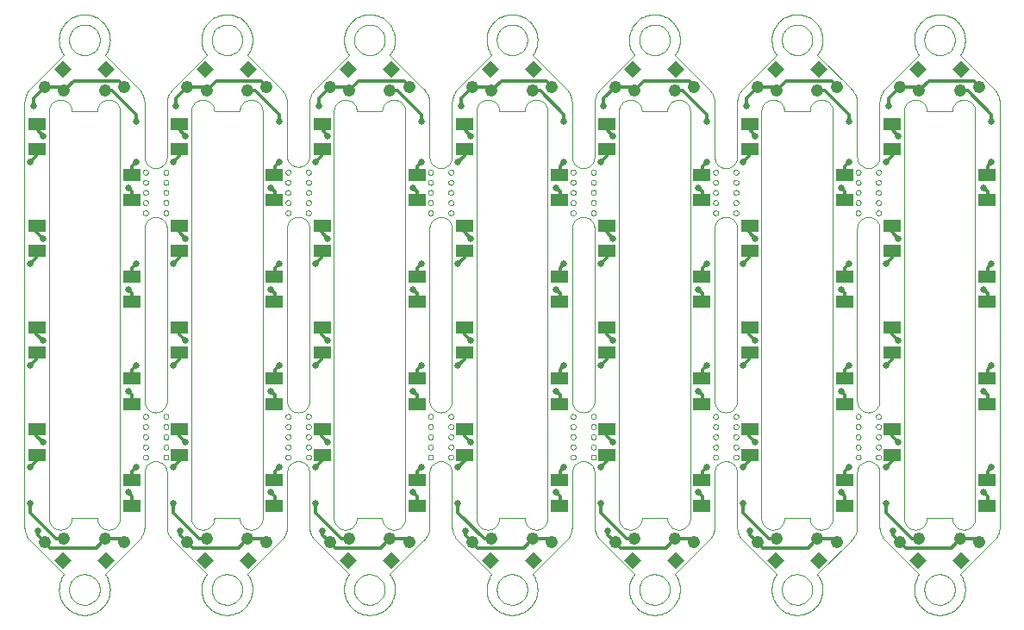
<source format=gtl>
G75*
G70*
%OFA0B0*%
%FSLAX24Y24*%
%IPPOS*%
%LPD*%
%AMOC8*
5,1,8,0,0,1.08239X$1,22.5*
%
%ADD10C,0.0000*%
%ADD11R,0.0476X0.0476*%
%ADD12C,0.0476*%
%ADD13R,0.0650X0.0472*%
%ADD14C,0.0120*%
%ADD15C,0.0258*%
D10*
X001805Y001674D02*
X001769Y001623D01*
X001737Y001570D01*
X001708Y001515D01*
X001682Y001459D01*
X001660Y001400D01*
X001642Y001341D01*
X001628Y001280D01*
X001617Y001219D01*
X001611Y001157D01*
X001608Y001095D01*
X001609Y001032D01*
X001615Y000970D01*
X001624Y000909D01*
X001637Y000848D01*
X001654Y000788D01*
X001674Y000729D01*
X001698Y000672D01*
X001726Y000616D01*
X001758Y000563D01*
X001792Y000511D01*
X001830Y000461D01*
X001871Y000414D01*
X001915Y000370D01*
X001961Y000329D01*
X002010Y000290D01*
X002062Y000255D01*
X002115Y000223D01*
X002170Y000195D01*
X002227Y000170D01*
X002286Y000149D01*
X002346Y000131D01*
X002406Y000118D01*
X002468Y000108D01*
X002530Y000102D01*
X002592Y000100D01*
X002654Y000102D01*
X002716Y000108D01*
X002778Y000118D01*
X002838Y000131D01*
X002898Y000149D01*
X002957Y000170D01*
X003014Y000195D01*
X003069Y000223D01*
X003122Y000255D01*
X003174Y000290D01*
X003223Y000329D01*
X003269Y000370D01*
X003313Y000414D01*
X003354Y000461D01*
X003392Y000511D01*
X003426Y000563D01*
X003458Y000616D01*
X003486Y000672D01*
X003510Y000729D01*
X003530Y000788D01*
X003547Y000848D01*
X003560Y000909D01*
X003569Y000970D01*
X003575Y001032D01*
X003576Y001095D01*
X003573Y001157D01*
X003567Y001219D01*
X003556Y001280D01*
X003542Y001341D01*
X003524Y001400D01*
X003502Y001459D01*
X003476Y001515D01*
X003447Y001570D01*
X003415Y001623D01*
X003379Y001674D01*
X003379Y001675D02*
X004684Y002980D01*
X004914Y003536D02*
X004914Y005612D01*
X004915Y005612D02*
X004917Y005652D01*
X004922Y005692D01*
X004932Y005730D01*
X004944Y005768D01*
X004960Y005805D01*
X004980Y005840D01*
X005002Y005873D01*
X005028Y005904D01*
X005056Y005932D01*
X005087Y005958D01*
X005120Y005980D01*
X005155Y006000D01*
X005192Y006016D01*
X005230Y006028D01*
X005268Y006038D01*
X005308Y006043D01*
X005348Y006045D01*
X005388Y006043D01*
X005428Y006038D01*
X005466Y006028D01*
X005504Y006016D01*
X005541Y006000D01*
X005576Y005980D01*
X005609Y005958D01*
X005640Y005932D01*
X005668Y005904D01*
X005694Y005873D01*
X005716Y005840D01*
X005736Y005805D01*
X005752Y005768D01*
X005764Y005730D01*
X005774Y005692D01*
X005779Y005652D01*
X005781Y005612D01*
X005781Y003536D01*
X005783Y003485D01*
X005788Y003433D01*
X005796Y003382D01*
X005808Y003332D01*
X005823Y003283D01*
X005841Y003235D01*
X005862Y003188D01*
X005886Y003142D01*
X005914Y003099D01*
X005944Y003057D01*
X005976Y003017D01*
X006012Y002980D01*
X006011Y002980D02*
X007316Y001675D01*
X007316Y001674D02*
X007280Y001623D01*
X007248Y001570D01*
X007219Y001515D01*
X007193Y001459D01*
X007171Y001400D01*
X007153Y001341D01*
X007139Y001280D01*
X007128Y001219D01*
X007122Y001157D01*
X007119Y001095D01*
X007120Y001032D01*
X007126Y000970D01*
X007135Y000909D01*
X007148Y000848D01*
X007165Y000788D01*
X007185Y000729D01*
X007209Y000672D01*
X007237Y000616D01*
X007269Y000563D01*
X007303Y000511D01*
X007341Y000461D01*
X007382Y000414D01*
X007426Y000370D01*
X007472Y000329D01*
X007521Y000290D01*
X007573Y000255D01*
X007626Y000223D01*
X007681Y000195D01*
X007738Y000170D01*
X007797Y000149D01*
X007857Y000131D01*
X007917Y000118D01*
X007979Y000108D01*
X008041Y000102D01*
X008103Y000100D01*
X008165Y000102D01*
X008227Y000108D01*
X008289Y000118D01*
X008349Y000131D01*
X008409Y000149D01*
X008468Y000170D01*
X008525Y000195D01*
X008580Y000223D01*
X008633Y000255D01*
X008685Y000290D01*
X008734Y000329D01*
X008780Y000370D01*
X008824Y000414D01*
X008865Y000461D01*
X008903Y000511D01*
X008937Y000563D01*
X008969Y000616D01*
X008997Y000672D01*
X009021Y000729D01*
X009041Y000788D01*
X009058Y000848D01*
X009071Y000909D01*
X009080Y000970D01*
X009086Y001032D01*
X009087Y001095D01*
X009084Y001157D01*
X009078Y001219D01*
X009067Y001280D01*
X009053Y001341D01*
X009035Y001400D01*
X009013Y001459D01*
X008987Y001515D01*
X008958Y001570D01*
X008926Y001623D01*
X008890Y001674D01*
X008891Y001675D02*
X010196Y002980D01*
X010426Y003536D02*
X010426Y005612D01*
X010428Y005652D01*
X010433Y005692D01*
X010443Y005730D01*
X010455Y005768D01*
X010471Y005805D01*
X010491Y005840D01*
X010513Y005873D01*
X010539Y005904D01*
X010567Y005932D01*
X010598Y005958D01*
X010631Y005980D01*
X010666Y006000D01*
X010703Y006016D01*
X010741Y006028D01*
X010779Y006038D01*
X010819Y006043D01*
X010859Y006045D01*
X010899Y006043D01*
X010939Y006038D01*
X010977Y006028D01*
X011015Y006016D01*
X011052Y006000D01*
X011087Y005980D01*
X011120Y005958D01*
X011151Y005932D01*
X011179Y005904D01*
X011205Y005873D01*
X011227Y005840D01*
X011247Y005805D01*
X011263Y005768D01*
X011275Y005730D01*
X011285Y005692D01*
X011290Y005652D01*
X011292Y005612D01*
X011292Y003536D01*
X011293Y003536D02*
X011295Y003485D01*
X011300Y003433D01*
X011308Y003382D01*
X011320Y003332D01*
X011335Y003283D01*
X011353Y003235D01*
X011374Y003188D01*
X011398Y003142D01*
X011426Y003099D01*
X011456Y003057D01*
X011488Y003017D01*
X011524Y002980D01*
X011523Y002980D02*
X012828Y001675D01*
X012828Y001674D02*
X012792Y001623D01*
X012760Y001570D01*
X012731Y001515D01*
X012705Y001459D01*
X012683Y001400D01*
X012665Y001341D01*
X012651Y001280D01*
X012640Y001219D01*
X012634Y001157D01*
X012631Y001095D01*
X012632Y001032D01*
X012638Y000970D01*
X012647Y000909D01*
X012660Y000848D01*
X012677Y000788D01*
X012697Y000729D01*
X012721Y000672D01*
X012749Y000616D01*
X012781Y000563D01*
X012815Y000511D01*
X012853Y000461D01*
X012894Y000414D01*
X012938Y000370D01*
X012984Y000329D01*
X013033Y000290D01*
X013085Y000255D01*
X013138Y000223D01*
X013193Y000195D01*
X013250Y000170D01*
X013309Y000149D01*
X013369Y000131D01*
X013429Y000118D01*
X013491Y000108D01*
X013553Y000102D01*
X013615Y000100D01*
X013677Y000102D01*
X013739Y000108D01*
X013801Y000118D01*
X013861Y000131D01*
X013921Y000149D01*
X013980Y000170D01*
X014037Y000195D01*
X014092Y000223D01*
X014145Y000255D01*
X014197Y000290D01*
X014246Y000329D01*
X014292Y000370D01*
X014336Y000414D01*
X014377Y000461D01*
X014415Y000511D01*
X014449Y000563D01*
X014481Y000616D01*
X014509Y000672D01*
X014533Y000729D01*
X014553Y000788D01*
X014570Y000848D01*
X014583Y000909D01*
X014592Y000970D01*
X014598Y001032D01*
X014599Y001095D01*
X014596Y001157D01*
X014590Y001219D01*
X014579Y001280D01*
X014565Y001341D01*
X014547Y001400D01*
X014525Y001459D01*
X014499Y001515D01*
X014470Y001570D01*
X014438Y001623D01*
X014402Y001674D01*
X014403Y001675D02*
X015707Y002980D01*
X015938Y003536D02*
X015938Y005612D01*
X015940Y005652D01*
X015945Y005692D01*
X015955Y005730D01*
X015967Y005768D01*
X015983Y005805D01*
X016003Y005840D01*
X016025Y005873D01*
X016051Y005904D01*
X016079Y005932D01*
X016110Y005958D01*
X016143Y005980D01*
X016178Y006000D01*
X016215Y006016D01*
X016253Y006028D01*
X016291Y006038D01*
X016331Y006043D01*
X016371Y006045D01*
X016411Y006043D01*
X016451Y006038D01*
X016489Y006028D01*
X016527Y006016D01*
X016564Y006000D01*
X016599Y005980D01*
X016632Y005958D01*
X016663Y005932D01*
X016691Y005904D01*
X016717Y005873D01*
X016739Y005840D01*
X016759Y005805D01*
X016775Y005768D01*
X016787Y005730D01*
X016797Y005692D01*
X016802Y005652D01*
X016804Y005612D01*
X016804Y003536D01*
X016805Y003536D02*
X016807Y003485D01*
X016812Y003433D01*
X016820Y003382D01*
X016832Y003332D01*
X016847Y003283D01*
X016865Y003235D01*
X016886Y003188D01*
X016910Y003142D01*
X016938Y003099D01*
X016968Y003057D01*
X017000Y003017D01*
X017036Y002980D01*
X017035Y002980D02*
X018340Y001675D01*
X018340Y001674D02*
X018304Y001623D01*
X018272Y001570D01*
X018243Y001515D01*
X018217Y001459D01*
X018195Y001400D01*
X018177Y001341D01*
X018163Y001280D01*
X018152Y001219D01*
X018146Y001157D01*
X018143Y001095D01*
X018144Y001032D01*
X018150Y000970D01*
X018159Y000909D01*
X018172Y000848D01*
X018189Y000788D01*
X018209Y000729D01*
X018233Y000672D01*
X018261Y000616D01*
X018293Y000563D01*
X018327Y000511D01*
X018365Y000461D01*
X018406Y000414D01*
X018450Y000370D01*
X018496Y000329D01*
X018545Y000290D01*
X018597Y000255D01*
X018650Y000223D01*
X018705Y000195D01*
X018762Y000170D01*
X018821Y000149D01*
X018881Y000131D01*
X018941Y000118D01*
X019003Y000108D01*
X019065Y000102D01*
X019127Y000100D01*
X019189Y000102D01*
X019251Y000108D01*
X019313Y000118D01*
X019373Y000131D01*
X019433Y000149D01*
X019492Y000170D01*
X019549Y000195D01*
X019604Y000223D01*
X019657Y000255D01*
X019709Y000290D01*
X019758Y000329D01*
X019804Y000370D01*
X019848Y000414D01*
X019889Y000461D01*
X019927Y000511D01*
X019961Y000563D01*
X019993Y000616D01*
X020021Y000672D01*
X020045Y000729D01*
X020065Y000788D01*
X020082Y000848D01*
X020095Y000909D01*
X020104Y000970D01*
X020110Y001032D01*
X020111Y001095D01*
X020108Y001157D01*
X020102Y001219D01*
X020091Y001280D01*
X020077Y001341D01*
X020059Y001400D01*
X020037Y001459D01*
X020011Y001515D01*
X019982Y001570D01*
X019950Y001623D01*
X019914Y001674D01*
X019914Y001675D02*
X021219Y002980D01*
X021450Y003536D02*
X021450Y005612D01*
X021452Y005652D01*
X021457Y005692D01*
X021467Y005730D01*
X021479Y005768D01*
X021495Y005805D01*
X021515Y005840D01*
X021537Y005873D01*
X021563Y005904D01*
X021591Y005932D01*
X021622Y005958D01*
X021655Y005980D01*
X021690Y006000D01*
X021727Y006016D01*
X021765Y006028D01*
X021803Y006038D01*
X021843Y006043D01*
X021883Y006045D01*
X021923Y006043D01*
X021963Y006038D01*
X022001Y006028D01*
X022039Y006016D01*
X022076Y006000D01*
X022111Y005980D01*
X022144Y005958D01*
X022175Y005932D01*
X022203Y005904D01*
X022229Y005873D01*
X022251Y005840D01*
X022271Y005805D01*
X022287Y005768D01*
X022299Y005730D01*
X022309Y005692D01*
X022314Y005652D01*
X022316Y005612D01*
X022316Y003536D01*
X022318Y003485D01*
X022323Y003433D01*
X022331Y003382D01*
X022343Y003332D01*
X022358Y003283D01*
X022376Y003235D01*
X022397Y003188D01*
X022421Y003142D01*
X022449Y003099D01*
X022479Y003057D01*
X022511Y003017D01*
X022547Y002980D01*
X023851Y001675D01*
X023852Y001674D02*
X023816Y001623D01*
X023784Y001570D01*
X023755Y001515D01*
X023729Y001459D01*
X023707Y001400D01*
X023689Y001341D01*
X023675Y001280D01*
X023664Y001219D01*
X023658Y001157D01*
X023655Y001095D01*
X023656Y001032D01*
X023662Y000970D01*
X023671Y000909D01*
X023684Y000848D01*
X023701Y000788D01*
X023721Y000729D01*
X023745Y000672D01*
X023773Y000616D01*
X023805Y000563D01*
X023839Y000511D01*
X023877Y000461D01*
X023918Y000414D01*
X023962Y000370D01*
X024008Y000329D01*
X024057Y000290D01*
X024109Y000255D01*
X024162Y000223D01*
X024217Y000195D01*
X024274Y000170D01*
X024333Y000149D01*
X024393Y000131D01*
X024453Y000118D01*
X024515Y000108D01*
X024577Y000102D01*
X024639Y000100D01*
X024701Y000102D01*
X024763Y000108D01*
X024825Y000118D01*
X024885Y000131D01*
X024945Y000149D01*
X025004Y000170D01*
X025061Y000195D01*
X025116Y000223D01*
X025169Y000255D01*
X025221Y000290D01*
X025270Y000329D01*
X025316Y000370D01*
X025360Y000414D01*
X025401Y000461D01*
X025439Y000511D01*
X025473Y000563D01*
X025505Y000616D01*
X025533Y000672D01*
X025557Y000729D01*
X025577Y000788D01*
X025594Y000848D01*
X025607Y000909D01*
X025616Y000970D01*
X025622Y001032D01*
X025623Y001095D01*
X025620Y001157D01*
X025614Y001219D01*
X025603Y001280D01*
X025589Y001341D01*
X025571Y001400D01*
X025549Y001459D01*
X025523Y001515D01*
X025494Y001570D01*
X025462Y001623D01*
X025426Y001674D01*
X025426Y001675D02*
X026731Y002980D01*
X026962Y003536D02*
X026962Y005612D01*
X026964Y005652D01*
X026969Y005692D01*
X026979Y005730D01*
X026991Y005768D01*
X027007Y005805D01*
X027027Y005840D01*
X027049Y005873D01*
X027075Y005904D01*
X027103Y005932D01*
X027134Y005958D01*
X027167Y005980D01*
X027202Y006000D01*
X027239Y006016D01*
X027277Y006028D01*
X027315Y006038D01*
X027355Y006043D01*
X027395Y006045D01*
X027435Y006043D01*
X027475Y006038D01*
X027513Y006028D01*
X027551Y006016D01*
X027588Y006000D01*
X027623Y005980D01*
X027656Y005958D01*
X027687Y005932D01*
X027715Y005904D01*
X027741Y005873D01*
X027763Y005840D01*
X027783Y005805D01*
X027799Y005768D01*
X027811Y005730D01*
X027821Y005692D01*
X027826Y005652D01*
X027828Y005612D01*
X027828Y003536D01*
X027830Y003485D01*
X027835Y003433D01*
X027843Y003382D01*
X027855Y003332D01*
X027870Y003283D01*
X027888Y003235D01*
X027909Y003188D01*
X027933Y003142D01*
X027961Y003099D01*
X027991Y003057D01*
X028023Y003017D01*
X028059Y002980D01*
X028058Y002980D02*
X029363Y001675D01*
X029364Y001674D02*
X029328Y001623D01*
X029296Y001570D01*
X029267Y001515D01*
X029241Y001459D01*
X029219Y001400D01*
X029201Y001341D01*
X029187Y001280D01*
X029176Y001219D01*
X029170Y001157D01*
X029167Y001095D01*
X029168Y001032D01*
X029174Y000970D01*
X029183Y000909D01*
X029196Y000848D01*
X029213Y000788D01*
X029233Y000729D01*
X029257Y000672D01*
X029285Y000616D01*
X029317Y000563D01*
X029351Y000511D01*
X029389Y000461D01*
X029430Y000414D01*
X029474Y000370D01*
X029520Y000329D01*
X029569Y000290D01*
X029621Y000255D01*
X029674Y000223D01*
X029729Y000195D01*
X029786Y000170D01*
X029845Y000149D01*
X029905Y000131D01*
X029965Y000118D01*
X030027Y000108D01*
X030089Y000102D01*
X030151Y000100D01*
X030213Y000102D01*
X030275Y000108D01*
X030337Y000118D01*
X030397Y000131D01*
X030457Y000149D01*
X030516Y000170D01*
X030573Y000195D01*
X030628Y000223D01*
X030681Y000255D01*
X030733Y000290D01*
X030782Y000329D01*
X030828Y000370D01*
X030872Y000414D01*
X030913Y000461D01*
X030951Y000511D01*
X030985Y000563D01*
X031017Y000616D01*
X031045Y000672D01*
X031069Y000729D01*
X031089Y000788D01*
X031106Y000848D01*
X031119Y000909D01*
X031128Y000970D01*
X031134Y001032D01*
X031135Y001095D01*
X031132Y001157D01*
X031126Y001219D01*
X031115Y001280D01*
X031101Y001341D01*
X031083Y001400D01*
X031061Y001459D01*
X031035Y001515D01*
X031006Y001570D01*
X030974Y001623D01*
X030938Y001674D01*
X030938Y001675D02*
X032243Y002980D01*
X032474Y003536D02*
X032474Y005612D01*
X032476Y005652D01*
X032481Y005692D01*
X032491Y005730D01*
X032503Y005768D01*
X032519Y005805D01*
X032539Y005840D01*
X032561Y005873D01*
X032587Y005904D01*
X032615Y005932D01*
X032646Y005958D01*
X032679Y005980D01*
X032714Y006000D01*
X032751Y006016D01*
X032789Y006028D01*
X032827Y006038D01*
X032867Y006043D01*
X032907Y006045D01*
X032947Y006043D01*
X032987Y006038D01*
X033025Y006028D01*
X033063Y006016D01*
X033100Y006000D01*
X033135Y005980D01*
X033168Y005958D01*
X033199Y005932D01*
X033227Y005904D01*
X033253Y005873D01*
X033275Y005840D01*
X033295Y005805D01*
X033311Y005768D01*
X033323Y005730D01*
X033333Y005692D01*
X033338Y005652D01*
X033340Y005612D01*
X033340Y003536D01*
X033342Y003485D01*
X033347Y003433D01*
X033355Y003382D01*
X033367Y003332D01*
X033382Y003283D01*
X033400Y003235D01*
X033421Y003188D01*
X033445Y003142D01*
X033473Y003099D01*
X033503Y003057D01*
X033535Y003017D01*
X033571Y002980D01*
X033570Y002980D02*
X034875Y001675D01*
X034875Y001674D02*
X034839Y001623D01*
X034807Y001570D01*
X034778Y001515D01*
X034752Y001459D01*
X034730Y001400D01*
X034712Y001341D01*
X034698Y001280D01*
X034687Y001219D01*
X034681Y001157D01*
X034678Y001095D01*
X034679Y001032D01*
X034685Y000970D01*
X034694Y000909D01*
X034707Y000848D01*
X034724Y000788D01*
X034744Y000729D01*
X034768Y000672D01*
X034796Y000616D01*
X034828Y000563D01*
X034862Y000511D01*
X034900Y000461D01*
X034941Y000414D01*
X034985Y000370D01*
X035031Y000329D01*
X035080Y000290D01*
X035132Y000255D01*
X035185Y000223D01*
X035240Y000195D01*
X035297Y000170D01*
X035356Y000149D01*
X035416Y000131D01*
X035476Y000118D01*
X035538Y000108D01*
X035600Y000102D01*
X035662Y000100D01*
X035724Y000102D01*
X035786Y000108D01*
X035848Y000118D01*
X035908Y000131D01*
X035968Y000149D01*
X036027Y000170D01*
X036084Y000195D01*
X036139Y000223D01*
X036192Y000255D01*
X036244Y000290D01*
X036293Y000329D01*
X036339Y000370D01*
X036383Y000414D01*
X036424Y000461D01*
X036462Y000511D01*
X036496Y000563D01*
X036528Y000616D01*
X036556Y000672D01*
X036580Y000729D01*
X036600Y000788D01*
X036617Y000848D01*
X036630Y000909D01*
X036639Y000970D01*
X036645Y001032D01*
X036646Y001095D01*
X036643Y001157D01*
X036637Y001219D01*
X036626Y001280D01*
X036612Y001341D01*
X036594Y001400D01*
X036572Y001459D01*
X036546Y001515D01*
X036517Y001570D01*
X036485Y001623D01*
X036449Y001674D01*
X036450Y001675D02*
X037755Y002980D01*
X037985Y003536D02*
X037985Y019892D01*
X037983Y019943D01*
X037978Y019995D01*
X037970Y020046D01*
X037958Y020096D01*
X037943Y020145D01*
X037925Y020193D01*
X037904Y020240D01*
X037880Y020286D01*
X037852Y020329D01*
X037822Y020371D01*
X037790Y020411D01*
X037754Y020448D01*
X037755Y020449D02*
X036450Y021754D01*
X036449Y021754D02*
X036485Y021805D01*
X036517Y021858D01*
X036546Y021913D01*
X036572Y021969D01*
X036594Y022028D01*
X036612Y022087D01*
X036626Y022148D01*
X036637Y022209D01*
X036643Y022271D01*
X036646Y022333D01*
X036645Y022396D01*
X036639Y022458D01*
X036630Y022519D01*
X036617Y022580D01*
X036600Y022640D01*
X036580Y022699D01*
X036556Y022756D01*
X036528Y022812D01*
X036496Y022865D01*
X036462Y022917D01*
X036424Y022967D01*
X036383Y023014D01*
X036339Y023058D01*
X036293Y023099D01*
X036244Y023138D01*
X036192Y023173D01*
X036139Y023205D01*
X036084Y023233D01*
X036027Y023258D01*
X035968Y023279D01*
X035908Y023297D01*
X035848Y023310D01*
X035786Y023320D01*
X035724Y023326D01*
X035662Y023328D01*
X035600Y023326D01*
X035538Y023320D01*
X035476Y023310D01*
X035416Y023297D01*
X035356Y023279D01*
X035297Y023258D01*
X035240Y023233D01*
X035185Y023205D01*
X035132Y023173D01*
X035080Y023138D01*
X035031Y023099D01*
X034985Y023058D01*
X034941Y023014D01*
X034900Y022967D01*
X034862Y022917D01*
X034828Y022865D01*
X034796Y022812D01*
X034768Y022756D01*
X034744Y022699D01*
X034724Y022640D01*
X034707Y022580D01*
X034694Y022519D01*
X034685Y022458D01*
X034679Y022396D01*
X034678Y022333D01*
X034681Y022271D01*
X034687Y022209D01*
X034698Y022148D01*
X034712Y022087D01*
X034730Y022028D01*
X034752Y021969D01*
X034778Y021913D01*
X034807Y021858D01*
X034839Y021805D01*
X034875Y021754D01*
X033570Y020449D01*
X033340Y019892D02*
X033340Y017817D01*
X033338Y017777D01*
X033333Y017737D01*
X033323Y017699D01*
X033311Y017661D01*
X033295Y017624D01*
X033275Y017589D01*
X033253Y017556D01*
X033227Y017525D01*
X033199Y017497D01*
X033168Y017471D01*
X033135Y017449D01*
X033100Y017429D01*
X033063Y017413D01*
X033025Y017401D01*
X032987Y017391D01*
X032947Y017386D01*
X032907Y017384D01*
X032867Y017386D01*
X032827Y017391D01*
X032789Y017401D01*
X032751Y017413D01*
X032714Y017429D01*
X032679Y017449D01*
X032646Y017471D01*
X032615Y017497D01*
X032587Y017525D01*
X032561Y017556D01*
X032539Y017589D01*
X032519Y017624D01*
X032503Y017661D01*
X032491Y017699D01*
X032481Y017737D01*
X032476Y017777D01*
X032474Y017817D01*
X032474Y019892D01*
X032473Y019892D02*
X032471Y019943D01*
X032466Y019995D01*
X032458Y020046D01*
X032446Y020096D01*
X032431Y020145D01*
X032413Y020193D01*
X032392Y020240D01*
X032368Y020286D01*
X032340Y020329D01*
X032310Y020371D01*
X032278Y020411D01*
X032242Y020448D01*
X032243Y020449D02*
X030938Y021754D01*
X030974Y021805D01*
X031006Y021858D01*
X031035Y021913D01*
X031061Y021969D01*
X031083Y022028D01*
X031101Y022087D01*
X031115Y022148D01*
X031126Y022209D01*
X031132Y022271D01*
X031135Y022333D01*
X031134Y022396D01*
X031128Y022458D01*
X031119Y022519D01*
X031106Y022580D01*
X031089Y022640D01*
X031069Y022699D01*
X031045Y022756D01*
X031017Y022812D01*
X030985Y022865D01*
X030951Y022917D01*
X030913Y022967D01*
X030872Y023014D01*
X030828Y023058D01*
X030782Y023099D01*
X030733Y023138D01*
X030681Y023173D01*
X030628Y023205D01*
X030573Y023233D01*
X030516Y023258D01*
X030457Y023279D01*
X030397Y023297D01*
X030337Y023310D01*
X030275Y023320D01*
X030213Y023326D01*
X030151Y023328D01*
X030089Y023326D01*
X030027Y023320D01*
X029965Y023310D01*
X029905Y023297D01*
X029845Y023279D01*
X029786Y023258D01*
X029729Y023233D01*
X029674Y023205D01*
X029621Y023173D01*
X029569Y023138D01*
X029520Y023099D01*
X029474Y023058D01*
X029430Y023014D01*
X029389Y022967D01*
X029351Y022917D01*
X029317Y022865D01*
X029285Y022812D01*
X029257Y022756D01*
X029233Y022699D01*
X029213Y022640D01*
X029196Y022580D01*
X029183Y022519D01*
X029174Y022458D01*
X029168Y022396D01*
X029167Y022333D01*
X029170Y022271D01*
X029176Y022209D01*
X029187Y022148D01*
X029201Y022087D01*
X029219Y022028D01*
X029241Y021969D01*
X029267Y021913D01*
X029296Y021858D01*
X029328Y021805D01*
X029364Y021754D01*
X029363Y021754D02*
X028058Y020449D01*
X027828Y019892D02*
X027828Y017817D01*
X027826Y017777D01*
X027821Y017737D01*
X027811Y017699D01*
X027799Y017661D01*
X027783Y017624D01*
X027763Y017589D01*
X027741Y017556D01*
X027715Y017525D01*
X027687Y017497D01*
X027656Y017471D01*
X027623Y017449D01*
X027588Y017429D01*
X027551Y017413D01*
X027513Y017401D01*
X027475Y017391D01*
X027435Y017386D01*
X027395Y017384D01*
X027355Y017386D01*
X027315Y017391D01*
X027277Y017401D01*
X027239Y017413D01*
X027202Y017429D01*
X027167Y017449D01*
X027134Y017471D01*
X027103Y017497D01*
X027075Y017525D01*
X027049Y017556D01*
X027027Y017589D01*
X027007Y017624D01*
X026991Y017661D01*
X026979Y017699D01*
X026969Y017737D01*
X026964Y017777D01*
X026962Y017817D01*
X026962Y019892D01*
X026961Y019892D02*
X026959Y019943D01*
X026954Y019995D01*
X026946Y020046D01*
X026934Y020096D01*
X026919Y020145D01*
X026901Y020193D01*
X026880Y020240D01*
X026856Y020286D01*
X026828Y020329D01*
X026798Y020371D01*
X026766Y020411D01*
X026730Y020448D01*
X026731Y020449D02*
X025426Y021754D01*
X025462Y021805D01*
X025494Y021858D01*
X025523Y021913D01*
X025549Y021969D01*
X025571Y022028D01*
X025589Y022087D01*
X025603Y022148D01*
X025614Y022209D01*
X025620Y022271D01*
X025623Y022333D01*
X025622Y022396D01*
X025616Y022458D01*
X025607Y022519D01*
X025594Y022580D01*
X025577Y022640D01*
X025557Y022699D01*
X025533Y022756D01*
X025505Y022812D01*
X025473Y022865D01*
X025439Y022917D01*
X025401Y022967D01*
X025360Y023014D01*
X025316Y023058D01*
X025270Y023099D01*
X025221Y023138D01*
X025169Y023173D01*
X025116Y023205D01*
X025061Y023233D01*
X025004Y023258D01*
X024945Y023279D01*
X024885Y023297D01*
X024825Y023310D01*
X024763Y023320D01*
X024701Y023326D01*
X024639Y023328D01*
X024577Y023326D01*
X024515Y023320D01*
X024453Y023310D01*
X024393Y023297D01*
X024333Y023279D01*
X024274Y023258D01*
X024217Y023233D01*
X024162Y023205D01*
X024109Y023173D01*
X024057Y023138D01*
X024008Y023099D01*
X023962Y023058D01*
X023918Y023014D01*
X023877Y022967D01*
X023839Y022917D01*
X023805Y022865D01*
X023773Y022812D01*
X023745Y022756D01*
X023721Y022699D01*
X023701Y022640D01*
X023684Y022580D01*
X023671Y022519D01*
X023662Y022458D01*
X023656Y022396D01*
X023655Y022333D01*
X023658Y022271D01*
X023664Y022209D01*
X023675Y022148D01*
X023689Y022087D01*
X023707Y022028D01*
X023729Y021969D01*
X023755Y021913D01*
X023784Y021858D01*
X023816Y021805D01*
X023852Y021754D01*
X023851Y021754D02*
X022547Y020449D01*
X022316Y019892D02*
X022316Y017817D01*
X022314Y017777D01*
X022309Y017737D01*
X022299Y017699D01*
X022287Y017661D01*
X022271Y017624D01*
X022251Y017589D01*
X022229Y017556D01*
X022203Y017525D01*
X022175Y017497D01*
X022144Y017471D01*
X022111Y017449D01*
X022076Y017429D01*
X022039Y017413D01*
X022001Y017401D01*
X021963Y017391D01*
X021923Y017386D01*
X021883Y017384D01*
X021843Y017386D01*
X021803Y017391D01*
X021765Y017401D01*
X021727Y017413D01*
X021690Y017429D01*
X021655Y017449D01*
X021622Y017471D01*
X021591Y017497D01*
X021563Y017525D01*
X021537Y017556D01*
X021515Y017589D01*
X021495Y017624D01*
X021479Y017661D01*
X021467Y017699D01*
X021457Y017737D01*
X021452Y017777D01*
X021450Y017817D01*
X021450Y019892D01*
X021449Y019892D02*
X021447Y019943D01*
X021442Y019995D01*
X021434Y020046D01*
X021422Y020096D01*
X021407Y020145D01*
X021389Y020193D01*
X021368Y020240D01*
X021344Y020286D01*
X021316Y020329D01*
X021286Y020371D01*
X021254Y020411D01*
X021218Y020448D01*
X021219Y020449D02*
X019914Y021754D01*
X019950Y021805D01*
X019982Y021858D01*
X020011Y021913D01*
X020037Y021969D01*
X020059Y022028D01*
X020077Y022087D01*
X020091Y022148D01*
X020102Y022209D01*
X020108Y022271D01*
X020111Y022333D01*
X020110Y022396D01*
X020104Y022458D01*
X020095Y022519D01*
X020082Y022580D01*
X020065Y022640D01*
X020045Y022699D01*
X020021Y022756D01*
X019993Y022812D01*
X019961Y022865D01*
X019927Y022917D01*
X019889Y022967D01*
X019848Y023014D01*
X019804Y023058D01*
X019758Y023099D01*
X019709Y023138D01*
X019657Y023173D01*
X019604Y023205D01*
X019549Y023233D01*
X019492Y023258D01*
X019433Y023279D01*
X019373Y023297D01*
X019313Y023310D01*
X019251Y023320D01*
X019189Y023326D01*
X019127Y023328D01*
X019065Y023326D01*
X019003Y023320D01*
X018941Y023310D01*
X018881Y023297D01*
X018821Y023279D01*
X018762Y023258D01*
X018705Y023233D01*
X018650Y023205D01*
X018597Y023173D01*
X018545Y023138D01*
X018496Y023099D01*
X018450Y023058D01*
X018406Y023014D01*
X018365Y022967D01*
X018327Y022917D01*
X018293Y022865D01*
X018261Y022812D01*
X018233Y022756D01*
X018209Y022699D01*
X018189Y022640D01*
X018172Y022580D01*
X018159Y022519D01*
X018150Y022458D01*
X018144Y022396D01*
X018143Y022333D01*
X018146Y022271D01*
X018152Y022209D01*
X018163Y022148D01*
X018177Y022087D01*
X018195Y022028D01*
X018217Y021969D01*
X018243Y021913D01*
X018272Y021858D01*
X018304Y021805D01*
X018340Y021754D01*
X017035Y020449D01*
X016804Y019892D02*
X016804Y017817D01*
X016802Y017777D01*
X016797Y017737D01*
X016787Y017699D01*
X016775Y017661D01*
X016759Y017624D01*
X016739Y017589D01*
X016717Y017556D01*
X016691Y017525D01*
X016663Y017497D01*
X016632Y017471D01*
X016599Y017449D01*
X016564Y017429D01*
X016527Y017413D01*
X016489Y017401D01*
X016451Y017391D01*
X016411Y017386D01*
X016371Y017384D01*
X016331Y017386D01*
X016291Y017391D01*
X016253Y017401D01*
X016215Y017413D01*
X016178Y017429D01*
X016143Y017449D01*
X016110Y017471D01*
X016079Y017497D01*
X016051Y017525D01*
X016025Y017556D01*
X016003Y017589D01*
X015983Y017624D01*
X015967Y017661D01*
X015955Y017699D01*
X015945Y017737D01*
X015940Y017777D01*
X015938Y017817D01*
X015938Y019892D01*
X015936Y019943D01*
X015931Y019995D01*
X015923Y020046D01*
X015911Y020096D01*
X015896Y020145D01*
X015878Y020193D01*
X015857Y020240D01*
X015833Y020286D01*
X015805Y020329D01*
X015775Y020371D01*
X015743Y020411D01*
X015707Y020448D01*
X015707Y020449D02*
X014403Y021754D01*
X014402Y021754D02*
X014438Y021805D01*
X014470Y021858D01*
X014499Y021913D01*
X014525Y021969D01*
X014547Y022028D01*
X014565Y022087D01*
X014579Y022148D01*
X014590Y022209D01*
X014596Y022271D01*
X014599Y022333D01*
X014598Y022396D01*
X014592Y022458D01*
X014583Y022519D01*
X014570Y022580D01*
X014553Y022640D01*
X014533Y022699D01*
X014509Y022756D01*
X014481Y022812D01*
X014449Y022865D01*
X014415Y022917D01*
X014377Y022967D01*
X014336Y023014D01*
X014292Y023058D01*
X014246Y023099D01*
X014197Y023138D01*
X014145Y023173D01*
X014092Y023205D01*
X014037Y023233D01*
X013980Y023258D01*
X013921Y023279D01*
X013861Y023297D01*
X013801Y023310D01*
X013739Y023320D01*
X013677Y023326D01*
X013615Y023328D01*
X013553Y023326D01*
X013491Y023320D01*
X013429Y023310D01*
X013369Y023297D01*
X013309Y023279D01*
X013250Y023258D01*
X013193Y023233D01*
X013138Y023205D01*
X013085Y023173D01*
X013033Y023138D01*
X012984Y023099D01*
X012938Y023058D01*
X012894Y023014D01*
X012853Y022967D01*
X012815Y022917D01*
X012781Y022865D01*
X012749Y022812D01*
X012721Y022756D01*
X012697Y022699D01*
X012677Y022640D01*
X012660Y022580D01*
X012647Y022519D01*
X012638Y022458D01*
X012632Y022396D01*
X012631Y022333D01*
X012634Y022271D01*
X012640Y022209D01*
X012651Y022148D01*
X012665Y022087D01*
X012683Y022028D01*
X012705Y021969D01*
X012731Y021913D01*
X012760Y021858D01*
X012792Y021805D01*
X012828Y021754D01*
X011523Y020449D01*
X011292Y019892D02*
X011292Y017915D01*
X011295Y017875D01*
X011294Y017835D01*
X011289Y017795D01*
X011281Y017755D01*
X011269Y017717D01*
X011253Y017680D01*
X011234Y017644D01*
X011212Y017611D01*
X011187Y017579D01*
X011159Y017550D01*
X011129Y017524D01*
X011096Y017500D01*
X011061Y017480D01*
X011025Y017463D01*
X010987Y017449D01*
X010948Y017439D01*
X010908Y017433D01*
X010868Y017430D01*
X010828Y017431D01*
X010788Y017436D01*
X010748Y017444D01*
X010710Y017456D01*
X010673Y017472D01*
X010637Y017491D01*
X010604Y017513D01*
X010572Y017538D01*
X010543Y017566D01*
X010517Y017596D01*
X010493Y017629D01*
X010473Y017664D01*
X010456Y017700D01*
X010442Y017738D01*
X010432Y017777D01*
X010426Y017817D01*
X010426Y019892D01*
X010424Y019943D01*
X010419Y019995D01*
X010411Y020046D01*
X010399Y020096D01*
X010384Y020145D01*
X010366Y020193D01*
X010345Y020240D01*
X010321Y020286D01*
X010293Y020329D01*
X010263Y020371D01*
X010231Y020411D01*
X010195Y020448D01*
X010196Y020449D02*
X008891Y021754D01*
X008890Y021754D02*
X008926Y021805D01*
X008958Y021858D01*
X008987Y021913D01*
X009013Y021969D01*
X009035Y022028D01*
X009053Y022087D01*
X009067Y022148D01*
X009078Y022209D01*
X009084Y022271D01*
X009087Y022333D01*
X009086Y022396D01*
X009080Y022458D01*
X009071Y022519D01*
X009058Y022580D01*
X009041Y022640D01*
X009021Y022699D01*
X008997Y022756D01*
X008969Y022812D01*
X008937Y022865D01*
X008903Y022917D01*
X008865Y022967D01*
X008824Y023014D01*
X008780Y023058D01*
X008734Y023099D01*
X008685Y023138D01*
X008633Y023173D01*
X008580Y023205D01*
X008525Y023233D01*
X008468Y023258D01*
X008409Y023279D01*
X008349Y023297D01*
X008289Y023310D01*
X008227Y023320D01*
X008165Y023326D01*
X008103Y023328D01*
X008041Y023326D01*
X007979Y023320D01*
X007917Y023310D01*
X007857Y023297D01*
X007797Y023279D01*
X007738Y023258D01*
X007681Y023233D01*
X007626Y023205D01*
X007573Y023173D01*
X007521Y023138D01*
X007472Y023099D01*
X007426Y023058D01*
X007382Y023014D01*
X007341Y022967D01*
X007303Y022917D01*
X007269Y022865D01*
X007237Y022812D01*
X007209Y022756D01*
X007185Y022699D01*
X007165Y022640D01*
X007148Y022580D01*
X007135Y022519D01*
X007126Y022458D01*
X007120Y022396D01*
X007119Y022333D01*
X007122Y022271D01*
X007128Y022209D01*
X007139Y022148D01*
X007153Y022087D01*
X007171Y022028D01*
X007193Y021969D01*
X007219Y021913D01*
X007248Y021858D01*
X007280Y021805D01*
X007316Y021754D01*
X006011Y020449D01*
X005781Y019892D02*
X005781Y017817D01*
X005779Y017777D01*
X005774Y017737D01*
X005764Y017699D01*
X005752Y017661D01*
X005736Y017624D01*
X005716Y017589D01*
X005694Y017556D01*
X005668Y017525D01*
X005640Y017497D01*
X005609Y017471D01*
X005576Y017449D01*
X005541Y017429D01*
X005504Y017413D01*
X005466Y017401D01*
X005428Y017391D01*
X005388Y017386D01*
X005348Y017384D01*
X005308Y017386D01*
X005268Y017391D01*
X005230Y017401D01*
X005192Y017413D01*
X005155Y017429D01*
X005120Y017449D01*
X005087Y017471D01*
X005056Y017497D01*
X005028Y017525D01*
X005002Y017556D01*
X004980Y017589D01*
X004960Y017624D01*
X004944Y017661D01*
X004932Y017699D01*
X004922Y017737D01*
X004917Y017777D01*
X004915Y017817D01*
X004914Y017817D02*
X004914Y019892D01*
X004912Y019943D01*
X004907Y019995D01*
X004899Y020046D01*
X004887Y020096D01*
X004872Y020145D01*
X004854Y020193D01*
X004833Y020240D01*
X004809Y020286D01*
X004781Y020329D01*
X004751Y020371D01*
X004719Y020411D01*
X004683Y020448D01*
X004684Y020449D02*
X003379Y021754D01*
X003415Y021805D01*
X003447Y021858D01*
X003476Y021913D01*
X003502Y021969D01*
X003524Y022028D01*
X003542Y022087D01*
X003556Y022148D01*
X003567Y022209D01*
X003573Y022271D01*
X003576Y022333D01*
X003575Y022396D01*
X003569Y022458D01*
X003560Y022519D01*
X003547Y022580D01*
X003530Y022640D01*
X003510Y022699D01*
X003486Y022756D01*
X003458Y022812D01*
X003426Y022865D01*
X003392Y022917D01*
X003354Y022967D01*
X003313Y023014D01*
X003269Y023058D01*
X003223Y023099D01*
X003174Y023138D01*
X003122Y023173D01*
X003069Y023205D01*
X003014Y023233D01*
X002957Y023258D01*
X002898Y023279D01*
X002838Y023297D01*
X002778Y023310D01*
X002716Y023320D01*
X002654Y023326D01*
X002592Y023328D01*
X002530Y023326D01*
X002468Y023320D01*
X002406Y023310D01*
X002346Y023297D01*
X002286Y023279D01*
X002227Y023258D01*
X002170Y023233D01*
X002115Y023205D01*
X002062Y023173D01*
X002010Y023138D01*
X001961Y023099D01*
X001915Y023058D01*
X001871Y023014D01*
X001830Y022967D01*
X001792Y022917D01*
X001758Y022865D01*
X001726Y022812D01*
X001698Y022756D01*
X001674Y022699D01*
X001654Y022640D01*
X001637Y022580D01*
X001624Y022519D01*
X001615Y022458D01*
X001609Y022396D01*
X001608Y022333D01*
X001611Y022271D01*
X001617Y022209D01*
X001628Y022148D01*
X001642Y022087D01*
X001660Y022028D01*
X001682Y021969D01*
X001708Y021913D01*
X001737Y021858D01*
X001769Y021805D01*
X001805Y021754D01*
X001804Y021754D02*
X000499Y020449D01*
X000269Y019892D02*
X000269Y003536D01*
X000271Y003485D01*
X000276Y003433D01*
X000284Y003382D01*
X000296Y003332D01*
X000311Y003283D01*
X000329Y003235D01*
X000350Y003188D01*
X000374Y003142D01*
X000402Y003099D01*
X000432Y003057D01*
X000464Y003017D01*
X000500Y002980D01*
X000499Y002980D02*
X001804Y001675D01*
X002001Y001084D02*
X002003Y001132D01*
X002009Y001180D01*
X002019Y001227D01*
X002032Y001273D01*
X002050Y001318D01*
X002070Y001362D01*
X002095Y001404D01*
X002123Y001443D01*
X002153Y001480D01*
X002187Y001514D01*
X002224Y001546D01*
X002262Y001575D01*
X002303Y001600D01*
X002346Y001622D01*
X002391Y001640D01*
X002437Y001654D01*
X002484Y001665D01*
X002532Y001672D01*
X002580Y001675D01*
X002628Y001674D01*
X002676Y001669D01*
X002724Y001660D01*
X002770Y001648D01*
X002815Y001631D01*
X002859Y001611D01*
X002901Y001588D01*
X002941Y001561D01*
X002979Y001531D01*
X003014Y001498D01*
X003046Y001462D01*
X003076Y001424D01*
X003102Y001383D01*
X003124Y001340D01*
X003144Y001296D01*
X003159Y001251D01*
X003171Y001204D01*
X003179Y001156D01*
X003183Y001108D01*
X003183Y001060D01*
X003179Y001012D01*
X003171Y000964D01*
X003159Y000917D01*
X003144Y000872D01*
X003124Y000828D01*
X003102Y000785D01*
X003076Y000744D01*
X003046Y000706D01*
X003014Y000670D01*
X002979Y000637D01*
X002941Y000607D01*
X002901Y000580D01*
X002859Y000557D01*
X002815Y000537D01*
X002770Y000520D01*
X002724Y000508D01*
X002676Y000499D01*
X002628Y000494D01*
X002580Y000493D01*
X002532Y000496D01*
X002484Y000503D01*
X002437Y000514D01*
X002391Y000528D01*
X002346Y000546D01*
X002303Y000568D01*
X002262Y000593D01*
X002224Y000622D01*
X002187Y000654D01*
X002153Y000688D01*
X002123Y000725D01*
X002095Y000764D01*
X002070Y000806D01*
X002050Y000850D01*
X002032Y000895D01*
X002019Y000941D01*
X002009Y000988D01*
X002003Y001036D01*
X002001Y001084D01*
X004683Y002980D02*
X004719Y003017D01*
X004751Y003057D01*
X004781Y003099D01*
X004809Y003142D01*
X004833Y003188D01*
X004854Y003235D01*
X004872Y003283D01*
X004887Y003332D01*
X004899Y003382D01*
X004907Y003433D01*
X004912Y003485D01*
X004914Y003536D01*
X003970Y003840D02*
X003970Y019588D01*
X003968Y019629D01*
X003962Y019669D01*
X003953Y019709D01*
X003940Y019748D01*
X003924Y019785D01*
X003904Y019821D01*
X003881Y019855D01*
X003854Y019886D01*
X003825Y019915D01*
X003794Y019942D01*
X003760Y019965D01*
X003724Y019985D01*
X003687Y020001D01*
X003648Y020014D01*
X003608Y020023D01*
X003568Y020029D01*
X003527Y020031D01*
X003486Y020029D01*
X003446Y020023D01*
X003406Y020014D01*
X003367Y020001D01*
X003330Y019985D01*
X003294Y019965D01*
X003260Y019942D01*
X003229Y019915D01*
X003200Y019886D01*
X003173Y019855D01*
X003150Y019821D01*
X003130Y019785D01*
X003114Y019748D01*
X003101Y019709D01*
X003092Y019669D01*
X003086Y019629D01*
X003084Y019588D01*
X002099Y019588D01*
X002100Y019588D02*
X002098Y019629D01*
X002092Y019669D01*
X002083Y019709D01*
X002070Y019748D01*
X002054Y019785D01*
X002034Y019821D01*
X002011Y019855D01*
X001984Y019886D01*
X001955Y019915D01*
X001924Y019942D01*
X001890Y019965D01*
X001854Y019985D01*
X001817Y020001D01*
X001778Y020014D01*
X001738Y020023D01*
X001698Y020029D01*
X001657Y020031D01*
X001616Y020029D01*
X001576Y020023D01*
X001536Y020014D01*
X001497Y020001D01*
X001460Y019985D01*
X001424Y019965D01*
X001390Y019942D01*
X001359Y019915D01*
X001330Y019886D01*
X001303Y019855D01*
X001280Y019821D01*
X001260Y019785D01*
X001244Y019748D01*
X001231Y019709D01*
X001222Y019669D01*
X001216Y019629D01*
X001214Y019588D01*
X001214Y003840D01*
X001216Y003799D01*
X001222Y003759D01*
X001231Y003719D01*
X001244Y003680D01*
X001260Y003643D01*
X001280Y003607D01*
X001303Y003573D01*
X001330Y003542D01*
X001359Y003513D01*
X001390Y003486D01*
X001424Y003463D01*
X001460Y003443D01*
X001497Y003427D01*
X001536Y003414D01*
X001576Y003405D01*
X001616Y003399D01*
X001657Y003397D01*
X001698Y003399D01*
X001738Y003405D01*
X001778Y003414D01*
X001817Y003427D01*
X001854Y003443D01*
X001890Y003463D01*
X001924Y003486D01*
X001955Y003513D01*
X001984Y003542D01*
X002011Y003573D01*
X002034Y003607D01*
X002054Y003643D01*
X002070Y003680D01*
X002083Y003719D01*
X002092Y003759D01*
X002098Y003799D01*
X002100Y003840D01*
X002099Y003840D02*
X003084Y003840D01*
X003086Y003799D01*
X003092Y003759D01*
X003101Y003719D01*
X003114Y003680D01*
X003130Y003643D01*
X003150Y003607D01*
X003173Y003573D01*
X003200Y003542D01*
X003229Y003513D01*
X003260Y003486D01*
X003294Y003463D01*
X003330Y003443D01*
X003367Y003427D01*
X003406Y003414D01*
X003446Y003405D01*
X003486Y003399D01*
X003527Y003397D01*
X003568Y003399D01*
X003608Y003405D01*
X003648Y003414D01*
X003687Y003427D01*
X003724Y003443D01*
X003760Y003463D01*
X003794Y003486D01*
X003825Y003513D01*
X003854Y003542D01*
X003881Y003573D01*
X003904Y003607D01*
X003924Y003643D01*
X003940Y003680D01*
X003953Y003719D01*
X003962Y003759D01*
X003968Y003799D01*
X003970Y003840D01*
X006725Y003840D02*
X006725Y019588D01*
X005781Y019892D02*
X005783Y019943D01*
X005788Y019995D01*
X005796Y020046D01*
X005808Y020096D01*
X005823Y020145D01*
X005841Y020193D01*
X005862Y020240D01*
X005886Y020286D01*
X005914Y020329D01*
X005944Y020371D01*
X005976Y020411D01*
X006012Y020448D01*
X006725Y019588D02*
X006727Y019629D01*
X006733Y019669D01*
X006742Y019709D01*
X006755Y019748D01*
X006771Y019785D01*
X006791Y019821D01*
X006814Y019855D01*
X006841Y019886D01*
X006870Y019915D01*
X006901Y019942D01*
X006935Y019965D01*
X006971Y019985D01*
X007008Y020001D01*
X007047Y020014D01*
X007087Y020023D01*
X007127Y020029D01*
X007168Y020031D01*
X007209Y020029D01*
X007249Y020023D01*
X007289Y020014D01*
X007328Y020001D01*
X007365Y019985D01*
X007401Y019965D01*
X007435Y019942D01*
X007466Y019915D01*
X007495Y019886D01*
X007522Y019855D01*
X007545Y019821D01*
X007565Y019785D01*
X007581Y019748D01*
X007594Y019709D01*
X007603Y019669D01*
X007609Y019629D01*
X007611Y019588D01*
X008596Y019588D01*
X008595Y019588D02*
X008597Y019629D01*
X008603Y019669D01*
X008612Y019709D01*
X008625Y019748D01*
X008641Y019785D01*
X008661Y019821D01*
X008684Y019855D01*
X008711Y019886D01*
X008740Y019915D01*
X008771Y019942D01*
X008805Y019965D01*
X008841Y019985D01*
X008878Y020001D01*
X008917Y020014D01*
X008957Y020023D01*
X008997Y020029D01*
X009038Y020031D01*
X009079Y020029D01*
X009119Y020023D01*
X009159Y020014D01*
X009198Y020001D01*
X009235Y019985D01*
X009271Y019965D01*
X009305Y019942D01*
X009336Y019915D01*
X009365Y019886D01*
X009392Y019855D01*
X009415Y019821D01*
X009435Y019785D01*
X009451Y019748D01*
X009464Y019709D01*
X009473Y019669D01*
X009479Y019629D01*
X009481Y019588D01*
X009481Y003840D01*
X010426Y003536D02*
X010424Y003485D01*
X010419Y003433D01*
X010411Y003382D01*
X010399Y003332D01*
X010384Y003283D01*
X010366Y003235D01*
X010345Y003188D01*
X010321Y003142D01*
X010293Y003099D01*
X010263Y003057D01*
X010231Y003017D01*
X010195Y002980D01*
X009481Y003840D02*
X009479Y003799D01*
X009473Y003759D01*
X009464Y003719D01*
X009451Y003680D01*
X009435Y003643D01*
X009415Y003607D01*
X009392Y003573D01*
X009365Y003542D01*
X009336Y003513D01*
X009305Y003486D01*
X009271Y003463D01*
X009235Y003443D01*
X009198Y003427D01*
X009159Y003414D01*
X009119Y003405D01*
X009079Y003399D01*
X009038Y003397D01*
X008997Y003399D01*
X008957Y003405D01*
X008917Y003414D01*
X008878Y003427D01*
X008841Y003443D01*
X008805Y003463D01*
X008771Y003486D01*
X008740Y003513D01*
X008711Y003542D01*
X008684Y003573D01*
X008661Y003607D01*
X008641Y003643D01*
X008625Y003680D01*
X008612Y003719D01*
X008603Y003759D01*
X008597Y003799D01*
X008595Y003840D01*
X008596Y003840D02*
X007611Y003840D01*
X007609Y003799D01*
X007603Y003759D01*
X007594Y003719D01*
X007581Y003680D01*
X007565Y003643D01*
X007545Y003607D01*
X007522Y003573D01*
X007495Y003542D01*
X007466Y003513D01*
X007435Y003486D01*
X007401Y003463D01*
X007365Y003443D01*
X007328Y003427D01*
X007289Y003414D01*
X007249Y003405D01*
X007209Y003399D01*
X007168Y003397D01*
X007127Y003399D01*
X007087Y003405D01*
X007047Y003414D01*
X007008Y003427D01*
X006971Y003443D01*
X006935Y003463D01*
X006901Y003486D01*
X006870Y003513D01*
X006841Y003542D01*
X006814Y003573D01*
X006791Y003607D01*
X006771Y003643D01*
X006755Y003680D01*
X006742Y003719D01*
X006733Y003759D01*
X006727Y003799D01*
X006725Y003840D01*
X005643Y006202D02*
X005645Y006221D01*
X005650Y006240D01*
X005660Y006256D01*
X005672Y006271D01*
X005687Y006283D01*
X005703Y006293D01*
X005722Y006298D01*
X005741Y006300D01*
X005760Y006298D01*
X005779Y006293D01*
X005795Y006283D01*
X005810Y006271D01*
X005822Y006256D01*
X005832Y006240D01*
X005837Y006221D01*
X005839Y006202D01*
X005837Y006183D01*
X005832Y006164D01*
X005822Y006148D01*
X005810Y006133D01*
X005795Y006121D01*
X005779Y006111D01*
X005760Y006106D01*
X005741Y006104D01*
X005722Y006106D01*
X005703Y006111D01*
X005687Y006121D01*
X005672Y006133D01*
X005660Y006148D01*
X005650Y006164D01*
X005645Y006183D01*
X005643Y006202D01*
X005643Y006596D02*
X005645Y006615D01*
X005650Y006634D01*
X005660Y006650D01*
X005672Y006665D01*
X005687Y006677D01*
X005703Y006687D01*
X005722Y006692D01*
X005741Y006694D01*
X005760Y006692D01*
X005779Y006687D01*
X005795Y006677D01*
X005810Y006665D01*
X005822Y006650D01*
X005832Y006634D01*
X005837Y006615D01*
X005839Y006596D01*
X005837Y006577D01*
X005832Y006558D01*
X005822Y006542D01*
X005810Y006527D01*
X005795Y006515D01*
X005779Y006505D01*
X005760Y006500D01*
X005741Y006498D01*
X005722Y006500D01*
X005703Y006505D01*
X005687Y006515D01*
X005672Y006527D01*
X005660Y006542D01*
X005650Y006558D01*
X005645Y006577D01*
X005643Y006596D01*
X005643Y006990D02*
X005645Y007009D01*
X005650Y007028D01*
X005660Y007044D01*
X005672Y007059D01*
X005687Y007071D01*
X005703Y007081D01*
X005722Y007086D01*
X005741Y007088D01*
X005760Y007086D01*
X005779Y007081D01*
X005795Y007071D01*
X005810Y007059D01*
X005822Y007044D01*
X005832Y007028D01*
X005837Y007009D01*
X005839Y006990D01*
X005837Y006971D01*
X005832Y006952D01*
X005822Y006936D01*
X005810Y006921D01*
X005795Y006909D01*
X005779Y006899D01*
X005760Y006894D01*
X005741Y006892D01*
X005722Y006894D01*
X005703Y006899D01*
X005687Y006909D01*
X005672Y006921D01*
X005660Y006936D01*
X005650Y006952D01*
X005645Y006971D01*
X005643Y006990D01*
X005643Y007383D02*
X005645Y007402D01*
X005650Y007421D01*
X005660Y007437D01*
X005672Y007452D01*
X005687Y007464D01*
X005703Y007474D01*
X005722Y007479D01*
X005741Y007481D01*
X005760Y007479D01*
X005779Y007474D01*
X005795Y007464D01*
X005810Y007452D01*
X005822Y007437D01*
X005832Y007421D01*
X005837Y007402D01*
X005839Y007383D01*
X005837Y007364D01*
X005832Y007345D01*
X005822Y007329D01*
X005810Y007314D01*
X005795Y007302D01*
X005779Y007292D01*
X005760Y007287D01*
X005741Y007285D01*
X005722Y007287D01*
X005703Y007292D01*
X005687Y007302D01*
X005672Y007314D01*
X005660Y007329D01*
X005650Y007345D01*
X005645Y007364D01*
X005643Y007383D01*
X005643Y007777D02*
X005645Y007796D01*
X005650Y007815D01*
X005660Y007831D01*
X005672Y007846D01*
X005687Y007858D01*
X005703Y007868D01*
X005722Y007873D01*
X005741Y007875D01*
X005760Y007873D01*
X005779Y007868D01*
X005795Y007858D01*
X005810Y007846D01*
X005822Y007831D01*
X005832Y007815D01*
X005837Y007796D01*
X005839Y007777D01*
X005837Y007758D01*
X005832Y007739D01*
X005822Y007723D01*
X005810Y007708D01*
X005795Y007696D01*
X005779Y007686D01*
X005760Y007681D01*
X005741Y007679D01*
X005722Y007681D01*
X005703Y007686D01*
X005687Y007696D01*
X005672Y007708D01*
X005660Y007723D01*
X005650Y007739D01*
X005645Y007758D01*
X005643Y007777D01*
X005781Y008368D02*
X005781Y015061D01*
X005779Y015101D01*
X005774Y015141D01*
X005764Y015179D01*
X005752Y015217D01*
X005736Y015254D01*
X005716Y015289D01*
X005694Y015322D01*
X005668Y015353D01*
X005640Y015381D01*
X005609Y015407D01*
X005576Y015429D01*
X005541Y015449D01*
X005504Y015465D01*
X005466Y015477D01*
X005428Y015487D01*
X005388Y015492D01*
X005348Y015494D01*
X005308Y015492D01*
X005268Y015487D01*
X005230Y015477D01*
X005192Y015465D01*
X005155Y015449D01*
X005120Y015429D01*
X005087Y015407D01*
X005056Y015381D01*
X005028Y015353D01*
X005002Y015322D01*
X004980Y015289D01*
X004960Y015254D01*
X004944Y015217D01*
X004932Y015179D01*
X004922Y015141D01*
X004917Y015101D01*
X004915Y015061D01*
X004914Y015061D02*
X004914Y008368D01*
X004915Y008368D02*
X004917Y008328D01*
X004922Y008288D01*
X004932Y008250D01*
X004944Y008212D01*
X004960Y008175D01*
X004980Y008140D01*
X005002Y008107D01*
X005028Y008076D01*
X005056Y008048D01*
X005087Y008022D01*
X005120Y008000D01*
X005155Y007980D01*
X005192Y007964D01*
X005230Y007952D01*
X005268Y007942D01*
X005308Y007937D01*
X005348Y007935D01*
X005388Y007937D01*
X005428Y007942D01*
X005466Y007952D01*
X005504Y007964D01*
X005541Y007980D01*
X005576Y008000D01*
X005609Y008022D01*
X005640Y008048D01*
X005668Y008076D01*
X005694Y008107D01*
X005716Y008140D01*
X005736Y008175D01*
X005752Y008212D01*
X005764Y008250D01*
X005774Y008288D01*
X005779Y008328D01*
X005781Y008368D01*
X004856Y007777D02*
X004858Y007796D01*
X004863Y007815D01*
X004873Y007831D01*
X004885Y007846D01*
X004900Y007858D01*
X004916Y007868D01*
X004935Y007873D01*
X004954Y007875D01*
X004973Y007873D01*
X004992Y007868D01*
X005008Y007858D01*
X005023Y007846D01*
X005035Y007831D01*
X005045Y007815D01*
X005050Y007796D01*
X005052Y007777D01*
X005050Y007758D01*
X005045Y007739D01*
X005035Y007723D01*
X005023Y007708D01*
X005008Y007696D01*
X004992Y007686D01*
X004973Y007681D01*
X004954Y007679D01*
X004935Y007681D01*
X004916Y007686D01*
X004900Y007696D01*
X004885Y007708D01*
X004873Y007723D01*
X004863Y007739D01*
X004858Y007758D01*
X004856Y007777D01*
X004856Y007383D02*
X004858Y007402D01*
X004863Y007421D01*
X004873Y007437D01*
X004885Y007452D01*
X004900Y007464D01*
X004916Y007474D01*
X004935Y007479D01*
X004954Y007481D01*
X004973Y007479D01*
X004992Y007474D01*
X005008Y007464D01*
X005023Y007452D01*
X005035Y007437D01*
X005045Y007421D01*
X005050Y007402D01*
X005052Y007383D01*
X005050Y007364D01*
X005045Y007345D01*
X005035Y007329D01*
X005023Y007314D01*
X005008Y007302D01*
X004992Y007292D01*
X004973Y007287D01*
X004954Y007285D01*
X004935Y007287D01*
X004916Y007292D01*
X004900Y007302D01*
X004885Y007314D01*
X004873Y007329D01*
X004863Y007345D01*
X004858Y007364D01*
X004856Y007383D01*
X004856Y006990D02*
X004858Y007009D01*
X004863Y007028D01*
X004873Y007044D01*
X004885Y007059D01*
X004900Y007071D01*
X004916Y007081D01*
X004935Y007086D01*
X004954Y007088D01*
X004973Y007086D01*
X004992Y007081D01*
X005008Y007071D01*
X005023Y007059D01*
X005035Y007044D01*
X005045Y007028D01*
X005050Y007009D01*
X005052Y006990D01*
X005050Y006971D01*
X005045Y006952D01*
X005035Y006936D01*
X005023Y006921D01*
X005008Y006909D01*
X004992Y006899D01*
X004973Y006894D01*
X004954Y006892D01*
X004935Y006894D01*
X004916Y006899D01*
X004900Y006909D01*
X004885Y006921D01*
X004873Y006936D01*
X004863Y006952D01*
X004858Y006971D01*
X004856Y006990D01*
X004856Y006596D02*
X004858Y006615D01*
X004863Y006634D01*
X004873Y006650D01*
X004885Y006665D01*
X004900Y006677D01*
X004916Y006687D01*
X004935Y006692D01*
X004954Y006694D01*
X004973Y006692D01*
X004992Y006687D01*
X005008Y006677D01*
X005023Y006665D01*
X005035Y006650D01*
X005045Y006634D01*
X005050Y006615D01*
X005052Y006596D01*
X005050Y006577D01*
X005045Y006558D01*
X005035Y006542D01*
X005023Y006527D01*
X005008Y006515D01*
X004992Y006505D01*
X004973Y006500D01*
X004954Y006498D01*
X004935Y006500D01*
X004916Y006505D01*
X004900Y006515D01*
X004885Y006527D01*
X004873Y006542D01*
X004863Y006558D01*
X004858Y006577D01*
X004856Y006596D01*
X004856Y006202D02*
X004858Y006221D01*
X004863Y006240D01*
X004873Y006256D01*
X004885Y006271D01*
X004900Y006283D01*
X004916Y006293D01*
X004935Y006298D01*
X004954Y006300D01*
X004973Y006298D01*
X004992Y006293D01*
X005008Y006283D01*
X005023Y006271D01*
X005035Y006256D01*
X005045Y006240D01*
X005050Y006221D01*
X005052Y006202D01*
X005050Y006183D01*
X005045Y006164D01*
X005035Y006148D01*
X005023Y006133D01*
X005008Y006121D01*
X004992Y006111D01*
X004973Y006106D01*
X004954Y006104D01*
X004935Y006106D01*
X004916Y006111D01*
X004900Y006121D01*
X004885Y006133D01*
X004873Y006148D01*
X004863Y006164D01*
X004858Y006183D01*
X004856Y006202D01*
X010368Y006202D02*
X010370Y006221D01*
X010375Y006240D01*
X010385Y006256D01*
X010397Y006271D01*
X010412Y006283D01*
X010428Y006293D01*
X010447Y006298D01*
X010466Y006300D01*
X010485Y006298D01*
X010504Y006293D01*
X010520Y006283D01*
X010535Y006271D01*
X010547Y006256D01*
X010557Y006240D01*
X010562Y006221D01*
X010564Y006202D01*
X010562Y006183D01*
X010557Y006164D01*
X010547Y006148D01*
X010535Y006133D01*
X010520Y006121D01*
X010504Y006111D01*
X010485Y006106D01*
X010466Y006104D01*
X010447Y006106D01*
X010428Y006111D01*
X010412Y006121D01*
X010397Y006133D01*
X010385Y006148D01*
X010375Y006164D01*
X010370Y006183D01*
X010368Y006202D01*
X010368Y006596D02*
X010370Y006615D01*
X010375Y006634D01*
X010385Y006650D01*
X010397Y006665D01*
X010412Y006677D01*
X010428Y006687D01*
X010447Y006692D01*
X010466Y006694D01*
X010485Y006692D01*
X010504Y006687D01*
X010520Y006677D01*
X010535Y006665D01*
X010547Y006650D01*
X010557Y006634D01*
X010562Y006615D01*
X010564Y006596D01*
X010562Y006577D01*
X010557Y006558D01*
X010547Y006542D01*
X010535Y006527D01*
X010520Y006515D01*
X010504Y006505D01*
X010485Y006500D01*
X010466Y006498D01*
X010447Y006500D01*
X010428Y006505D01*
X010412Y006515D01*
X010397Y006527D01*
X010385Y006542D01*
X010375Y006558D01*
X010370Y006577D01*
X010368Y006596D01*
X010368Y006990D02*
X010370Y007009D01*
X010375Y007028D01*
X010385Y007044D01*
X010397Y007059D01*
X010412Y007071D01*
X010428Y007081D01*
X010447Y007086D01*
X010466Y007088D01*
X010485Y007086D01*
X010504Y007081D01*
X010520Y007071D01*
X010535Y007059D01*
X010547Y007044D01*
X010557Y007028D01*
X010562Y007009D01*
X010564Y006990D01*
X010562Y006971D01*
X010557Y006952D01*
X010547Y006936D01*
X010535Y006921D01*
X010520Y006909D01*
X010504Y006899D01*
X010485Y006894D01*
X010466Y006892D01*
X010447Y006894D01*
X010428Y006899D01*
X010412Y006909D01*
X010397Y006921D01*
X010385Y006936D01*
X010375Y006952D01*
X010370Y006971D01*
X010368Y006990D01*
X010368Y007383D02*
X010370Y007402D01*
X010375Y007421D01*
X010385Y007437D01*
X010397Y007452D01*
X010412Y007464D01*
X010428Y007474D01*
X010447Y007479D01*
X010466Y007481D01*
X010485Y007479D01*
X010504Y007474D01*
X010520Y007464D01*
X010535Y007452D01*
X010547Y007437D01*
X010557Y007421D01*
X010562Y007402D01*
X010564Y007383D01*
X010562Y007364D01*
X010557Y007345D01*
X010547Y007329D01*
X010535Y007314D01*
X010520Y007302D01*
X010504Y007292D01*
X010485Y007287D01*
X010466Y007285D01*
X010447Y007287D01*
X010428Y007292D01*
X010412Y007302D01*
X010397Y007314D01*
X010385Y007329D01*
X010375Y007345D01*
X010370Y007364D01*
X010368Y007383D01*
X010368Y007777D02*
X010370Y007796D01*
X010375Y007815D01*
X010385Y007831D01*
X010397Y007846D01*
X010412Y007858D01*
X010428Y007868D01*
X010447Y007873D01*
X010466Y007875D01*
X010485Y007873D01*
X010504Y007868D01*
X010520Y007858D01*
X010535Y007846D01*
X010547Y007831D01*
X010557Y007815D01*
X010562Y007796D01*
X010564Y007777D01*
X010562Y007758D01*
X010557Y007739D01*
X010547Y007723D01*
X010535Y007708D01*
X010520Y007696D01*
X010504Y007686D01*
X010485Y007681D01*
X010466Y007679D01*
X010447Y007681D01*
X010428Y007686D01*
X010412Y007696D01*
X010397Y007708D01*
X010385Y007723D01*
X010375Y007739D01*
X010370Y007758D01*
X010368Y007777D01*
X010426Y008368D02*
X010426Y015061D01*
X010428Y015101D01*
X010433Y015141D01*
X010443Y015179D01*
X010455Y015217D01*
X010471Y015254D01*
X010491Y015289D01*
X010513Y015322D01*
X010539Y015353D01*
X010567Y015381D01*
X010598Y015407D01*
X010631Y015429D01*
X010666Y015449D01*
X010703Y015465D01*
X010741Y015477D01*
X010779Y015487D01*
X010819Y015492D01*
X010859Y015494D01*
X010899Y015492D01*
X010939Y015487D01*
X010977Y015477D01*
X011015Y015465D01*
X011052Y015449D01*
X011087Y015429D01*
X011120Y015407D01*
X011151Y015381D01*
X011179Y015353D01*
X011205Y015322D01*
X011227Y015289D01*
X011247Y015254D01*
X011263Y015217D01*
X011275Y015179D01*
X011285Y015141D01*
X011290Y015101D01*
X011292Y015061D01*
X011292Y008368D01*
X011290Y008328D01*
X011285Y008288D01*
X011275Y008250D01*
X011263Y008212D01*
X011247Y008175D01*
X011227Y008140D01*
X011205Y008107D01*
X011179Y008076D01*
X011151Y008048D01*
X011120Y008022D01*
X011087Y008000D01*
X011052Y007980D01*
X011015Y007964D01*
X010977Y007952D01*
X010939Y007942D01*
X010899Y007937D01*
X010859Y007935D01*
X010819Y007937D01*
X010779Y007942D01*
X010741Y007952D01*
X010703Y007964D01*
X010666Y007980D01*
X010631Y008000D01*
X010598Y008022D01*
X010567Y008048D01*
X010539Y008076D01*
X010513Y008107D01*
X010491Y008140D01*
X010471Y008175D01*
X010455Y008212D01*
X010443Y008250D01*
X010433Y008288D01*
X010428Y008328D01*
X010426Y008368D01*
X011155Y007777D02*
X011157Y007796D01*
X011162Y007815D01*
X011172Y007831D01*
X011184Y007846D01*
X011199Y007858D01*
X011215Y007868D01*
X011234Y007873D01*
X011253Y007875D01*
X011272Y007873D01*
X011291Y007868D01*
X011307Y007858D01*
X011322Y007846D01*
X011334Y007831D01*
X011344Y007815D01*
X011349Y007796D01*
X011351Y007777D01*
X011349Y007758D01*
X011344Y007739D01*
X011334Y007723D01*
X011322Y007708D01*
X011307Y007696D01*
X011291Y007686D01*
X011272Y007681D01*
X011253Y007679D01*
X011234Y007681D01*
X011215Y007686D01*
X011199Y007696D01*
X011184Y007708D01*
X011172Y007723D01*
X011162Y007739D01*
X011157Y007758D01*
X011155Y007777D01*
X011155Y007383D02*
X011157Y007402D01*
X011162Y007421D01*
X011172Y007437D01*
X011184Y007452D01*
X011199Y007464D01*
X011215Y007474D01*
X011234Y007479D01*
X011253Y007481D01*
X011272Y007479D01*
X011291Y007474D01*
X011307Y007464D01*
X011322Y007452D01*
X011334Y007437D01*
X011344Y007421D01*
X011349Y007402D01*
X011351Y007383D01*
X011349Y007364D01*
X011344Y007345D01*
X011334Y007329D01*
X011322Y007314D01*
X011307Y007302D01*
X011291Y007292D01*
X011272Y007287D01*
X011253Y007285D01*
X011234Y007287D01*
X011215Y007292D01*
X011199Y007302D01*
X011184Y007314D01*
X011172Y007329D01*
X011162Y007345D01*
X011157Y007364D01*
X011155Y007383D01*
X011155Y006990D02*
X011157Y007009D01*
X011162Y007028D01*
X011172Y007044D01*
X011184Y007059D01*
X011199Y007071D01*
X011215Y007081D01*
X011234Y007086D01*
X011253Y007088D01*
X011272Y007086D01*
X011291Y007081D01*
X011307Y007071D01*
X011322Y007059D01*
X011334Y007044D01*
X011344Y007028D01*
X011349Y007009D01*
X011351Y006990D01*
X011349Y006971D01*
X011344Y006952D01*
X011334Y006936D01*
X011322Y006921D01*
X011307Y006909D01*
X011291Y006899D01*
X011272Y006894D01*
X011253Y006892D01*
X011234Y006894D01*
X011215Y006899D01*
X011199Y006909D01*
X011184Y006921D01*
X011172Y006936D01*
X011162Y006952D01*
X011157Y006971D01*
X011155Y006990D01*
X011155Y006596D02*
X011157Y006615D01*
X011162Y006634D01*
X011172Y006650D01*
X011184Y006665D01*
X011199Y006677D01*
X011215Y006687D01*
X011234Y006692D01*
X011253Y006694D01*
X011272Y006692D01*
X011291Y006687D01*
X011307Y006677D01*
X011322Y006665D01*
X011334Y006650D01*
X011344Y006634D01*
X011349Y006615D01*
X011351Y006596D01*
X011349Y006577D01*
X011344Y006558D01*
X011334Y006542D01*
X011322Y006527D01*
X011307Y006515D01*
X011291Y006505D01*
X011272Y006500D01*
X011253Y006498D01*
X011234Y006500D01*
X011215Y006505D01*
X011199Y006515D01*
X011184Y006527D01*
X011172Y006542D01*
X011162Y006558D01*
X011157Y006577D01*
X011155Y006596D01*
X011155Y006202D02*
X011157Y006221D01*
X011162Y006240D01*
X011172Y006256D01*
X011184Y006271D01*
X011199Y006283D01*
X011215Y006293D01*
X011234Y006298D01*
X011253Y006300D01*
X011272Y006298D01*
X011291Y006293D01*
X011307Y006283D01*
X011322Y006271D01*
X011334Y006256D01*
X011344Y006240D01*
X011349Y006221D01*
X011351Y006202D01*
X011349Y006183D01*
X011344Y006164D01*
X011334Y006148D01*
X011322Y006133D01*
X011307Y006121D01*
X011291Y006111D01*
X011272Y006106D01*
X011253Y006104D01*
X011234Y006106D01*
X011215Y006111D01*
X011199Y006121D01*
X011184Y006133D01*
X011172Y006148D01*
X011162Y006164D01*
X011157Y006183D01*
X011155Y006202D01*
X012237Y003840D02*
X012237Y019588D01*
X011293Y019892D02*
X011295Y019943D01*
X011300Y019995D01*
X011308Y020046D01*
X011320Y020096D01*
X011335Y020145D01*
X011353Y020193D01*
X011374Y020240D01*
X011398Y020286D01*
X011426Y020329D01*
X011456Y020371D01*
X011488Y020411D01*
X011524Y020448D01*
X012237Y019588D02*
X012239Y019629D01*
X012245Y019669D01*
X012254Y019709D01*
X012267Y019748D01*
X012283Y019785D01*
X012303Y019821D01*
X012326Y019855D01*
X012353Y019886D01*
X012382Y019915D01*
X012413Y019942D01*
X012447Y019965D01*
X012483Y019985D01*
X012520Y020001D01*
X012559Y020014D01*
X012599Y020023D01*
X012639Y020029D01*
X012680Y020031D01*
X012721Y020029D01*
X012761Y020023D01*
X012801Y020014D01*
X012840Y020001D01*
X012877Y019985D01*
X012913Y019965D01*
X012947Y019942D01*
X012978Y019915D01*
X013007Y019886D01*
X013034Y019855D01*
X013057Y019821D01*
X013077Y019785D01*
X013093Y019748D01*
X013106Y019709D01*
X013115Y019669D01*
X013121Y019629D01*
X013123Y019588D01*
X014107Y019588D01*
X014109Y019629D01*
X014115Y019669D01*
X014124Y019709D01*
X014137Y019748D01*
X014153Y019785D01*
X014173Y019821D01*
X014196Y019855D01*
X014223Y019886D01*
X014252Y019915D01*
X014283Y019942D01*
X014317Y019965D01*
X014353Y019985D01*
X014390Y020001D01*
X014429Y020014D01*
X014469Y020023D01*
X014509Y020029D01*
X014550Y020031D01*
X014591Y020029D01*
X014631Y020023D01*
X014671Y020014D01*
X014710Y020001D01*
X014747Y019985D01*
X014783Y019965D01*
X014817Y019942D01*
X014848Y019915D01*
X014877Y019886D01*
X014904Y019855D01*
X014927Y019821D01*
X014947Y019785D01*
X014963Y019748D01*
X014976Y019709D01*
X014985Y019669D01*
X014991Y019629D01*
X014993Y019588D01*
X014993Y003840D01*
X015938Y003536D02*
X015936Y003485D01*
X015931Y003433D01*
X015923Y003382D01*
X015911Y003332D01*
X015896Y003283D01*
X015878Y003235D01*
X015857Y003188D01*
X015833Y003142D01*
X015805Y003099D01*
X015775Y003057D01*
X015743Y003017D01*
X015707Y002980D01*
X014993Y003840D02*
X014991Y003799D01*
X014985Y003759D01*
X014976Y003719D01*
X014963Y003680D01*
X014947Y003643D01*
X014927Y003607D01*
X014904Y003573D01*
X014877Y003542D01*
X014848Y003513D01*
X014817Y003486D01*
X014783Y003463D01*
X014747Y003443D01*
X014710Y003427D01*
X014671Y003414D01*
X014631Y003405D01*
X014591Y003399D01*
X014550Y003397D01*
X014509Y003399D01*
X014469Y003405D01*
X014429Y003414D01*
X014390Y003427D01*
X014353Y003443D01*
X014317Y003463D01*
X014283Y003486D01*
X014252Y003513D01*
X014223Y003542D01*
X014196Y003573D01*
X014173Y003607D01*
X014153Y003643D01*
X014137Y003680D01*
X014124Y003719D01*
X014115Y003759D01*
X014109Y003799D01*
X014107Y003840D01*
X013123Y003840D01*
X013121Y003799D01*
X013115Y003759D01*
X013106Y003719D01*
X013093Y003680D01*
X013077Y003643D01*
X013057Y003607D01*
X013034Y003573D01*
X013007Y003542D01*
X012978Y003513D01*
X012947Y003486D01*
X012913Y003463D01*
X012877Y003443D01*
X012840Y003427D01*
X012801Y003414D01*
X012761Y003405D01*
X012721Y003399D01*
X012680Y003397D01*
X012639Y003399D01*
X012599Y003405D01*
X012559Y003414D01*
X012520Y003427D01*
X012483Y003443D01*
X012447Y003463D01*
X012413Y003486D01*
X012382Y003513D01*
X012353Y003542D01*
X012326Y003573D01*
X012303Y003607D01*
X012283Y003643D01*
X012267Y003680D01*
X012254Y003719D01*
X012245Y003759D01*
X012239Y003799D01*
X012237Y003840D01*
X015879Y006202D02*
X015881Y006221D01*
X015886Y006240D01*
X015896Y006256D01*
X015908Y006271D01*
X015923Y006283D01*
X015939Y006293D01*
X015958Y006298D01*
X015977Y006300D01*
X015996Y006298D01*
X016015Y006293D01*
X016031Y006283D01*
X016046Y006271D01*
X016058Y006256D01*
X016068Y006240D01*
X016073Y006221D01*
X016075Y006202D01*
X016073Y006183D01*
X016068Y006164D01*
X016058Y006148D01*
X016046Y006133D01*
X016031Y006121D01*
X016015Y006111D01*
X015996Y006106D01*
X015977Y006104D01*
X015958Y006106D01*
X015939Y006111D01*
X015923Y006121D01*
X015908Y006133D01*
X015896Y006148D01*
X015886Y006164D01*
X015881Y006183D01*
X015879Y006202D01*
X015879Y006596D02*
X015881Y006615D01*
X015886Y006634D01*
X015896Y006650D01*
X015908Y006665D01*
X015923Y006677D01*
X015939Y006687D01*
X015958Y006692D01*
X015977Y006694D01*
X015996Y006692D01*
X016015Y006687D01*
X016031Y006677D01*
X016046Y006665D01*
X016058Y006650D01*
X016068Y006634D01*
X016073Y006615D01*
X016075Y006596D01*
X016073Y006577D01*
X016068Y006558D01*
X016058Y006542D01*
X016046Y006527D01*
X016031Y006515D01*
X016015Y006505D01*
X015996Y006500D01*
X015977Y006498D01*
X015958Y006500D01*
X015939Y006505D01*
X015923Y006515D01*
X015908Y006527D01*
X015896Y006542D01*
X015886Y006558D01*
X015881Y006577D01*
X015879Y006596D01*
X015879Y006990D02*
X015881Y007009D01*
X015886Y007028D01*
X015896Y007044D01*
X015908Y007059D01*
X015923Y007071D01*
X015939Y007081D01*
X015958Y007086D01*
X015977Y007088D01*
X015996Y007086D01*
X016015Y007081D01*
X016031Y007071D01*
X016046Y007059D01*
X016058Y007044D01*
X016068Y007028D01*
X016073Y007009D01*
X016075Y006990D01*
X016073Y006971D01*
X016068Y006952D01*
X016058Y006936D01*
X016046Y006921D01*
X016031Y006909D01*
X016015Y006899D01*
X015996Y006894D01*
X015977Y006892D01*
X015958Y006894D01*
X015939Y006899D01*
X015923Y006909D01*
X015908Y006921D01*
X015896Y006936D01*
X015886Y006952D01*
X015881Y006971D01*
X015879Y006990D01*
X015879Y007383D02*
X015881Y007402D01*
X015886Y007421D01*
X015896Y007437D01*
X015908Y007452D01*
X015923Y007464D01*
X015939Y007474D01*
X015958Y007479D01*
X015977Y007481D01*
X015996Y007479D01*
X016015Y007474D01*
X016031Y007464D01*
X016046Y007452D01*
X016058Y007437D01*
X016068Y007421D01*
X016073Y007402D01*
X016075Y007383D01*
X016073Y007364D01*
X016068Y007345D01*
X016058Y007329D01*
X016046Y007314D01*
X016031Y007302D01*
X016015Y007292D01*
X015996Y007287D01*
X015977Y007285D01*
X015958Y007287D01*
X015939Y007292D01*
X015923Y007302D01*
X015908Y007314D01*
X015896Y007329D01*
X015886Y007345D01*
X015881Y007364D01*
X015879Y007383D01*
X015879Y007777D02*
X015881Y007796D01*
X015886Y007815D01*
X015896Y007831D01*
X015908Y007846D01*
X015923Y007858D01*
X015939Y007868D01*
X015958Y007873D01*
X015977Y007875D01*
X015996Y007873D01*
X016015Y007868D01*
X016031Y007858D01*
X016046Y007846D01*
X016058Y007831D01*
X016068Y007815D01*
X016073Y007796D01*
X016075Y007777D01*
X016073Y007758D01*
X016068Y007739D01*
X016058Y007723D01*
X016046Y007708D01*
X016031Y007696D01*
X016015Y007686D01*
X015996Y007681D01*
X015977Y007679D01*
X015958Y007681D01*
X015939Y007686D01*
X015923Y007696D01*
X015908Y007708D01*
X015896Y007723D01*
X015886Y007739D01*
X015881Y007758D01*
X015879Y007777D01*
X015938Y008368D02*
X015938Y015061D01*
X015940Y015101D01*
X015945Y015141D01*
X015955Y015179D01*
X015967Y015217D01*
X015983Y015254D01*
X016003Y015289D01*
X016025Y015322D01*
X016051Y015353D01*
X016079Y015381D01*
X016110Y015407D01*
X016143Y015429D01*
X016178Y015449D01*
X016215Y015465D01*
X016253Y015477D01*
X016291Y015487D01*
X016331Y015492D01*
X016371Y015494D01*
X016411Y015492D01*
X016451Y015487D01*
X016489Y015477D01*
X016527Y015465D01*
X016564Y015449D01*
X016599Y015429D01*
X016632Y015407D01*
X016663Y015381D01*
X016691Y015353D01*
X016717Y015322D01*
X016739Y015289D01*
X016759Y015254D01*
X016775Y015217D01*
X016787Y015179D01*
X016797Y015141D01*
X016802Y015101D01*
X016804Y015061D01*
X016804Y008368D01*
X016802Y008328D01*
X016797Y008288D01*
X016787Y008250D01*
X016775Y008212D01*
X016759Y008175D01*
X016739Y008140D01*
X016717Y008107D01*
X016691Y008076D01*
X016663Y008048D01*
X016632Y008022D01*
X016599Y008000D01*
X016564Y007980D01*
X016527Y007964D01*
X016489Y007952D01*
X016451Y007942D01*
X016411Y007937D01*
X016371Y007935D01*
X016331Y007937D01*
X016291Y007942D01*
X016253Y007952D01*
X016215Y007964D01*
X016178Y007980D01*
X016143Y008000D01*
X016110Y008022D01*
X016079Y008048D01*
X016051Y008076D01*
X016025Y008107D01*
X016003Y008140D01*
X015983Y008175D01*
X015967Y008212D01*
X015955Y008250D01*
X015945Y008288D01*
X015940Y008328D01*
X015938Y008368D01*
X016667Y007777D02*
X016669Y007796D01*
X016674Y007815D01*
X016684Y007831D01*
X016696Y007846D01*
X016711Y007858D01*
X016727Y007868D01*
X016746Y007873D01*
X016765Y007875D01*
X016784Y007873D01*
X016803Y007868D01*
X016819Y007858D01*
X016834Y007846D01*
X016846Y007831D01*
X016856Y007815D01*
X016861Y007796D01*
X016863Y007777D01*
X016861Y007758D01*
X016856Y007739D01*
X016846Y007723D01*
X016834Y007708D01*
X016819Y007696D01*
X016803Y007686D01*
X016784Y007681D01*
X016765Y007679D01*
X016746Y007681D01*
X016727Y007686D01*
X016711Y007696D01*
X016696Y007708D01*
X016684Y007723D01*
X016674Y007739D01*
X016669Y007758D01*
X016667Y007777D01*
X016667Y007383D02*
X016669Y007402D01*
X016674Y007421D01*
X016684Y007437D01*
X016696Y007452D01*
X016711Y007464D01*
X016727Y007474D01*
X016746Y007479D01*
X016765Y007481D01*
X016784Y007479D01*
X016803Y007474D01*
X016819Y007464D01*
X016834Y007452D01*
X016846Y007437D01*
X016856Y007421D01*
X016861Y007402D01*
X016863Y007383D01*
X016861Y007364D01*
X016856Y007345D01*
X016846Y007329D01*
X016834Y007314D01*
X016819Y007302D01*
X016803Y007292D01*
X016784Y007287D01*
X016765Y007285D01*
X016746Y007287D01*
X016727Y007292D01*
X016711Y007302D01*
X016696Y007314D01*
X016684Y007329D01*
X016674Y007345D01*
X016669Y007364D01*
X016667Y007383D01*
X016667Y006990D02*
X016669Y007009D01*
X016674Y007028D01*
X016684Y007044D01*
X016696Y007059D01*
X016711Y007071D01*
X016727Y007081D01*
X016746Y007086D01*
X016765Y007088D01*
X016784Y007086D01*
X016803Y007081D01*
X016819Y007071D01*
X016834Y007059D01*
X016846Y007044D01*
X016856Y007028D01*
X016861Y007009D01*
X016863Y006990D01*
X016861Y006971D01*
X016856Y006952D01*
X016846Y006936D01*
X016834Y006921D01*
X016819Y006909D01*
X016803Y006899D01*
X016784Y006894D01*
X016765Y006892D01*
X016746Y006894D01*
X016727Y006899D01*
X016711Y006909D01*
X016696Y006921D01*
X016684Y006936D01*
X016674Y006952D01*
X016669Y006971D01*
X016667Y006990D01*
X016667Y006596D02*
X016669Y006615D01*
X016674Y006634D01*
X016684Y006650D01*
X016696Y006665D01*
X016711Y006677D01*
X016727Y006687D01*
X016746Y006692D01*
X016765Y006694D01*
X016784Y006692D01*
X016803Y006687D01*
X016819Y006677D01*
X016834Y006665D01*
X016846Y006650D01*
X016856Y006634D01*
X016861Y006615D01*
X016863Y006596D01*
X016861Y006577D01*
X016856Y006558D01*
X016846Y006542D01*
X016834Y006527D01*
X016819Y006515D01*
X016803Y006505D01*
X016784Y006500D01*
X016765Y006498D01*
X016746Y006500D01*
X016727Y006505D01*
X016711Y006515D01*
X016696Y006527D01*
X016684Y006542D01*
X016674Y006558D01*
X016669Y006577D01*
X016667Y006596D01*
X016667Y006202D02*
X016669Y006221D01*
X016674Y006240D01*
X016684Y006256D01*
X016696Y006271D01*
X016711Y006283D01*
X016727Y006293D01*
X016746Y006298D01*
X016765Y006300D01*
X016784Y006298D01*
X016803Y006293D01*
X016819Y006283D01*
X016834Y006271D01*
X016846Y006256D01*
X016856Y006240D01*
X016861Y006221D01*
X016863Y006202D01*
X016861Y006183D01*
X016856Y006164D01*
X016846Y006148D01*
X016834Y006133D01*
X016819Y006121D01*
X016803Y006111D01*
X016784Y006106D01*
X016765Y006104D01*
X016746Y006106D01*
X016727Y006111D01*
X016711Y006121D01*
X016696Y006133D01*
X016684Y006148D01*
X016674Y006164D01*
X016669Y006183D01*
X016667Y006202D01*
X017749Y003840D02*
X017749Y019588D01*
X016805Y019892D02*
X016807Y019943D01*
X016812Y019995D01*
X016820Y020046D01*
X016832Y020096D01*
X016847Y020145D01*
X016865Y020193D01*
X016886Y020240D01*
X016910Y020286D01*
X016938Y020329D01*
X016968Y020371D01*
X017000Y020411D01*
X017036Y020448D01*
X017749Y019588D02*
X017751Y019629D01*
X017757Y019669D01*
X017766Y019709D01*
X017779Y019748D01*
X017795Y019785D01*
X017815Y019821D01*
X017838Y019855D01*
X017865Y019886D01*
X017894Y019915D01*
X017925Y019942D01*
X017959Y019965D01*
X017995Y019985D01*
X018032Y020001D01*
X018071Y020014D01*
X018111Y020023D01*
X018151Y020029D01*
X018192Y020031D01*
X018233Y020029D01*
X018273Y020023D01*
X018313Y020014D01*
X018352Y020001D01*
X018389Y019985D01*
X018425Y019965D01*
X018459Y019942D01*
X018490Y019915D01*
X018519Y019886D01*
X018546Y019855D01*
X018569Y019821D01*
X018589Y019785D01*
X018605Y019748D01*
X018618Y019709D01*
X018627Y019669D01*
X018633Y019629D01*
X018635Y019588D01*
X019619Y019588D01*
X019621Y019629D01*
X019627Y019669D01*
X019636Y019709D01*
X019649Y019748D01*
X019665Y019785D01*
X019685Y019821D01*
X019708Y019855D01*
X019735Y019886D01*
X019764Y019915D01*
X019795Y019942D01*
X019829Y019965D01*
X019865Y019985D01*
X019902Y020001D01*
X019941Y020014D01*
X019981Y020023D01*
X020021Y020029D01*
X020062Y020031D01*
X020103Y020029D01*
X020143Y020023D01*
X020183Y020014D01*
X020222Y020001D01*
X020259Y019985D01*
X020295Y019965D01*
X020329Y019942D01*
X020360Y019915D01*
X020389Y019886D01*
X020416Y019855D01*
X020439Y019821D01*
X020459Y019785D01*
X020475Y019748D01*
X020488Y019709D01*
X020497Y019669D01*
X020503Y019629D01*
X020505Y019588D01*
X020505Y003840D01*
X021449Y003536D02*
X021447Y003485D01*
X021442Y003433D01*
X021434Y003382D01*
X021422Y003332D01*
X021407Y003283D01*
X021389Y003235D01*
X021368Y003188D01*
X021344Y003142D01*
X021316Y003099D01*
X021286Y003057D01*
X021254Y003017D01*
X021218Y002980D01*
X020505Y003840D02*
X020503Y003799D01*
X020497Y003759D01*
X020488Y003719D01*
X020475Y003680D01*
X020459Y003643D01*
X020439Y003607D01*
X020416Y003573D01*
X020389Y003542D01*
X020360Y003513D01*
X020329Y003486D01*
X020295Y003463D01*
X020259Y003443D01*
X020222Y003427D01*
X020183Y003414D01*
X020143Y003405D01*
X020103Y003399D01*
X020062Y003397D01*
X020021Y003399D01*
X019981Y003405D01*
X019941Y003414D01*
X019902Y003427D01*
X019865Y003443D01*
X019829Y003463D01*
X019795Y003486D01*
X019764Y003513D01*
X019735Y003542D01*
X019708Y003573D01*
X019685Y003607D01*
X019665Y003643D01*
X019649Y003680D01*
X019636Y003719D01*
X019627Y003759D01*
X019621Y003799D01*
X019619Y003840D01*
X018635Y003840D01*
X018633Y003799D01*
X018627Y003759D01*
X018618Y003719D01*
X018605Y003680D01*
X018589Y003643D01*
X018569Y003607D01*
X018546Y003573D01*
X018519Y003542D01*
X018490Y003513D01*
X018459Y003486D01*
X018425Y003463D01*
X018389Y003443D01*
X018352Y003427D01*
X018313Y003414D01*
X018273Y003405D01*
X018233Y003399D01*
X018192Y003397D01*
X018151Y003399D01*
X018111Y003405D01*
X018071Y003414D01*
X018032Y003427D01*
X017995Y003443D01*
X017959Y003463D01*
X017925Y003486D01*
X017894Y003513D01*
X017865Y003542D01*
X017838Y003573D01*
X017815Y003607D01*
X017795Y003643D01*
X017779Y003680D01*
X017766Y003719D01*
X017757Y003759D01*
X017751Y003799D01*
X017749Y003840D01*
X021391Y006202D02*
X021393Y006221D01*
X021398Y006240D01*
X021408Y006256D01*
X021420Y006271D01*
X021435Y006283D01*
X021451Y006293D01*
X021470Y006298D01*
X021489Y006300D01*
X021508Y006298D01*
X021527Y006293D01*
X021543Y006283D01*
X021558Y006271D01*
X021570Y006256D01*
X021580Y006240D01*
X021585Y006221D01*
X021587Y006202D01*
X021585Y006183D01*
X021580Y006164D01*
X021570Y006148D01*
X021558Y006133D01*
X021543Y006121D01*
X021527Y006111D01*
X021508Y006106D01*
X021489Y006104D01*
X021470Y006106D01*
X021451Y006111D01*
X021435Y006121D01*
X021420Y006133D01*
X021408Y006148D01*
X021398Y006164D01*
X021393Y006183D01*
X021391Y006202D01*
X021391Y006596D02*
X021393Y006615D01*
X021398Y006634D01*
X021408Y006650D01*
X021420Y006665D01*
X021435Y006677D01*
X021451Y006687D01*
X021470Y006692D01*
X021489Y006694D01*
X021508Y006692D01*
X021527Y006687D01*
X021543Y006677D01*
X021558Y006665D01*
X021570Y006650D01*
X021580Y006634D01*
X021585Y006615D01*
X021587Y006596D01*
X021585Y006577D01*
X021580Y006558D01*
X021570Y006542D01*
X021558Y006527D01*
X021543Y006515D01*
X021527Y006505D01*
X021508Y006500D01*
X021489Y006498D01*
X021470Y006500D01*
X021451Y006505D01*
X021435Y006515D01*
X021420Y006527D01*
X021408Y006542D01*
X021398Y006558D01*
X021393Y006577D01*
X021391Y006596D01*
X021391Y006990D02*
X021393Y007009D01*
X021398Y007028D01*
X021408Y007044D01*
X021420Y007059D01*
X021435Y007071D01*
X021451Y007081D01*
X021470Y007086D01*
X021489Y007088D01*
X021508Y007086D01*
X021527Y007081D01*
X021543Y007071D01*
X021558Y007059D01*
X021570Y007044D01*
X021580Y007028D01*
X021585Y007009D01*
X021587Y006990D01*
X021585Y006971D01*
X021580Y006952D01*
X021570Y006936D01*
X021558Y006921D01*
X021543Y006909D01*
X021527Y006899D01*
X021508Y006894D01*
X021489Y006892D01*
X021470Y006894D01*
X021451Y006899D01*
X021435Y006909D01*
X021420Y006921D01*
X021408Y006936D01*
X021398Y006952D01*
X021393Y006971D01*
X021391Y006990D01*
X021391Y007383D02*
X021393Y007402D01*
X021398Y007421D01*
X021408Y007437D01*
X021420Y007452D01*
X021435Y007464D01*
X021451Y007474D01*
X021470Y007479D01*
X021489Y007481D01*
X021508Y007479D01*
X021527Y007474D01*
X021543Y007464D01*
X021558Y007452D01*
X021570Y007437D01*
X021580Y007421D01*
X021585Y007402D01*
X021587Y007383D01*
X021585Y007364D01*
X021580Y007345D01*
X021570Y007329D01*
X021558Y007314D01*
X021543Y007302D01*
X021527Y007292D01*
X021508Y007287D01*
X021489Y007285D01*
X021470Y007287D01*
X021451Y007292D01*
X021435Y007302D01*
X021420Y007314D01*
X021408Y007329D01*
X021398Y007345D01*
X021393Y007364D01*
X021391Y007383D01*
X021391Y007777D02*
X021393Y007796D01*
X021398Y007815D01*
X021408Y007831D01*
X021420Y007846D01*
X021435Y007858D01*
X021451Y007868D01*
X021470Y007873D01*
X021489Y007875D01*
X021508Y007873D01*
X021527Y007868D01*
X021543Y007858D01*
X021558Y007846D01*
X021570Y007831D01*
X021580Y007815D01*
X021585Y007796D01*
X021587Y007777D01*
X021585Y007758D01*
X021580Y007739D01*
X021570Y007723D01*
X021558Y007708D01*
X021543Y007696D01*
X021527Y007686D01*
X021508Y007681D01*
X021489Y007679D01*
X021470Y007681D01*
X021451Y007686D01*
X021435Y007696D01*
X021420Y007708D01*
X021408Y007723D01*
X021398Y007739D01*
X021393Y007758D01*
X021391Y007777D01*
X021450Y008368D02*
X021450Y015061D01*
X021452Y015101D01*
X021457Y015141D01*
X021467Y015179D01*
X021479Y015217D01*
X021495Y015254D01*
X021515Y015289D01*
X021537Y015322D01*
X021563Y015353D01*
X021591Y015381D01*
X021622Y015407D01*
X021655Y015429D01*
X021690Y015449D01*
X021727Y015465D01*
X021765Y015477D01*
X021803Y015487D01*
X021843Y015492D01*
X021883Y015494D01*
X021923Y015492D01*
X021963Y015487D01*
X022001Y015477D01*
X022039Y015465D01*
X022076Y015449D01*
X022111Y015429D01*
X022144Y015407D01*
X022175Y015381D01*
X022203Y015353D01*
X022229Y015322D01*
X022251Y015289D01*
X022271Y015254D01*
X022287Y015217D01*
X022299Y015179D01*
X022309Y015141D01*
X022314Y015101D01*
X022316Y015061D01*
X022316Y008368D01*
X022314Y008328D01*
X022309Y008288D01*
X022299Y008250D01*
X022287Y008212D01*
X022271Y008175D01*
X022251Y008140D01*
X022229Y008107D01*
X022203Y008076D01*
X022175Y008048D01*
X022144Y008022D01*
X022111Y008000D01*
X022076Y007980D01*
X022039Y007964D01*
X022001Y007952D01*
X021963Y007942D01*
X021923Y007937D01*
X021883Y007935D01*
X021843Y007937D01*
X021803Y007942D01*
X021765Y007952D01*
X021727Y007964D01*
X021690Y007980D01*
X021655Y008000D01*
X021622Y008022D01*
X021591Y008048D01*
X021563Y008076D01*
X021537Y008107D01*
X021515Y008140D01*
X021495Y008175D01*
X021479Y008212D01*
X021467Y008250D01*
X021457Y008288D01*
X021452Y008328D01*
X021450Y008368D01*
X022179Y007777D02*
X022181Y007796D01*
X022186Y007815D01*
X022196Y007831D01*
X022208Y007846D01*
X022223Y007858D01*
X022239Y007868D01*
X022258Y007873D01*
X022277Y007875D01*
X022296Y007873D01*
X022315Y007868D01*
X022331Y007858D01*
X022346Y007846D01*
X022358Y007831D01*
X022368Y007815D01*
X022373Y007796D01*
X022375Y007777D01*
X022373Y007758D01*
X022368Y007739D01*
X022358Y007723D01*
X022346Y007708D01*
X022331Y007696D01*
X022315Y007686D01*
X022296Y007681D01*
X022277Y007679D01*
X022258Y007681D01*
X022239Y007686D01*
X022223Y007696D01*
X022208Y007708D01*
X022196Y007723D01*
X022186Y007739D01*
X022181Y007758D01*
X022179Y007777D01*
X022179Y007383D02*
X022181Y007402D01*
X022186Y007421D01*
X022196Y007437D01*
X022208Y007452D01*
X022223Y007464D01*
X022239Y007474D01*
X022258Y007479D01*
X022277Y007481D01*
X022296Y007479D01*
X022315Y007474D01*
X022331Y007464D01*
X022346Y007452D01*
X022358Y007437D01*
X022368Y007421D01*
X022373Y007402D01*
X022375Y007383D01*
X022373Y007364D01*
X022368Y007345D01*
X022358Y007329D01*
X022346Y007314D01*
X022331Y007302D01*
X022315Y007292D01*
X022296Y007287D01*
X022277Y007285D01*
X022258Y007287D01*
X022239Y007292D01*
X022223Y007302D01*
X022208Y007314D01*
X022196Y007329D01*
X022186Y007345D01*
X022181Y007364D01*
X022179Y007383D01*
X022179Y006990D02*
X022181Y007009D01*
X022186Y007028D01*
X022196Y007044D01*
X022208Y007059D01*
X022223Y007071D01*
X022239Y007081D01*
X022258Y007086D01*
X022277Y007088D01*
X022296Y007086D01*
X022315Y007081D01*
X022331Y007071D01*
X022346Y007059D01*
X022358Y007044D01*
X022368Y007028D01*
X022373Y007009D01*
X022375Y006990D01*
X022373Y006971D01*
X022368Y006952D01*
X022358Y006936D01*
X022346Y006921D01*
X022331Y006909D01*
X022315Y006899D01*
X022296Y006894D01*
X022277Y006892D01*
X022258Y006894D01*
X022239Y006899D01*
X022223Y006909D01*
X022208Y006921D01*
X022196Y006936D01*
X022186Y006952D01*
X022181Y006971D01*
X022179Y006990D01*
X022179Y006596D02*
X022181Y006615D01*
X022186Y006634D01*
X022196Y006650D01*
X022208Y006665D01*
X022223Y006677D01*
X022239Y006687D01*
X022258Y006692D01*
X022277Y006694D01*
X022296Y006692D01*
X022315Y006687D01*
X022331Y006677D01*
X022346Y006665D01*
X022358Y006650D01*
X022368Y006634D01*
X022373Y006615D01*
X022375Y006596D01*
X022373Y006577D01*
X022368Y006558D01*
X022358Y006542D01*
X022346Y006527D01*
X022331Y006515D01*
X022315Y006505D01*
X022296Y006500D01*
X022277Y006498D01*
X022258Y006500D01*
X022239Y006505D01*
X022223Y006515D01*
X022208Y006527D01*
X022196Y006542D01*
X022186Y006558D01*
X022181Y006577D01*
X022179Y006596D01*
X022179Y006202D02*
X022181Y006221D01*
X022186Y006240D01*
X022196Y006256D01*
X022208Y006271D01*
X022223Y006283D01*
X022239Y006293D01*
X022258Y006298D01*
X022277Y006300D01*
X022296Y006298D01*
X022315Y006293D01*
X022331Y006283D01*
X022346Y006271D01*
X022358Y006256D01*
X022368Y006240D01*
X022373Y006221D01*
X022375Y006202D01*
X022373Y006183D01*
X022368Y006164D01*
X022358Y006148D01*
X022346Y006133D01*
X022331Y006121D01*
X022315Y006111D01*
X022296Y006106D01*
X022277Y006104D01*
X022258Y006106D01*
X022239Y006111D01*
X022223Y006121D01*
X022208Y006133D01*
X022196Y006148D01*
X022186Y006164D01*
X022181Y006183D01*
X022179Y006202D01*
X023261Y003840D02*
X023261Y019588D01*
X022316Y019892D02*
X022318Y019943D01*
X022323Y019995D01*
X022331Y020046D01*
X022343Y020096D01*
X022358Y020145D01*
X022376Y020193D01*
X022397Y020240D01*
X022421Y020286D01*
X022449Y020329D01*
X022479Y020371D01*
X022511Y020411D01*
X022547Y020448D01*
X023261Y019588D02*
X023263Y019629D01*
X023269Y019669D01*
X023278Y019709D01*
X023291Y019748D01*
X023307Y019785D01*
X023327Y019821D01*
X023350Y019855D01*
X023377Y019886D01*
X023406Y019915D01*
X023437Y019942D01*
X023471Y019965D01*
X023507Y019985D01*
X023544Y020001D01*
X023583Y020014D01*
X023623Y020023D01*
X023663Y020029D01*
X023704Y020031D01*
X023745Y020029D01*
X023785Y020023D01*
X023825Y020014D01*
X023864Y020001D01*
X023901Y019985D01*
X023937Y019965D01*
X023971Y019942D01*
X024002Y019915D01*
X024031Y019886D01*
X024058Y019855D01*
X024081Y019821D01*
X024101Y019785D01*
X024117Y019748D01*
X024130Y019709D01*
X024139Y019669D01*
X024145Y019629D01*
X024147Y019588D01*
X025131Y019588D01*
X025133Y019629D01*
X025139Y019669D01*
X025148Y019709D01*
X025161Y019748D01*
X025177Y019785D01*
X025197Y019821D01*
X025220Y019855D01*
X025247Y019886D01*
X025276Y019915D01*
X025307Y019942D01*
X025341Y019965D01*
X025377Y019985D01*
X025414Y020001D01*
X025453Y020014D01*
X025493Y020023D01*
X025533Y020029D01*
X025574Y020031D01*
X025615Y020029D01*
X025655Y020023D01*
X025695Y020014D01*
X025734Y020001D01*
X025771Y019985D01*
X025807Y019965D01*
X025841Y019942D01*
X025872Y019915D01*
X025901Y019886D01*
X025928Y019855D01*
X025951Y019821D01*
X025971Y019785D01*
X025987Y019748D01*
X026000Y019709D01*
X026009Y019669D01*
X026015Y019629D01*
X026017Y019588D01*
X026017Y003840D01*
X026961Y003536D02*
X026959Y003485D01*
X026954Y003433D01*
X026946Y003382D01*
X026934Y003332D01*
X026919Y003283D01*
X026901Y003235D01*
X026880Y003188D01*
X026856Y003142D01*
X026828Y003099D01*
X026798Y003057D01*
X026766Y003017D01*
X026730Y002980D01*
X026017Y003840D02*
X026015Y003799D01*
X026009Y003759D01*
X026000Y003719D01*
X025987Y003680D01*
X025971Y003643D01*
X025951Y003607D01*
X025928Y003573D01*
X025901Y003542D01*
X025872Y003513D01*
X025841Y003486D01*
X025807Y003463D01*
X025771Y003443D01*
X025734Y003427D01*
X025695Y003414D01*
X025655Y003405D01*
X025615Y003399D01*
X025574Y003397D01*
X025533Y003399D01*
X025493Y003405D01*
X025453Y003414D01*
X025414Y003427D01*
X025377Y003443D01*
X025341Y003463D01*
X025307Y003486D01*
X025276Y003513D01*
X025247Y003542D01*
X025220Y003573D01*
X025197Y003607D01*
X025177Y003643D01*
X025161Y003680D01*
X025148Y003719D01*
X025139Y003759D01*
X025133Y003799D01*
X025131Y003840D01*
X024147Y003840D01*
X024145Y003799D01*
X024139Y003759D01*
X024130Y003719D01*
X024117Y003680D01*
X024101Y003643D01*
X024081Y003607D01*
X024058Y003573D01*
X024031Y003542D01*
X024002Y003513D01*
X023971Y003486D01*
X023937Y003463D01*
X023901Y003443D01*
X023864Y003427D01*
X023825Y003414D01*
X023785Y003405D01*
X023745Y003399D01*
X023704Y003397D01*
X023663Y003399D01*
X023623Y003405D01*
X023583Y003414D01*
X023544Y003427D01*
X023507Y003443D01*
X023471Y003463D01*
X023437Y003486D01*
X023406Y003513D01*
X023377Y003542D01*
X023350Y003573D01*
X023327Y003607D01*
X023307Y003643D01*
X023291Y003680D01*
X023278Y003719D01*
X023269Y003759D01*
X023263Y003799D01*
X023261Y003840D01*
X026903Y006202D02*
X026905Y006221D01*
X026910Y006240D01*
X026920Y006256D01*
X026932Y006271D01*
X026947Y006283D01*
X026963Y006293D01*
X026982Y006298D01*
X027001Y006300D01*
X027020Y006298D01*
X027039Y006293D01*
X027055Y006283D01*
X027070Y006271D01*
X027082Y006256D01*
X027092Y006240D01*
X027097Y006221D01*
X027099Y006202D01*
X027097Y006183D01*
X027092Y006164D01*
X027082Y006148D01*
X027070Y006133D01*
X027055Y006121D01*
X027039Y006111D01*
X027020Y006106D01*
X027001Y006104D01*
X026982Y006106D01*
X026963Y006111D01*
X026947Y006121D01*
X026932Y006133D01*
X026920Y006148D01*
X026910Y006164D01*
X026905Y006183D01*
X026903Y006202D01*
X026903Y006596D02*
X026905Y006615D01*
X026910Y006634D01*
X026920Y006650D01*
X026932Y006665D01*
X026947Y006677D01*
X026963Y006687D01*
X026982Y006692D01*
X027001Y006694D01*
X027020Y006692D01*
X027039Y006687D01*
X027055Y006677D01*
X027070Y006665D01*
X027082Y006650D01*
X027092Y006634D01*
X027097Y006615D01*
X027099Y006596D01*
X027097Y006577D01*
X027092Y006558D01*
X027082Y006542D01*
X027070Y006527D01*
X027055Y006515D01*
X027039Y006505D01*
X027020Y006500D01*
X027001Y006498D01*
X026982Y006500D01*
X026963Y006505D01*
X026947Y006515D01*
X026932Y006527D01*
X026920Y006542D01*
X026910Y006558D01*
X026905Y006577D01*
X026903Y006596D01*
X026903Y006990D02*
X026905Y007009D01*
X026910Y007028D01*
X026920Y007044D01*
X026932Y007059D01*
X026947Y007071D01*
X026963Y007081D01*
X026982Y007086D01*
X027001Y007088D01*
X027020Y007086D01*
X027039Y007081D01*
X027055Y007071D01*
X027070Y007059D01*
X027082Y007044D01*
X027092Y007028D01*
X027097Y007009D01*
X027099Y006990D01*
X027097Y006971D01*
X027092Y006952D01*
X027082Y006936D01*
X027070Y006921D01*
X027055Y006909D01*
X027039Y006899D01*
X027020Y006894D01*
X027001Y006892D01*
X026982Y006894D01*
X026963Y006899D01*
X026947Y006909D01*
X026932Y006921D01*
X026920Y006936D01*
X026910Y006952D01*
X026905Y006971D01*
X026903Y006990D01*
X026903Y007383D02*
X026905Y007402D01*
X026910Y007421D01*
X026920Y007437D01*
X026932Y007452D01*
X026947Y007464D01*
X026963Y007474D01*
X026982Y007479D01*
X027001Y007481D01*
X027020Y007479D01*
X027039Y007474D01*
X027055Y007464D01*
X027070Y007452D01*
X027082Y007437D01*
X027092Y007421D01*
X027097Y007402D01*
X027099Y007383D01*
X027097Y007364D01*
X027092Y007345D01*
X027082Y007329D01*
X027070Y007314D01*
X027055Y007302D01*
X027039Y007292D01*
X027020Y007287D01*
X027001Y007285D01*
X026982Y007287D01*
X026963Y007292D01*
X026947Y007302D01*
X026932Y007314D01*
X026920Y007329D01*
X026910Y007345D01*
X026905Y007364D01*
X026903Y007383D01*
X026903Y007777D02*
X026905Y007796D01*
X026910Y007815D01*
X026920Y007831D01*
X026932Y007846D01*
X026947Y007858D01*
X026963Y007868D01*
X026982Y007873D01*
X027001Y007875D01*
X027020Y007873D01*
X027039Y007868D01*
X027055Y007858D01*
X027070Y007846D01*
X027082Y007831D01*
X027092Y007815D01*
X027097Y007796D01*
X027099Y007777D01*
X027097Y007758D01*
X027092Y007739D01*
X027082Y007723D01*
X027070Y007708D01*
X027055Y007696D01*
X027039Y007686D01*
X027020Y007681D01*
X027001Y007679D01*
X026982Y007681D01*
X026963Y007686D01*
X026947Y007696D01*
X026932Y007708D01*
X026920Y007723D01*
X026910Y007739D01*
X026905Y007758D01*
X026903Y007777D01*
X026962Y008368D02*
X026962Y015061D01*
X026964Y015101D01*
X026969Y015141D01*
X026979Y015179D01*
X026991Y015217D01*
X027007Y015254D01*
X027027Y015289D01*
X027049Y015322D01*
X027075Y015353D01*
X027103Y015381D01*
X027134Y015407D01*
X027167Y015429D01*
X027202Y015449D01*
X027239Y015465D01*
X027277Y015477D01*
X027315Y015487D01*
X027355Y015492D01*
X027395Y015494D01*
X027435Y015492D01*
X027475Y015487D01*
X027513Y015477D01*
X027551Y015465D01*
X027588Y015449D01*
X027623Y015429D01*
X027656Y015407D01*
X027687Y015381D01*
X027715Y015353D01*
X027741Y015322D01*
X027763Y015289D01*
X027783Y015254D01*
X027799Y015217D01*
X027811Y015179D01*
X027821Y015141D01*
X027826Y015101D01*
X027828Y015061D01*
X027828Y008368D01*
X027826Y008328D01*
X027821Y008288D01*
X027811Y008250D01*
X027799Y008212D01*
X027783Y008175D01*
X027763Y008140D01*
X027741Y008107D01*
X027715Y008076D01*
X027687Y008048D01*
X027656Y008022D01*
X027623Y008000D01*
X027588Y007980D01*
X027551Y007964D01*
X027513Y007952D01*
X027475Y007942D01*
X027435Y007937D01*
X027395Y007935D01*
X027355Y007937D01*
X027315Y007942D01*
X027277Y007952D01*
X027239Y007964D01*
X027202Y007980D01*
X027167Y008000D01*
X027134Y008022D01*
X027103Y008048D01*
X027075Y008076D01*
X027049Y008107D01*
X027027Y008140D01*
X027007Y008175D01*
X026991Y008212D01*
X026979Y008250D01*
X026969Y008288D01*
X026964Y008328D01*
X026962Y008368D01*
X027690Y007777D02*
X027692Y007796D01*
X027697Y007815D01*
X027707Y007831D01*
X027719Y007846D01*
X027734Y007858D01*
X027750Y007868D01*
X027769Y007873D01*
X027788Y007875D01*
X027807Y007873D01*
X027826Y007868D01*
X027842Y007858D01*
X027857Y007846D01*
X027869Y007831D01*
X027879Y007815D01*
X027884Y007796D01*
X027886Y007777D01*
X027884Y007758D01*
X027879Y007739D01*
X027869Y007723D01*
X027857Y007708D01*
X027842Y007696D01*
X027826Y007686D01*
X027807Y007681D01*
X027788Y007679D01*
X027769Y007681D01*
X027750Y007686D01*
X027734Y007696D01*
X027719Y007708D01*
X027707Y007723D01*
X027697Y007739D01*
X027692Y007758D01*
X027690Y007777D01*
X027690Y007383D02*
X027692Y007402D01*
X027697Y007421D01*
X027707Y007437D01*
X027719Y007452D01*
X027734Y007464D01*
X027750Y007474D01*
X027769Y007479D01*
X027788Y007481D01*
X027807Y007479D01*
X027826Y007474D01*
X027842Y007464D01*
X027857Y007452D01*
X027869Y007437D01*
X027879Y007421D01*
X027884Y007402D01*
X027886Y007383D01*
X027884Y007364D01*
X027879Y007345D01*
X027869Y007329D01*
X027857Y007314D01*
X027842Y007302D01*
X027826Y007292D01*
X027807Y007287D01*
X027788Y007285D01*
X027769Y007287D01*
X027750Y007292D01*
X027734Y007302D01*
X027719Y007314D01*
X027707Y007329D01*
X027697Y007345D01*
X027692Y007364D01*
X027690Y007383D01*
X027690Y006990D02*
X027692Y007009D01*
X027697Y007028D01*
X027707Y007044D01*
X027719Y007059D01*
X027734Y007071D01*
X027750Y007081D01*
X027769Y007086D01*
X027788Y007088D01*
X027807Y007086D01*
X027826Y007081D01*
X027842Y007071D01*
X027857Y007059D01*
X027869Y007044D01*
X027879Y007028D01*
X027884Y007009D01*
X027886Y006990D01*
X027884Y006971D01*
X027879Y006952D01*
X027869Y006936D01*
X027857Y006921D01*
X027842Y006909D01*
X027826Y006899D01*
X027807Y006894D01*
X027788Y006892D01*
X027769Y006894D01*
X027750Y006899D01*
X027734Y006909D01*
X027719Y006921D01*
X027707Y006936D01*
X027697Y006952D01*
X027692Y006971D01*
X027690Y006990D01*
X027690Y006596D02*
X027692Y006615D01*
X027697Y006634D01*
X027707Y006650D01*
X027719Y006665D01*
X027734Y006677D01*
X027750Y006687D01*
X027769Y006692D01*
X027788Y006694D01*
X027807Y006692D01*
X027826Y006687D01*
X027842Y006677D01*
X027857Y006665D01*
X027869Y006650D01*
X027879Y006634D01*
X027884Y006615D01*
X027886Y006596D01*
X027884Y006577D01*
X027879Y006558D01*
X027869Y006542D01*
X027857Y006527D01*
X027842Y006515D01*
X027826Y006505D01*
X027807Y006500D01*
X027788Y006498D01*
X027769Y006500D01*
X027750Y006505D01*
X027734Y006515D01*
X027719Y006527D01*
X027707Y006542D01*
X027697Y006558D01*
X027692Y006577D01*
X027690Y006596D01*
X027690Y006202D02*
X027692Y006221D01*
X027697Y006240D01*
X027707Y006256D01*
X027719Y006271D01*
X027734Y006283D01*
X027750Y006293D01*
X027769Y006298D01*
X027788Y006300D01*
X027807Y006298D01*
X027826Y006293D01*
X027842Y006283D01*
X027857Y006271D01*
X027869Y006256D01*
X027879Y006240D01*
X027884Y006221D01*
X027886Y006202D01*
X027884Y006183D01*
X027879Y006164D01*
X027869Y006148D01*
X027857Y006133D01*
X027842Y006121D01*
X027826Y006111D01*
X027807Y006106D01*
X027788Y006104D01*
X027769Y006106D01*
X027750Y006111D01*
X027734Y006121D01*
X027719Y006133D01*
X027707Y006148D01*
X027697Y006164D01*
X027692Y006183D01*
X027690Y006202D01*
X028773Y003840D02*
X028773Y019588D01*
X027828Y019892D02*
X027830Y019943D01*
X027835Y019995D01*
X027843Y020046D01*
X027855Y020096D01*
X027870Y020145D01*
X027888Y020193D01*
X027909Y020240D01*
X027933Y020286D01*
X027961Y020329D01*
X027991Y020371D01*
X028023Y020411D01*
X028059Y020448D01*
X028773Y019588D02*
X028775Y019629D01*
X028781Y019669D01*
X028790Y019709D01*
X028803Y019748D01*
X028819Y019785D01*
X028839Y019821D01*
X028862Y019855D01*
X028889Y019886D01*
X028918Y019915D01*
X028949Y019942D01*
X028983Y019965D01*
X029019Y019985D01*
X029056Y020001D01*
X029095Y020014D01*
X029135Y020023D01*
X029175Y020029D01*
X029216Y020031D01*
X029257Y020029D01*
X029297Y020023D01*
X029337Y020014D01*
X029376Y020001D01*
X029413Y019985D01*
X029449Y019965D01*
X029483Y019942D01*
X029514Y019915D01*
X029543Y019886D01*
X029570Y019855D01*
X029593Y019821D01*
X029613Y019785D01*
X029629Y019748D01*
X029642Y019709D01*
X029651Y019669D01*
X029657Y019629D01*
X029659Y019588D01*
X030643Y019588D01*
X030645Y019629D01*
X030651Y019669D01*
X030660Y019709D01*
X030673Y019748D01*
X030689Y019785D01*
X030709Y019821D01*
X030732Y019855D01*
X030759Y019886D01*
X030788Y019915D01*
X030819Y019942D01*
X030853Y019965D01*
X030889Y019985D01*
X030926Y020001D01*
X030965Y020014D01*
X031005Y020023D01*
X031045Y020029D01*
X031086Y020031D01*
X031127Y020029D01*
X031167Y020023D01*
X031207Y020014D01*
X031246Y020001D01*
X031283Y019985D01*
X031319Y019965D01*
X031353Y019942D01*
X031384Y019915D01*
X031413Y019886D01*
X031440Y019855D01*
X031463Y019821D01*
X031483Y019785D01*
X031499Y019748D01*
X031512Y019709D01*
X031521Y019669D01*
X031527Y019629D01*
X031529Y019588D01*
X031529Y003840D01*
X032473Y003536D02*
X032471Y003485D01*
X032466Y003433D01*
X032458Y003382D01*
X032446Y003332D01*
X032431Y003283D01*
X032413Y003235D01*
X032392Y003188D01*
X032368Y003142D01*
X032340Y003099D01*
X032310Y003057D01*
X032278Y003017D01*
X032242Y002980D01*
X031529Y003840D02*
X031527Y003799D01*
X031521Y003759D01*
X031512Y003719D01*
X031499Y003680D01*
X031483Y003643D01*
X031463Y003607D01*
X031440Y003573D01*
X031413Y003542D01*
X031384Y003513D01*
X031353Y003486D01*
X031319Y003463D01*
X031283Y003443D01*
X031246Y003427D01*
X031207Y003414D01*
X031167Y003405D01*
X031127Y003399D01*
X031086Y003397D01*
X031045Y003399D01*
X031005Y003405D01*
X030965Y003414D01*
X030926Y003427D01*
X030889Y003443D01*
X030853Y003463D01*
X030819Y003486D01*
X030788Y003513D01*
X030759Y003542D01*
X030732Y003573D01*
X030709Y003607D01*
X030689Y003643D01*
X030673Y003680D01*
X030660Y003719D01*
X030651Y003759D01*
X030645Y003799D01*
X030643Y003840D01*
X029659Y003840D01*
X029657Y003799D01*
X029651Y003759D01*
X029642Y003719D01*
X029629Y003680D01*
X029613Y003643D01*
X029593Y003607D01*
X029570Y003573D01*
X029543Y003542D01*
X029514Y003513D01*
X029483Y003486D01*
X029449Y003463D01*
X029413Y003443D01*
X029376Y003427D01*
X029337Y003414D01*
X029297Y003405D01*
X029257Y003399D01*
X029216Y003397D01*
X029175Y003399D01*
X029135Y003405D01*
X029095Y003414D01*
X029056Y003427D01*
X029019Y003443D01*
X028983Y003463D01*
X028949Y003486D01*
X028918Y003513D01*
X028889Y003542D01*
X028862Y003573D01*
X028839Y003607D01*
X028819Y003643D01*
X028803Y003680D01*
X028790Y003719D01*
X028781Y003759D01*
X028775Y003799D01*
X028773Y003840D01*
X032415Y006202D02*
X032417Y006221D01*
X032422Y006240D01*
X032432Y006256D01*
X032444Y006271D01*
X032459Y006283D01*
X032475Y006293D01*
X032494Y006298D01*
X032513Y006300D01*
X032532Y006298D01*
X032551Y006293D01*
X032567Y006283D01*
X032582Y006271D01*
X032594Y006256D01*
X032604Y006240D01*
X032609Y006221D01*
X032611Y006202D01*
X032609Y006183D01*
X032604Y006164D01*
X032594Y006148D01*
X032582Y006133D01*
X032567Y006121D01*
X032551Y006111D01*
X032532Y006106D01*
X032513Y006104D01*
X032494Y006106D01*
X032475Y006111D01*
X032459Y006121D01*
X032444Y006133D01*
X032432Y006148D01*
X032422Y006164D01*
X032417Y006183D01*
X032415Y006202D01*
X032415Y006596D02*
X032417Y006615D01*
X032422Y006634D01*
X032432Y006650D01*
X032444Y006665D01*
X032459Y006677D01*
X032475Y006687D01*
X032494Y006692D01*
X032513Y006694D01*
X032532Y006692D01*
X032551Y006687D01*
X032567Y006677D01*
X032582Y006665D01*
X032594Y006650D01*
X032604Y006634D01*
X032609Y006615D01*
X032611Y006596D01*
X032609Y006577D01*
X032604Y006558D01*
X032594Y006542D01*
X032582Y006527D01*
X032567Y006515D01*
X032551Y006505D01*
X032532Y006500D01*
X032513Y006498D01*
X032494Y006500D01*
X032475Y006505D01*
X032459Y006515D01*
X032444Y006527D01*
X032432Y006542D01*
X032422Y006558D01*
X032417Y006577D01*
X032415Y006596D01*
X032415Y006990D02*
X032417Y007009D01*
X032422Y007028D01*
X032432Y007044D01*
X032444Y007059D01*
X032459Y007071D01*
X032475Y007081D01*
X032494Y007086D01*
X032513Y007088D01*
X032532Y007086D01*
X032551Y007081D01*
X032567Y007071D01*
X032582Y007059D01*
X032594Y007044D01*
X032604Y007028D01*
X032609Y007009D01*
X032611Y006990D01*
X032609Y006971D01*
X032604Y006952D01*
X032594Y006936D01*
X032582Y006921D01*
X032567Y006909D01*
X032551Y006899D01*
X032532Y006894D01*
X032513Y006892D01*
X032494Y006894D01*
X032475Y006899D01*
X032459Y006909D01*
X032444Y006921D01*
X032432Y006936D01*
X032422Y006952D01*
X032417Y006971D01*
X032415Y006990D01*
X032415Y007383D02*
X032417Y007402D01*
X032422Y007421D01*
X032432Y007437D01*
X032444Y007452D01*
X032459Y007464D01*
X032475Y007474D01*
X032494Y007479D01*
X032513Y007481D01*
X032532Y007479D01*
X032551Y007474D01*
X032567Y007464D01*
X032582Y007452D01*
X032594Y007437D01*
X032604Y007421D01*
X032609Y007402D01*
X032611Y007383D01*
X032609Y007364D01*
X032604Y007345D01*
X032594Y007329D01*
X032582Y007314D01*
X032567Y007302D01*
X032551Y007292D01*
X032532Y007287D01*
X032513Y007285D01*
X032494Y007287D01*
X032475Y007292D01*
X032459Y007302D01*
X032444Y007314D01*
X032432Y007329D01*
X032422Y007345D01*
X032417Y007364D01*
X032415Y007383D01*
X032415Y007777D02*
X032417Y007796D01*
X032422Y007815D01*
X032432Y007831D01*
X032444Y007846D01*
X032459Y007858D01*
X032475Y007868D01*
X032494Y007873D01*
X032513Y007875D01*
X032532Y007873D01*
X032551Y007868D01*
X032567Y007858D01*
X032582Y007846D01*
X032594Y007831D01*
X032604Y007815D01*
X032609Y007796D01*
X032611Y007777D01*
X032609Y007758D01*
X032604Y007739D01*
X032594Y007723D01*
X032582Y007708D01*
X032567Y007696D01*
X032551Y007686D01*
X032532Y007681D01*
X032513Y007679D01*
X032494Y007681D01*
X032475Y007686D01*
X032459Y007696D01*
X032444Y007708D01*
X032432Y007723D01*
X032422Y007739D01*
X032417Y007758D01*
X032415Y007777D01*
X032474Y008368D02*
X032474Y015061D01*
X032476Y015101D01*
X032481Y015141D01*
X032491Y015179D01*
X032503Y015217D01*
X032519Y015254D01*
X032539Y015289D01*
X032561Y015322D01*
X032587Y015353D01*
X032615Y015381D01*
X032646Y015407D01*
X032679Y015429D01*
X032714Y015449D01*
X032751Y015465D01*
X032789Y015477D01*
X032827Y015487D01*
X032867Y015492D01*
X032907Y015494D01*
X032947Y015492D01*
X032987Y015487D01*
X033025Y015477D01*
X033063Y015465D01*
X033100Y015449D01*
X033135Y015429D01*
X033168Y015407D01*
X033199Y015381D01*
X033227Y015353D01*
X033253Y015322D01*
X033275Y015289D01*
X033295Y015254D01*
X033311Y015217D01*
X033323Y015179D01*
X033333Y015141D01*
X033338Y015101D01*
X033340Y015061D01*
X033340Y008368D01*
X033338Y008328D01*
X033333Y008288D01*
X033323Y008250D01*
X033311Y008212D01*
X033295Y008175D01*
X033275Y008140D01*
X033253Y008107D01*
X033227Y008076D01*
X033199Y008048D01*
X033168Y008022D01*
X033135Y008000D01*
X033100Y007980D01*
X033063Y007964D01*
X033025Y007952D01*
X032987Y007942D01*
X032947Y007937D01*
X032907Y007935D01*
X032867Y007937D01*
X032827Y007942D01*
X032789Y007952D01*
X032751Y007964D01*
X032714Y007980D01*
X032679Y008000D01*
X032646Y008022D01*
X032615Y008048D01*
X032587Y008076D01*
X032561Y008107D01*
X032539Y008140D01*
X032519Y008175D01*
X032503Y008212D01*
X032491Y008250D01*
X032481Y008288D01*
X032476Y008328D01*
X032474Y008368D01*
X033202Y007777D02*
X033204Y007796D01*
X033209Y007815D01*
X033219Y007831D01*
X033231Y007846D01*
X033246Y007858D01*
X033262Y007868D01*
X033281Y007873D01*
X033300Y007875D01*
X033319Y007873D01*
X033338Y007868D01*
X033354Y007858D01*
X033369Y007846D01*
X033381Y007831D01*
X033391Y007815D01*
X033396Y007796D01*
X033398Y007777D01*
X033396Y007758D01*
X033391Y007739D01*
X033381Y007723D01*
X033369Y007708D01*
X033354Y007696D01*
X033338Y007686D01*
X033319Y007681D01*
X033300Y007679D01*
X033281Y007681D01*
X033262Y007686D01*
X033246Y007696D01*
X033231Y007708D01*
X033219Y007723D01*
X033209Y007739D01*
X033204Y007758D01*
X033202Y007777D01*
X033202Y007383D02*
X033204Y007402D01*
X033209Y007421D01*
X033219Y007437D01*
X033231Y007452D01*
X033246Y007464D01*
X033262Y007474D01*
X033281Y007479D01*
X033300Y007481D01*
X033319Y007479D01*
X033338Y007474D01*
X033354Y007464D01*
X033369Y007452D01*
X033381Y007437D01*
X033391Y007421D01*
X033396Y007402D01*
X033398Y007383D01*
X033396Y007364D01*
X033391Y007345D01*
X033381Y007329D01*
X033369Y007314D01*
X033354Y007302D01*
X033338Y007292D01*
X033319Y007287D01*
X033300Y007285D01*
X033281Y007287D01*
X033262Y007292D01*
X033246Y007302D01*
X033231Y007314D01*
X033219Y007329D01*
X033209Y007345D01*
X033204Y007364D01*
X033202Y007383D01*
X033202Y006990D02*
X033204Y007009D01*
X033209Y007028D01*
X033219Y007044D01*
X033231Y007059D01*
X033246Y007071D01*
X033262Y007081D01*
X033281Y007086D01*
X033300Y007088D01*
X033319Y007086D01*
X033338Y007081D01*
X033354Y007071D01*
X033369Y007059D01*
X033381Y007044D01*
X033391Y007028D01*
X033396Y007009D01*
X033398Y006990D01*
X033396Y006971D01*
X033391Y006952D01*
X033381Y006936D01*
X033369Y006921D01*
X033354Y006909D01*
X033338Y006899D01*
X033319Y006894D01*
X033300Y006892D01*
X033281Y006894D01*
X033262Y006899D01*
X033246Y006909D01*
X033231Y006921D01*
X033219Y006936D01*
X033209Y006952D01*
X033204Y006971D01*
X033202Y006990D01*
X033202Y006596D02*
X033204Y006615D01*
X033209Y006634D01*
X033219Y006650D01*
X033231Y006665D01*
X033246Y006677D01*
X033262Y006687D01*
X033281Y006692D01*
X033300Y006694D01*
X033319Y006692D01*
X033338Y006687D01*
X033354Y006677D01*
X033369Y006665D01*
X033381Y006650D01*
X033391Y006634D01*
X033396Y006615D01*
X033398Y006596D01*
X033396Y006577D01*
X033391Y006558D01*
X033381Y006542D01*
X033369Y006527D01*
X033354Y006515D01*
X033338Y006505D01*
X033319Y006500D01*
X033300Y006498D01*
X033281Y006500D01*
X033262Y006505D01*
X033246Y006515D01*
X033231Y006527D01*
X033219Y006542D01*
X033209Y006558D01*
X033204Y006577D01*
X033202Y006596D01*
X033202Y006202D02*
X033204Y006221D01*
X033209Y006240D01*
X033219Y006256D01*
X033231Y006271D01*
X033246Y006283D01*
X033262Y006293D01*
X033281Y006298D01*
X033300Y006300D01*
X033319Y006298D01*
X033338Y006293D01*
X033354Y006283D01*
X033369Y006271D01*
X033381Y006256D01*
X033391Y006240D01*
X033396Y006221D01*
X033398Y006202D01*
X033396Y006183D01*
X033391Y006164D01*
X033381Y006148D01*
X033369Y006133D01*
X033354Y006121D01*
X033338Y006111D01*
X033319Y006106D01*
X033300Y006104D01*
X033281Y006106D01*
X033262Y006111D01*
X033246Y006121D01*
X033231Y006133D01*
X033219Y006148D01*
X033209Y006164D01*
X033204Y006183D01*
X033202Y006202D01*
X034285Y003840D02*
X034285Y019588D01*
X033340Y019892D02*
X033342Y019943D01*
X033347Y019995D01*
X033355Y020046D01*
X033367Y020096D01*
X033382Y020145D01*
X033400Y020193D01*
X033421Y020240D01*
X033445Y020286D01*
X033473Y020329D01*
X033503Y020371D01*
X033535Y020411D01*
X033571Y020448D01*
X034284Y019588D02*
X034286Y019629D01*
X034292Y019669D01*
X034301Y019709D01*
X034314Y019748D01*
X034330Y019785D01*
X034350Y019821D01*
X034373Y019855D01*
X034400Y019886D01*
X034429Y019915D01*
X034460Y019942D01*
X034494Y019965D01*
X034530Y019985D01*
X034567Y020001D01*
X034606Y020014D01*
X034646Y020023D01*
X034686Y020029D01*
X034727Y020031D01*
X034768Y020029D01*
X034808Y020023D01*
X034848Y020014D01*
X034887Y020001D01*
X034924Y019985D01*
X034960Y019965D01*
X034994Y019942D01*
X035025Y019915D01*
X035054Y019886D01*
X035081Y019855D01*
X035104Y019821D01*
X035124Y019785D01*
X035140Y019748D01*
X035153Y019709D01*
X035162Y019669D01*
X035168Y019629D01*
X035170Y019588D01*
X036155Y019588D01*
X036157Y019629D01*
X036163Y019669D01*
X036172Y019709D01*
X036185Y019748D01*
X036201Y019785D01*
X036221Y019821D01*
X036244Y019855D01*
X036271Y019886D01*
X036300Y019915D01*
X036331Y019942D01*
X036365Y019965D01*
X036401Y019985D01*
X036438Y020001D01*
X036477Y020014D01*
X036517Y020023D01*
X036557Y020029D01*
X036598Y020031D01*
X036639Y020029D01*
X036679Y020023D01*
X036719Y020014D01*
X036758Y020001D01*
X036795Y019985D01*
X036831Y019965D01*
X036865Y019942D01*
X036896Y019915D01*
X036925Y019886D01*
X036952Y019855D01*
X036975Y019821D01*
X036995Y019785D01*
X037011Y019748D01*
X037024Y019709D01*
X037033Y019669D01*
X037039Y019629D01*
X037041Y019588D01*
X037040Y019588D02*
X037040Y003840D01*
X037985Y003536D02*
X037983Y003485D01*
X037978Y003433D01*
X037970Y003382D01*
X037958Y003332D01*
X037943Y003283D01*
X037925Y003235D01*
X037904Y003188D01*
X037880Y003142D01*
X037852Y003099D01*
X037822Y003057D01*
X037790Y003017D01*
X037754Y002980D01*
X037041Y003840D02*
X037039Y003799D01*
X037033Y003759D01*
X037024Y003719D01*
X037011Y003680D01*
X036995Y003643D01*
X036975Y003607D01*
X036952Y003573D01*
X036925Y003542D01*
X036896Y003513D01*
X036865Y003486D01*
X036831Y003463D01*
X036795Y003443D01*
X036758Y003427D01*
X036719Y003414D01*
X036679Y003405D01*
X036639Y003399D01*
X036598Y003397D01*
X036557Y003399D01*
X036517Y003405D01*
X036477Y003414D01*
X036438Y003427D01*
X036401Y003443D01*
X036365Y003463D01*
X036331Y003486D01*
X036300Y003513D01*
X036271Y003542D01*
X036244Y003573D01*
X036221Y003607D01*
X036201Y003643D01*
X036185Y003680D01*
X036172Y003719D01*
X036163Y003759D01*
X036157Y003799D01*
X036155Y003840D01*
X035170Y003840D01*
X035168Y003799D01*
X035162Y003759D01*
X035153Y003719D01*
X035140Y003680D01*
X035124Y003643D01*
X035104Y003607D01*
X035081Y003573D01*
X035054Y003542D01*
X035025Y003513D01*
X034994Y003486D01*
X034960Y003463D01*
X034924Y003443D01*
X034887Y003427D01*
X034848Y003414D01*
X034808Y003405D01*
X034768Y003399D01*
X034727Y003397D01*
X034686Y003399D01*
X034646Y003405D01*
X034606Y003414D01*
X034567Y003427D01*
X034530Y003443D01*
X034494Y003463D01*
X034460Y003486D01*
X034429Y003513D01*
X034400Y003542D01*
X034373Y003573D01*
X034350Y003607D01*
X034330Y003643D01*
X034314Y003680D01*
X034301Y003719D01*
X034292Y003759D01*
X034286Y003799D01*
X034284Y003840D01*
X035071Y001084D02*
X035073Y001132D01*
X035079Y001180D01*
X035089Y001227D01*
X035102Y001273D01*
X035120Y001318D01*
X035140Y001362D01*
X035165Y001404D01*
X035193Y001443D01*
X035223Y001480D01*
X035257Y001514D01*
X035294Y001546D01*
X035332Y001575D01*
X035373Y001600D01*
X035416Y001622D01*
X035461Y001640D01*
X035507Y001654D01*
X035554Y001665D01*
X035602Y001672D01*
X035650Y001675D01*
X035698Y001674D01*
X035746Y001669D01*
X035794Y001660D01*
X035840Y001648D01*
X035885Y001631D01*
X035929Y001611D01*
X035971Y001588D01*
X036011Y001561D01*
X036049Y001531D01*
X036084Y001498D01*
X036116Y001462D01*
X036146Y001424D01*
X036172Y001383D01*
X036194Y001340D01*
X036214Y001296D01*
X036229Y001251D01*
X036241Y001204D01*
X036249Y001156D01*
X036253Y001108D01*
X036253Y001060D01*
X036249Y001012D01*
X036241Y000964D01*
X036229Y000917D01*
X036214Y000872D01*
X036194Y000828D01*
X036172Y000785D01*
X036146Y000744D01*
X036116Y000706D01*
X036084Y000670D01*
X036049Y000637D01*
X036011Y000607D01*
X035971Y000580D01*
X035929Y000557D01*
X035885Y000537D01*
X035840Y000520D01*
X035794Y000508D01*
X035746Y000499D01*
X035698Y000494D01*
X035650Y000493D01*
X035602Y000496D01*
X035554Y000503D01*
X035507Y000514D01*
X035461Y000528D01*
X035416Y000546D01*
X035373Y000568D01*
X035332Y000593D01*
X035294Y000622D01*
X035257Y000654D01*
X035223Y000688D01*
X035193Y000725D01*
X035165Y000764D01*
X035140Y000806D01*
X035120Y000850D01*
X035102Y000895D01*
X035089Y000941D01*
X035079Y000988D01*
X035073Y001036D01*
X035071Y001084D01*
X029560Y001084D02*
X029562Y001132D01*
X029568Y001180D01*
X029578Y001227D01*
X029591Y001273D01*
X029609Y001318D01*
X029629Y001362D01*
X029654Y001404D01*
X029682Y001443D01*
X029712Y001480D01*
X029746Y001514D01*
X029783Y001546D01*
X029821Y001575D01*
X029862Y001600D01*
X029905Y001622D01*
X029950Y001640D01*
X029996Y001654D01*
X030043Y001665D01*
X030091Y001672D01*
X030139Y001675D01*
X030187Y001674D01*
X030235Y001669D01*
X030283Y001660D01*
X030329Y001648D01*
X030374Y001631D01*
X030418Y001611D01*
X030460Y001588D01*
X030500Y001561D01*
X030538Y001531D01*
X030573Y001498D01*
X030605Y001462D01*
X030635Y001424D01*
X030661Y001383D01*
X030683Y001340D01*
X030703Y001296D01*
X030718Y001251D01*
X030730Y001204D01*
X030738Y001156D01*
X030742Y001108D01*
X030742Y001060D01*
X030738Y001012D01*
X030730Y000964D01*
X030718Y000917D01*
X030703Y000872D01*
X030683Y000828D01*
X030661Y000785D01*
X030635Y000744D01*
X030605Y000706D01*
X030573Y000670D01*
X030538Y000637D01*
X030500Y000607D01*
X030460Y000580D01*
X030418Y000557D01*
X030374Y000537D01*
X030329Y000520D01*
X030283Y000508D01*
X030235Y000499D01*
X030187Y000494D01*
X030139Y000493D01*
X030091Y000496D01*
X030043Y000503D01*
X029996Y000514D01*
X029950Y000528D01*
X029905Y000546D01*
X029862Y000568D01*
X029821Y000593D01*
X029783Y000622D01*
X029746Y000654D01*
X029712Y000688D01*
X029682Y000725D01*
X029654Y000764D01*
X029629Y000806D01*
X029609Y000850D01*
X029591Y000895D01*
X029578Y000941D01*
X029568Y000988D01*
X029562Y001036D01*
X029560Y001084D01*
X024048Y001084D02*
X024050Y001132D01*
X024056Y001180D01*
X024066Y001227D01*
X024079Y001273D01*
X024097Y001318D01*
X024117Y001362D01*
X024142Y001404D01*
X024170Y001443D01*
X024200Y001480D01*
X024234Y001514D01*
X024271Y001546D01*
X024309Y001575D01*
X024350Y001600D01*
X024393Y001622D01*
X024438Y001640D01*
X024484Y001654D01*
X024531Y001665D01*
X024579Y001672D01*
X024627Y001675D01*
X024675Y001674D01*
X024723Y001669D01*
X024771Y001660D01*
X024817Y001648D01*
X024862Y001631D01*
X024906Y001611D01*
X024948Y001588D01*
X024988Y001561D01*
X025026Y001531D01*
X025061Y001498D01*
X025093Y001462D01*
X025123Y001424D01*
X025149Y001383D01*
X025171Y001340D01*
X025191Y001296D01*
X025206Y001251D01*
X025218Y001204D01*
X025226Y001156D01*
X025230Y001108D01*
X025230Y001060D01*
X025226Y001012D01*
X025218Y000964D01*
X025206Y000917D01*
X025191Y000872D01*
X025171Y000828D01*
X025149Y000785D01*
X025123Y000744D01*
X025093Y000706D01*
X025061Y000670D01*
X025026Y000637D01*
X024988Y000607D01*
X024948Y000580D01*
X024906Y000557D01*
X024862Y000537D01*
X024817Y000520D01*
X024771Y000508D01*
X024723Y000499D01*
X024675Y000494D01*
X024627Y000493D01*
X024579Y000496D01*
X024531Y000503D01*
X024484Y000514D01*
X024438Y000528D01*
X024393Y000546D01*
X024350Y000568D01*
X024309Y000593D01*
X024271Y000622D01*
X024234Y000654D01*
X024200Y000688D01*
X024170Y000725D01*
X024142Y000764D01*
X024117Y000806D01*
X024097Y000850D01*
X024079Y000895D01*
X024066Y000941D01*
X024056Y000988D01*
X024050Y001036D01*
X024048Y001084D01*
X018536Y001084D02*
X018538Y001132D01*
X018544Y001180D01*
X018554Y001227D01*
X018567Y001273D01*
X018585Y001318D01*
X018605Y001362D01*
X018630Y001404D01*
X018658Y001443D01*
X018688Y001480D01*
X018722Y001514D01*
X018759Y001546D01*
X018797Y001575D01*
X018838Y001600D01*
X018881Y001622D01*
X018926Y001640D01*
X018972Y001654D01*
X019019Y001665D01*
X019067Y001672D01*
X019115Y001675D01*
X019163Y001674D01*
X019211Y001669D01*
X019259Y001660D01*
X019305Y001648D01*
X019350Y001631D01*
X019394Y001611D01*
X019436Y001588D01*
X019476Y001561D01*
X019514Y001531D01*
X019549Y001498D01*
X019581Y001462D01*
X019611Y001424D01*
X019637Y001383D01*
X019659Y001340D01*
X019679Y001296D01*
X019694Y001251D01*
X019706Y001204D01*
X019714Y001156D01*
X019718Y001108D01*
X019718Y001060D01*
X019714Y001012D01*
X019706Y000964D01*
X019694Y000917D01*
X019679Y000872D01*
X019659Y000828D01*
X019637Y000785D01*
X019611Y000744D01*
X019581Y000706D01*
X019549Y000670D01*
X019514Y000637D01*
X019476Y000607D01*
X019436Y000580D01*
X019394Y000557D01*
X019350Y000537D01*
X019305Y000520D01*
X019259Y000508D01*
X019211Y000499D01*
X019163Y000494D01*
X019115Y000493D01*
X019067Y000496D01*
X019019Y000503D01*
X018972Y000514D01*
X018926Y000528D01*
X018881Y000546D01*
X018838Y000568D01*
X018797Y000593D01*
X018759Y000622D01*
X018722Y000654D01*
X018688Y000688D01*
X018658Y000725D01*
X018630Y000764D01*
X018605Y000806D01*
X018585Y000850D01*
X018567Y000895D01*
X018554Y000941D01*
X018544Y000988D01*
X018538Y001036D01*
X018536Y001084D01*
X013024Y001084D02*
X013026Y001132D01*
X013032Y001180D01*
X013042Y001227D01*
X013055Y001273D01*
X013073Y001318D01*
X013093Y001362D01*
X013118Y001404D01*
X013146Y001443D01*
X013176Y001480D01*
X013210Y001514D01*
X013247Y001546D01*
X013285Y001575D01*
X013326Y001600D01*
X013369Y001622D01*
X013414Y001640D01*
X013460Y001654D01*
X013507Y001665D01*
X013555Y001672D01*
X013603Y001675D01*
X013651Y001674D01*
X013699Y001669D01*
X013747Y001660D01*
X013793Y001648D01*
X013838Y001631D01*
X013882Y001611D01*
X013924Y001588D01*
X013964Y001561D01*
X014002Y001531D01*
X014037Y001498D01*
X014069Y001462D01*
X014099Y001424D01*
X014125Y001383D01*
X014147Y001340D01*
X014167Y001296D01*
X014182Y001251D01*
X014194Y001204D01*
X014202Y001156D01*
X014206Y001108D01*
X014206Y001060D01*
X014202Y001012D01*
X014194Y000964D01*
X014182Y000917D01*
X014167Y000872D01*
X014147Y000828D01*
X014125Y000785D01*
X014099Y000744D01*
X014069Y000706D01*
X014037Y000670D01*
X014002Y000637D01*
X013964Y000607D01*
X013924Y000580D01*
X013882Y000557D01*
X013838Y000537D01*
X013793Y000520D01*
X013747Y000508D01*
X013699Y000499D01*
X013651Y000494D01*
X013603Y000493D01*
X013555Y000496D01*
X013507Y000503D01*
X013460Y000514D01*
X013414Y000528D01*
X013369Y000546D01*
X013326Y000568D01*
X013285Y000593D01*
X013247Y000622D01*
X013210Y000654D01*
X013176Y000688D01*
X013146Y000725D01*
X013118Y000764D01*
X013093Y000806D01*
X013073Y000850D01*
X013055Y000895D01*
X013042Y000941D01*
X013032Y000988D01*
X013026Y001036D01*
X013024Y001084D01*
X007512Y001084D02*
X007514Y001132D01*
X007520Y001180D01*
X007530Y001227D01*
X007543Y001273D01*
X007561Y001318D01*
X007581Y001362D01*
X007606Y001404D01*
X007634Y001443D01*
X007664Y001480D01*
X007698Y001514D01*
X007735Y001546D01*
X007773Y001575D01*
X007814Y001600D01*
X007857Y001622D01*
X007902Y001640D01*
X007948Y001654D01*
X007995Y001665D01*
X008043Y001672D01*
X008091Y001675D01*
X008139Y001674D01*
X008187Y001669D01*
X008235Y001660D01*
X008281Y001648D01*
X008326Y001631D01*
X008370Y001611D01*
X008412Y001588D01*
X008452Y001561D01*
X008490Y001531D01*
X008525Y001498D01*
X008557Y001462D01*
X008587Y001424D01*
X008613Y001383D01*
X008635Y001340D01*
X008655Y001296D01*
X008670Y001251D01*
X008682Y001204D01*
X008690Y001156D01*
X008694Y001108D01*
X008694Y001060D01*
X008690Y001012D01*
X008682Y000964D01*
X008670Y000917D01*
X008655Y000872D01*
X008635Y000828D01*
X008613Y000785D01*
X008587Y000744D01*
X008557Y000706D01*
X008525Y000670D01*
X008490Y000637D01*
X008452Y000607D01*
X008412Y000580D01*
X008370Y000557D01*
X008326Y000537D01*
X008281Y000520D01*
X008235Y000508D01*
X008187Y000499D01*
X008139Y000494D01*
X008091Y000493D01*
X008043Y000496D01*
X007995Y000503D01*
X007948Y000514D01*
X007902Y000528D01*
X007857Y000546D01*
X007814Y000568D01*
X007773Y000593D01*
X007735Y000622D01*
X007698Y000654D01*
X007664Y000688D01*
X007634Y000725D01*
X007606Y000764D01*
X007581Y000806D01*
X007561Y000850D01*
X007543Y000895D01*
X007530Y000941D01*
X007520Y000988D01*
X007514Y001036D01*
X007512Y001084D01*
X005643Y015651D02*
X005645Y015670D01*
X005650Y015689D01*
X005660Y015705D01*
X005672Y015720D01*
X005687Y015732D01*
X005703Y015742D01*
X005722Y015747D01*
X005741Y015749D01*
X005760Y015747D01*
X005779Y015742D01*
X005795Y015732D01*
X005810Y015720D01*
X005822Y015705D01*
X005832Y015689D01*
X005837Y015670D01*
X005839Y015651D01*
X005837Y015632D01*
X005832Y015613D01*
X005822Y015597D01*
X005810Y015582D01*
X005795Y015570D01*
X005779Y015560D01*
X005760Y015555D01*
X005741Y015553D01*
X005722Y015555D01*
X005703Y015560D01*
X005687Y015570D01*
X005672Y015582D01*
X005660Y015597D01*
X005650Y015613D01*
X005645Y015632D01*
X005643Y015651D01*
X005643Y016045D02*
X005645Y016064D01*
X005650Y016083D01*
X005660Y016099D01*
X005672Y016114D01*
X005687Y016126D01*
X005703Y016136D01*
X005722Y016141D01*
X005741Y016143D01*
X005760Y016141D01*
X005779Y016136D01*
X005795Y016126D01*
X005810Y016114D01*
X005822Y016099D01*
X005832Y016083D01*
X005837Y016064D01*
X005839Y016045D01*
X005837Y016026D01*
X005832Y016007D01*
X005822Y015991D01*
X005810Y015976D01*
X005795Y015964D01*
X005779Y015954D01*
X005760Y015949D01*
X005741Y015947D01*
X005722Y015949D01*
X005703Y015954D01*
X005687Y015964D01*
X005672Y015976D01*
X005660Y015991D01*
X005650Y016007D01*
X005645Y016026D01*
X005643Y016045D01*
X005643Y016439D02*
X005645Y016458D01*
X005650Y016477D01*
X005660Y016493D01*
X005672Y016508D01*
X005687Y016520D01*
X005703Y016530D01*
X005722Y016535D01*
X005741Y016537D01*
X005760Y016535D01*
X005779Y016530D01*
X005795Y016520D01*
X005810Y016508D01*
X005822Y016493D01*
X005832Y016477D01*
X005837Y016458D01*
X005839Y016439D01*
X005837Y016420D01*
X005832Y016401D01*
X005822Y016385D01*
X005810Y016370D01*
X005795Y016358D01*
X005779Y016348D01*
X005760Y016343D01*
X005741Y016341D01*
X005722Y016343D01*
X005703Y016348D01*
X005687Y016358D01*
X005672Y016370D01*
X005660Y016385D01*
X005650Y016401D01*
X005645Y016420D01*
X005643Y016439D01*
X005643Y016832D02*
X005645Y016851D01*
X005650Y016870D01*
X005660Y016886D01*
X005672Y016901D01*
X005687Y016913D01*
X005703Y016923D01*
X005722Y016928D01*
X005741Y016930D01*
X005760Y016928D01*
X005779Y016923D01*
X005795Y016913D01*
X005810Y016901D01*
X005822Y016886D01*
X005832Y016870D01*
X005837Y016851D01*
X005839Y016832D01*
X005837Y016813D01*
X005832Y016794D01*
X005822Y016778D01*
X005810Y016763D01*
X005795Y016751D01*
X005779Y016741D01*
X005760Y016736D01*
X005741Y016734D01*
X005722Y016736D01*
X005703Y016741D01*
X005687Y016751D01*
X005672Y016763D01*
X005660Y016778D01*
X005650Y016794D01*
X005645Y016813D01*
X005643Y016832D01*
X005643Y017226D02*
X005645Y017245D01*
X005650Y017264D01*
X005660Y017280D01*
X005672Y017295D01*
X005687Y017307D01*
X005703Y017317D01*
X005722Y017322D01*
X005741Y017324D01*
X005760Y017322D01*
X005779Y017317D01*
X005795Y017307D01*
X005810Y017295D01*
X005822Y017280D01*
X005832Y017264D01*
X005837Y017245D01*
X005839Y017226D01*
X005837Y017207D01*
X005832Y017188D01*
X005822Y017172D01*
X005810Y017157D01*
X005795Y017145D01*
X005779Y017135D01*
X005760Y017130D01*
X005741Y017128D01*
X005722Y017130D01*
X005703Y017135D01*
X005687Y017145D01*
X005672Y017157D01*
X005660Y017172D01*
X005650Y017188D01*
X005645Y017207D01*
X005643Y017226D01*
X004856Y017226D02*
X004858Y017245D01*
X004863Y017264D01*
X004873Y017280D01*
X004885Y017295D01*
X004900Y017307D01*
X004916Y017317D01*
X004935Y017322D01*
X004954Y017324D01*
X004973Y017322D01*
X004992Y017317D01*
X005008Y017307D01*
X005023Y017295D01*
X005035Y017280D01*
X005045Y017264D01*
X005050Y017245D01*
X005052Y017226D01*
X005050Y017207D01*
X005045Y017188D01*
X005035Y017172D01*
X005023Y017157D01*
X005008Y017145D01*
X004992Y017135D01*
X004973Y017130D01*
X004954Y017128D01*
X004935Y017130D01*
X004916Y017135D01*
X004900Y017145D01*
X004885Y017157D01*
X004873Y017172D01*
X004863Y017188D01*
X004858Y017207D01*
X004856Y017226D01*
X004856Y016832D02*
X004858Y016851D01*
X004863Y016870D01*
X004873Y016886D01*
X004885Y016901D01*
X004900Y016913D01*
X004916Y016923D01*
X004935Y016928D01*
X004954Y016930D01*
X004973Y016928D01*
X004992Y016923D01*
X005008Y016913D01*
X005023Y016901D01*
X005035Y016886D01*
X005045Y016870D01*
X005050Y016851D01*
X005052Y016832D01*
X005050Y016813D01*
X005045Y016794D01*
X005035Y016778D01*
X005023Y016763D01*
X005008Y016751D01*
X004992Y016741D01*
X004973Y016736D01*
X004954Y016734D01*
X004935Y016736D01*
X004916Y016741D01*
X004900Y016751D01*
X004885Y016763D01*
X004873Y016778D01*
X004863Y016794D01*
X004858Y016813D01*
X004856Y016832D01*
X004856Y016439D02*
X004858Y016458D01*
X004863Y016477D01*
X004873Y016493D01*
X004885Y016508D01*
X004900Y016520D01*
X004916Y016530D01*
X004935Y016535D01*
X004954Y016537D01*
X004973Y016535D01*
X004992Y016530D01*
X005008Y016520D01*
X005023Y016508D01*
X005035Y016493D01*
X005045Y016477D01*
X005050Y016458D01*
X005052Y016439D01*
X005050Y016420D01*
X005045Y016401D01*
X005035Y016385D01*
X005023Y016370D01*
X005008Y016358D01*
X004992Y016348D01*
X004973Y016343D01*
X004954Y016341D01*
X004935Y016343D01*
X004916Y016348D01*
X004900Y016358D01*
X004885Y016370D01*
X004873Y016385D01*
X004863Y016401D01*
X004858Y016420D01*
X004856Y016439D01*
X004856Y016045D02*
X004858Y016064D01*
X004863Y016083D01*
X004873Y016099D01*
X004885Y016114D01*
X004900Y016126D01*
X004916Y016136D01*
X004935Y016141D01*
X004954Y016143D01*
X004973Y016141D01*
X004992Y016136D01*
X005008Y016126D01*
X005023Y016114D01*
X005035Y016099D01*
X005045Y016083D01*
X005050Y016064D01*
X005052Y016045D01*
X005050Y016026D01*
X005045Y016007D01*
X005035Y015991D01*
X005023Y015976D01*
X005008Y015964D01*
X004992Y015954D01*
X004973Y015949D01*
X004954Y015947D01*
X004935Y015949D01*
X004916Y015954D01*
X004900Y015964D01*
X004885Y015976D01*
X004873Y015991D01*
X004863Y016007D01*
X004858Y016026D01*
X004856Y016045D01*
X004856Y015651D02*
X004858Y015670D01*
X004863Y015689D01*
X004873Y015705D01*
X004885Y015720D01*
X004900Y015732D01*
X004916Y015742D01*
X004935Y015747D01*
X004954Y015749D01*
X004973Y015747D01*
X004992Y015742D01*
X005008Y015732D01*
X005023Y015720D01*
X005035Y015705D01*
X005045Y015689D01*
X005050Y015670D01*
X005052Y015651D01*
X005050Y015632D01*
X005045Y015613D01*
X005035Y015597D01*
X005023Y015582D01*
X005008Y015570D01*
X004992Y015560D01*
X004973Y015555D01*
X004954Y015553D01*
X004935Y015555D01*
X004916Y015560D01*
X004900Y015570D01*
X004885Y015582D01*
X004873Y015597D01*
X004863Y015613D01*
X004858Y015632D01*
X004856Y015651D01*
X010368Y015651D02*
X010370Y015670D01*
X010375Y015689D01*
X010385Y015705D01*
X010397Y015720D01*
X010412Y015732D01*
X010428Y015742D01*
X010447Y015747D01*
X010466Y015749D01*
X010485Y015747D01*
X010504Y015742D01*
X010520Y015732D01*
X010535Y015720D01*
X010547Y015705D01*
X010557Y015689D01*
X010562Y015670D01*
X010564Y015651D01*
X010562Y015632D01*
X010557Y015613D01*
X010547Y015597D01*
X010535Y015582D01*
X010520Y015570D01*
X010504Y015560D01*
X010485Y015555D01*
X010466Y015553D01*
X010447Y015555D01*
X010428Y015560D01*
X010412Y015570D01*
X010397Y015582D01*
X010385Y015597D01*
X010375Y015613D01*
X010370Y015632D01*
X010368Y015651D01*
X010368Y016045D02*
X010370Y016064D01*
X010375Y016083D01*
X010385Y016099D01*
X010397Y016114D01*
X010412Y016126D01*
X010428Y016136D01*
X010447Y016141D01*
X010466Y016143D01*
X010485Y016141D01*
X010504Y016136D01*
X010520Y016126D01*
X010535Y016114D01*
X010547Y016099D01*
X010557Y016083D01*
X010562Y016064D01*
X010564Y016045D01*
X010562Y016026D01*
X010557Y016007D01*
X010547Y015991D01*
X010535Y015976D01*
X010520Y015964D01*
X010504Y015954D01*
X010485Y015949D01*
X010466Y015947D01*
X010447Y015949D01*
X010428Y015954D01*
X010412Y015964D01*
X010397Y015976D01*
X010385Y015991D01*
X010375Y016007D01*
X010370Y016026D01*
X010368Y016045D01*
X010368Y016439D02*
X010370Y016458D01*
X010375Y016477D01*
X010385Y016493D01*
X010397Y016508D01*
X010412Y016520D01*
X010428Y016530D01*
X010447Y016535D01*
X010466Y016537D01*
X010485Y016535D01*
X010504Y016530D01*
X010520Y016520D01*
X010535Y016508D01*
X010547Y016493D01*
X010557Y016477D01*
X010562Y016458D01*
X010564Y016439D01*
X010562Y016420D01*
X010557Y016401D01*
X010547Y016385D01*
X010535Y016370D01*
X010520Y016358D01*
X010504Y016348D01*
X010485Y016343D01*
X010466Y016341D01*
X010447Y016343D01*
X010428Y016348D01*
X010412Y016358D01*
X010397Y016370D01*
X010385Y016385D01*
X010375Y016401D01*
X010370Y016420D01*
X010368Y016439D01*
X010368Y016832D02*
X010370Y016851D01*
X010375Y016870D01*
X010385Y016886D01*
X010397Y016901D01*
X010412Y016913D01*
X010428Y016923D01*
X010447Y016928D01*
X010466Y016930D01*
X010485Y016928D01*
X010504Y016923D01*
X010520Y016913D01*
X010535Y016901D01*
X010547Y016886D01*
X010557Y016870D01*
X010562Y016851D01*
X010564Y016832D01*
X010562Y016813D01*
X010557Y016794D01*
X010547Y016778D01*
X010535Y016763D01*
X010520Y016751D01*
X010504Y016741D01*
X010485Y016736D01*
X010466Y016734D01*
X010447Y016736D01*
X010428Y016741D01*
X010412Y016751D01*
X010397Y016763D01*
X010385Y016778D01*
X010375Y016794D01*
X010370Y016813D01*
X010368Y016832D01*
X010368Y017226D02*
X010370Y017245D01*
X010375Y017264D01*
X010385Y017280D01*
X010397Y017295D01*
X010412Y017307D01*
X010428Y017317D01*
X010447Y017322D01*
X010466Y017324D01*
X010485Y017322D01*
X010504Y017317D01*
X010520Y017307D01*
X010535Y017295D01*
X010547Y017280D01*
X010557Y017264D01*
X010562Y017245D01*
X010564Y017226D01*
X010562Y017207D01*
X010557Y017188D01*
X010547Y017172D01*
X010535Y017157D01*
X010520Y017145D01*
X010504Y017135D01*
X010485Y017130D01*
X010466Y017128D01*
X010447Y017130D01*
X010428Y017135D01*
X010412Y017145D01*
X010397Y017157D01*
X010385Y017172D01*
X010375Y017188D01*
X010370Y017207D01*
X010368Y017226D01*
X011155Y017226D02*
X011157Y017245D01*
X011162Y017264D01*
X011172Y017280D01*
X011184Y017295D01*
X011199Y017307D01*
X011215Y017317D01*
X011234Y017322D01*
X011253Y017324D01*
X011272Y017322D01*
X011291Y017317D01*
X011307Y017307D01*
X011322Y017295D01*
X011334Y017280D01*
X011344Y017264D01*
X011349Y017245D01*
X011351Y017226D01*
X011349Y017207D01*
X011344Y017188D01*
X011334Y017172D01*
X011322Y017157D01*
X011307Y017145D01*
X011291Y017135D01*
X011272Y017130D01*
X011253Y017128D01*
X011234Y017130D01*
X011215Y017135D01*
X011199Y017145D01*
X011184Y017157D01*
X011172Y017172D01*
X011162Y017188D01*
X011157Y017207D01*
X011155Y017226D01*
X011155Y016832D02*
X011157Y016851D01*
X011162Y016870D01*
X011172Y016886D01*
X011184Y016901D01*
X011199Y016913D01*
X011215Y016923D01*
X011234Y016928D01*
X011253Y016930D01*
X011272Y016928D01*
X011291Y016923D01*
X011307Y016913D01*
X011322Y016901D01*
X011334Y016886D01*
X011344Y016870D01*
X011349Y016851D01*
X011351Y016832D01*
X011349Y016813D01*
X011344Y016794D01*
X011334Y016778D01*
X011322Y016763D01*
X011307Y016751D01*
X011291Y016741D01*
X011272Y016736D01*
X011253Y016734D01*
X011234Y016736D01*
X011215Y016741D01*
X011199Y016751D01*
X011184Y016763D01*
X011172Y016778D01*
X011162Y016794D01*
X011157Y016813D01*
X011155Y016832D01*
X011155Y016439D02*
X011157Y016458D01*
X011162Y016477D01*
X011172Y016493D01*
X011184Y016508D01*
X011199Y016520D01*
X011215Y016530D01*
X011234Y016535D01*
X011253Y016537D01*
X011272Y016535D01*
X011291Y016530D01*
X011307Y016520D01*
X011322Y016508D01*
X011334Y016493D01*
X011344Y016477D01*
X011349Y016458D01*
X011351Y016439D01*
X011349Y016420D01*
X011344Y016401D01*
X011334Y016385D01*
X011322Y016370D01*
X011307Y016358D01*
X011291Y016348D01*
X011272Y016343D01*
X011253Y016341D01*
X011234Y016343D01*
X011215Y016348D01*
X011199Y016358D01*
X011184Y016370D01*
X011172Y016385D01*
X011162Y016401D01*
X011157Y016420D01*
X011155Y016439D01*
X011155Y016045D02*
X011157Y016064D01*
X011162Y016083D01*
X011172Y016099D01*
X011184Y016114D01*
X011199Y016126D01*
X011215Y016136D01*
X011234Y016141D01*
X011253Y016143D01*
X011272Y016141D01*
X011291Y016136D01*
X011307Y016126D01*
X011322Y016114D01*
X011334Y016099D01*
X011344Y016083D01*
X011349Y016064D01*
X011351Y016045D01*
X011349Y016026D01*
X011344Y016007D01*
X011334Y015991D01*
X011322Y015976D01*
X011307Y015964D01*
X011291Y015954D01*
X011272Y015949D01*
X011253Y015947D01*
X011234Y015949D01*
X011215Y015954D01*
X011199Y015964D01*
X011184Y015976D01*
X011172Y015991D01*
X011162Y016007D01*
X011157Y016026D01*
X011155Y016045D01*
X011155Y015651D02*
X011157Y015670D01*
X011162Y015689D01*
X011172Y015705D01*
X011184Y015720D01*
X011199Y015732D01*
X011215Y015742D01*
X011234Y015747D01*
X011253Y015749D01*
X011272Y015747D01*
X011291Y015742D01*
X011307Y015732D01*
X011322Y015720D01*
X011334Y015705D01*
X011344Y015689D01*
X011349Y015670D01*
X011351Y015651D01*
X011349Y015632D01*
X011344Y015613D01*
X011334Y015597D01*
X011322Y015582D01*
X011307Y015570D01*
X011291Y015560D01*
X011272Y015555D01*
X011253Y015553D01*
X011234Y015555D01*
X011215Y015560D01*
X011199Y015570D01*
X011184Y015582D01*
X011172Y015597D01*
X011162Y015613D01*
X011157Y015632D01*
X011155Y015651D01*
X015879Y015651D02*
X015881Y015670D01*
X015886Y015689D01*
X015896Y015705D01*
X015908Y015720D01*
X015923Y015732D01*
X015939Y015742D01*
X015958Y015747D01*
X015977Y015749D01*
X015996Y015747D01*
X016015Y015742D01*
X016031Y015732D01*
X016046Y015720D01*
X016058Y015705D01*
X016068Y015689D01*
X016073Y015670D01*
X016075Y015651D01*
X016073Y015632D01*
X016068Y015613D01*
X016058Y015597D01*
X016046Y015582D01*
X016031Y015570D01*
X016015Y015560D01*
X015996Y015555D01*
X015977Y015553D01*
X015958Y015555D01*
X015939Y015560D01*
X015923Y015570D01*
X015908Y015582D01*
X015896Y015597D01*
X015886Y015613D01*
X015881Y015632D01*
X015879Y015651D01*
X015879Y016045D02*
X015881Y016064D01*
X015886Y016083D01*
X015896Y016099D01*
X015908Y016114D01*
X015923Y016126D01*
X015939Y016136D01*
X015958Y016141D01*
X015977Y016143D01*
X015996Y016141D01*
X016015Y016136D01*
X016031Y016126D01*
X016046Y016114D01*
X016058Y016099D01*
X016068Y016083D01*
X016073Y016064D01*
X016075Y016045D01*
X016073Y016026D01*
X016068Y016007D01*
X016058Y015991D01*
X016046Y015976D01*
X016031Y015964D01*
X016015Y015954D01*
X015996Y015949D01*
X015977Y015947D01*
X015958Y015949D01*
X015939Y015954D01*
X015923Y015964D01*
X015908Y015976D01*
X015896Y015991D01*
X015886Y016007D01*
X015881Y016026D01*
X015879Y016045D01*
X015879Y016439D02*
X015881Y016458D01*
X015886Y016477D01*
X015896Y016493D01*
X015908Y016508D01*
X015923Y016520D01*
X015939Y016530D01*
X015958Y016535D01*
X015977Y016537D01*
X015996Y016535D01*
X016015Y016530D01*
X016031Y016520D01*
X016046Y016508D01*
X016058Y016493D01*
X016068Y016477D01*
X016073Y016458D01*
X016075Y016439D01*
X016073Y016420D01*
X016068Y016401D01*
X016058Y016385D01*
X016046Y016370D01*
X016031Y016358D01*
X016015Y016348D01*
X015996Y016343D01*
X015977Y016341D01*
X015958Y016343D01*
X015939Y016348D01*
X015923Y016358D01*
X015908Y016370D01*
X015896Y016385D01*
X015886Y016401D01*
X015881Y016420D01*
X015879Y016439D01*
X015879Y016832D02*
X015881Y016851D01*
X015886Y016870D01*
X015896Y016886D01*
X015908Y016901D01*
X015923Y016913D01*
X015939Y016923D01*
X015958Y016928D01*
X015977Y016930D01*
X015996Y016928D01*
X016015Y016923D01*
X016031Y016913D01*
X016046Y016901D01*
X016058Y016886D01*
X016068Y016870D01*
X016073Y016851D01*
X016075Y016832D01*
X016073Y016813D01*
X016068Y016794D01*
X016058Y016778D01*
X016046Y016763D01*
X016031Y016751D01*
X016015Y016741D01*
X015996Y016736D01*
X015977Y016734D01*
X015958Y016736D01*
X015939Y016741D01*
X015923Y016751D01*
X015908Y016763D01*
X015896Y016778D01*
X015886Y016794D01*
X015881Y016813D01*
X015879Y016832D01*
X015879Y017226D02*
X015881Y017245D01*
X015886Y017264D01*
X015896Y017280D01*
X015908Y017295D01*
X015923Y017307D01*
X015939Y017317D01*
X015958Y017322D01*
X015977Y017324D01*
X015996Y017322D01*
X016015Y017317D01*
X016031Y017307D01*
X016046Y017295D01*
X016058Y017280D01*
X016068Y017264D01*
X016073Y017245D01*
X016075Y017226D01*
X016073Y017207D01*
X016068Y017188D01*
X016058Y017172D01*
X016046Y017157D01*
X016031Y017145D01*
X016015Y017135D01*
X015996Y017130D01*
X015977Y017128D01*
X015958Y017130D01*
X015939Y017135D01*
X015923Y017145D01*
X015908Y017157D01*
X015896Y017172D01*
X015886Y017188D01*
X015881Y017207D01*
X015879Y017226D01*
X016667Y017226D02*
X016669Y017245D01*
X016674Y017264D01*
X016684Y017280D01*
X016696Y017295D01*
X016711Y017307D01*
X016727Y017317D01*
X016746Y017322D01*
X016765Y017324D01*
X016784Y017322D01*
X016803Y017317D01*
X016819Y017307D01*
X016834Y017295D01*
X016846Y017280D01*
X016856Y017264D01*
X016861Y017245D01*
X016863Y017226D01*
X016861Y017207D01*
X016856Y017188D01*
X016846Y017172D01*
X016834Y017157D01*
X016819Y017145D01*
X016803Y017135D01*
X016784Y017130D01*
X016765Y017128D01*
X016746Y017130D01*
X016727Y017135D01*
X016711Y017145D01*
X016696Y017157D01*
X016684Y017172D01*
X016674Y017188D01*
X016669Y017207D01*
X016667Y017226D01*
X016667Y016832D02*
X016669Y016851D01*
X016674Y016870D01*
X016684Y016886D01*
X016696Y016901D01*
X016711Y016913D01*
X016727Y016923D01*
X016746Y016928D01*
X016765Y016930D01*
X016784Y016928D01*
X016803Y016923D01*
X016819Y016913D01*
X016834Y016901D01*
X016846Y016886D01*
X016856Y016870D01*
X016861Y016851D01*
X016863Y016832D01*
X016861Y016813D01*
X016856Y016794D01*
X016846Y016778D01*
X016834Y016763D01*
X016819Y016751D01*
X016803Y016741D01*
X016784Y016736D01*
X016765Y016734D01*
X016746Y016736D01*
X016727Y016741D01*
X016711Y016751D01*
X016696Y016763D01*
X016684Y016778D01*
X016674Y016794D01*
X016669Y016813D01*
X016667Y016832D01*
X016667Y016439D02*
X016669Y016458D01*
X016674Y016477D01*
X016684Y016493D01*
X016696Y016508D01*
X016711Y016520D01*
X016727Y016530D01*
X016746Y016535D01*
X016765Y016537D01*
X016784Y016535D01*
X016803Y016530D01*
X016819Y016520D01*
X016834Y016508D01*
X016846Y016493D01*
X016856Y016477D01*
X016861Y016458D01*
X016863Y016439D01*
X016861Y016420D01*
X016856Y016401D01*
X016846Y016385D01*
X016834Y016370D01*
X016819Y016358D01*
X016803Y016348D01*
X016784Y016343D01*
X016765Y016341D01*
X016746Y016343D01*
X016727Y016348D01*
X016711Y016358D01*
X016696Y016370D01*
X016684Y016385D01*
X016674Y016401D01*
X016669Y016420D01*
X016667Y016439D01*
X016667Y016045D02*
X016669Y016064D01*
X016674Y016083D01*
X016684Y016099D01*
X016696Y016114D01*
X016711Y016126D01*
X016727Y016136D01*
X016746Y016141D01*
X016765Y016143D01*
X016784Y016141D01*
X016803Y016136D01*
X016819Y016126D01*
X016834Y016114D01*
X016846Y016099D01*
X016856Y016083D01*
X016861Y016064D01*
X016863Y016045D01*
X016861Y016026D01*
X016856Y016007D01*
X016846Y015991D01*
X016834Y015976D01*
X016819Y015964D01*
X016803Y015954D01*
X016784Y015949D01*
X016765Y015947D01*
X016746Y015949D01*
X016727Y015954D01*
X016711Y015964D01*
X016696Y015976D01*
X016684Y015991D01*
X016674Y016007D01*
X016669Y016026D01*
X016667Y016045D01*
X016667Y015651D02*
X016669Y015670D01*
X016674Y015689D01*
X016684Y015705D01*
X016696Y015720D01*
X016711Y015732D01*
X016727Y015742D01*
X016746Y015747D01*
X016765Y015749D01*
X016784Y015747D01*
X016803Y015742D01*
X016819Y015732D01*
X016834Y015720D01*
X016846Y015705D01*
X016856Y015689D01*
X016861Y015670D01*
X016863Y015651D01*
X016861Y015632D01*
X016856Y015613D01*
X016846Y015597D01*
X016834Y015582D01*
X016819Y015570D01*
X016803Y015560D01*
X016784Y015555D01*
X016765Y015553D01*
X016746Y015555D01*
X016727Y015560D01*
X016711Y015570D01*
X016696Y015582D01*
X016684Y015597D01*
X016674Y015613D01*
X016669Y015632D01*
X016667Y015651D01*
X021391Y015651D02*
X021393Y015670D01*
X021398Y015689D01*
X021408Y015705D01*
X021420Y015720D01*
X021435Y015732D01*
X021451Y015742D01*
X021470Y015747D01*
X021489Y015749D01*
X021508Y015747D01*
X021527Y015742D01*
X021543Y015732D01*
X021558Y015720D01*
X021570Y015705D01*
X021580Y015689D01*
X021585Y015670D01*
X021587Y015651D01*
X021585Y015632D01*
X021580Y015613D01*
X021570Y015597D01*
X021558Y015582D01*
X021543Y015570D01*
X021527Y015560D01*
X021508Y015555D01*
X021489Y015553D01*
X021470Y015555D01*
X021451Y015560D01*
X021435Y015570D01*
X021420Y015582D01*
X021408Y015597D01*
X021398Y015613D01*
X021393Y015632D01*
X021391Y015651D01*
X021391Y016045D02*
X021393Y016064D01*
X021398Y016083D01*
X021408Y016099D01*
X021420Y016114D01*
X021435Y016126D01*
X021451Y016136D01*
X021470Y016141D01*
X021489Y016143D01*
X021508Y016141D01*
X021527Y016136D01*
X021543Y016126D01*
X021558Y016114D01*
X021570Y016099D01*
X021580Y016083D01*
X021585Y016064D01*
X021587Y016045D01*
X021585Y016026D01*
X021580Y016007D01*
X021570Y015991D01*
X021558Y015976D01*
X021543Y015964D01*
X021527Y015954D01*
X021508Y015949D01*
X021489Y015947D01*
X021470Y015949D01*
X021451Y015954D01*
X021435Y015964D01*
X021420Y015976D01*
X021408Y015991D01*
X021398Y016007D01*
X021393Y016026D01*
X021391Y016045D01*
X021391Y016439D02*
X021393Y016458D01*
X021398Y016477D01*
X021408Y016493D01*
X021420Y016508D01*
X021435Y016520D01*
X021451Y016530D01*
X021470Y016535D01*
X021489Y016537D01*
X021508Y016535D01*
X021527Y016530D01*
X021543Y016520D01*
X021558Y016508D01*
X021570Y016493D01*
X021580Y016477D01*
X021585Y016458D01*
X021587Y016439D01*
X021585Y016420D01*
X021580Y016401D01*
X021570Y016385D01*
X021558Y016370D01*
X021543Y016358D01*
X021527Y016348D01*
X021508Y016343D01*
X021489Y016341D01*
X021470Y016343D01*
X021451Y016348D01*
X021435Y016358D01*
X021420Y016370D01*
X021408Y016385D01*
X021398Y016401D01*
X021393Y016420D01*
X021391Y016439D01*
X021391Y016832D02*
X021393Y016851D01*
X021398Y016870D01*
X021408Y016886D01*
X021420Y016901D01*
X021435Y016913D01*
X021451Y016923D01*
X021470Y016928D01*
X021489Y016930D01*
X021508Y016928D01*
X021527Y016923D01*
X021543Y016913D01*
X021558Y016901D01*
X021570Y016886D01*
X021580Y016870D01*
X021585Y016851D01*
X021587Y016832D01*
X021585Y016813D01*
X021580Y016794D01*
X021570Y016778D01*
X021558Y016763D01*
X021543Y016751D01*
X021527Y016741D01*
X021508Y016736D01*
X021489Y016734D01*
X021470Y016736D01*
X021451Y016741D01*
X021435Y016751D01*
X021420Y016763D01*
X021408Y016778D01*
X021398Y016794D01*
X021393Y016813D01*
X021391Y016832D01*
X021391Y017226D02*
X021393Y017245D01*
X021398Y017264D01*
X021408Y017280D01*
X021420Y017295D01*
X021435Y017307D01*
X021451Y017317D01*
X021470Y017322D01*
X021489Y017324D01*
X021508Y017322D01*
X021527Y017317D01*
X021543Y017307D01*
X021558Y017295D01*
X021570Y017280D01*
X021580Y017264D01*
X021585Y017245D01*
X021587Y017226D01*
X021585Y017207D01*
X021580Y017188D01*
X021570Y017172D01*
X021558Y017157D01*
X021543Y017145D01*
X021527Y017135D01*
X021508Y017130D01*
X021489Y017128D01*
X021470Y017130D01*
X021451Y017135D01*
X021435Y017145D01*
X021420Y017157D01*
X021408Y017172D01*
X021398Y017188D01*
X021393Y017207D01*
X021391Y017226D01*
X022179Y017226D02*
X022181Y017245D01*
X022186Y017264D01*
X022196Y017280D01*
X022208Y017295D01*
X022223Y017307D01*
X022239Y017317D01*
X022258Y017322D01*
X022277Y017324D01*
X022296Y017322D01*
X022315Y017317D01*
X022331Y017307D01*
X022346Y017295D01*
X022358Y017280D01*
X022368Y017264D01*
X022373Y017245D01*
X022375Y017226D01*
X022373Y017207D01*
X022368Y017188D01*
X022358Y017172D01*
X022346Y017157D01*
X022331Y017145D01*
X022315Y017135D01*
X022296Y017130D01*
X022277Y017128D01*
X022258Y017130D01*
X022239Y017135D01*
X022223Y017145D01*
X022208Y017157D01*
X022196Y017172D01*
X022186Y017188D01*
X022181Y017207D01*
X022179Y017226D01*
X022179Y016832D02*
X022181Y016851D01*
X022186Y016870D01*
X022196Y016886D01*
X022208Y016901D01*
X022223Y016913D01*
X022239Y016923D01*
X022258Y016928D01*
X022277Y016930D01*
X022296Y016928D01*
X022315Y016923D01*
X022331Y016913D01*
X022346Y016901D01*
X022358Y016886D01*
X022368Y016870D01*
X022373Y016851D01*
X022375Y016832D01*
X022373Y016813D01*
X022368Y016794D01*
X022358Y016778D01*
X022346Y016763D01*
X022331Y016751D01*
X022315Y016741D01*
X022296Y016736D01*
X022277Y016734D01*
X022258Y016736D01*
X022239Y016741D01*
X022223Y016751D01*
X022208Y016763D01*
X022196Y016778D01*
X022186Y016794D01*
X022181Y016813D01*
X022179Y016832D01*
X022179Y016439D02*
X022181Y016458D01*
X022186Y016477D01*
X022196Y016493D01*
X022208Y016508D01*
X022223Y016520D01*
X022239Y016530D01*
X022258Y016535D01*
X022277Y016537D01*
X022296Y016535D01*
X022315Y016530D01*
X022331Y016520D01*
X022346Y016508D01*
X022358Y016493D01*
X022368Y016477D01*
X022373Y016458D01*
X022375Y016439D01*
X022373Y016420D01*
X022368Y016401D01*
X022358Y016385D01*
X022346Y016370D01*
X022331Y016358D01*
X022315Y016348D01*
X022296Y016343D01*
X022277Y016341D01*
X022258Y016343D01*
X022239Y016348D01*
X022223Y016358D01*
X022208Y016370D01*
X022196Y016385D01*
X022186Y016401D01*
X022181Y016420D01*
X022179Y016439D01*
X022179Y016045D02*
X022181Y016064D01*
X022186Y016083D01*
X022196Y016099D01*
X022208Y016114D01*
X022223Y016126D01*
X022239Y016136D01*
X022258Y016141D01*
X022277Y016143D01*
X022296Y016141D01*
X022315Y016136D01*
X022331Y016126D01*
X022346Y016114D01*
X022358Y016099D01*
X022368Y016083D01*
X022373Y016064D01*
X022375Y016045D01*
X022373Y016026D01*
X022368Y016007D01*
X022358Y015991D01*
X022346Y015976D01*
X022331Y015964D01*
X022315Y015954D01*
X022296Y015949D01*
X022277Y015947D01*
X022258Y015949D01*
X022239Y015954D01*
X022223Y015964D01*
X022208Y015976D01*
X022196Y015991D01*
X022186Y016007D01*
X022181Y016026D01*
X022179Y016045D01*
X022179Y015651D02*
X022181Y015670D01*
X022186Y015689D01*
X022196Y015705D01*
X022208Y015720D01*
X022223Y015732D01*
X022239Y015742D01*
X022258Y015747D01*
X022277Y015749D01*
X022296Y015747D01*
X022315Y015742D01*
X022331Y015732D01*
X022346Y015720D01*
X022358Y015705D01*
X022368Y015689D01*
X022373Y015670D01*
X022375Y015651D01*
X022373Y015632D01*
X022368Y015613D01*
X022358Y015597D01*
X022346Y015582D01*
X022331Y015570D01*
X022315Y015560D01*
X022296Y015555D01*
X022277Y015553D01*
X022258Y015555D01*
X022239Y015560D01*
X022223Y015570D01*
X022208Y015582D01*
X022196Y015597D01*
X022186Y015613D01*
X022181Y015632D01*
X022179Y015651D01*
X026903Y015651D02*
X026905Y015670D01*
X026910Y015689D01*
X026920Y015705D01*
X026932Y015720D01*
X026947Y015732D01*
X026963Y015742D01*
X026982Y015747D01*
X027001Y015749D01*
X027020Y015747D01*
X027039Y015742D01*
X027055Y015732D01*
X027070Y015720D01*
X027082Y015705D01*
X027092Y015689D01*
X027097Y015670D01*
X027099Y015651D01*
X027097Y015632D01*
X027092Y015613D01*
X027082Y015597D01*
X027070Y015582D01*
X027055Y015570D01*
X027039Y015560D01*
X027020Y015555D01*
X027001Y015553D01*
X026982Y015555D01*
X026963Y015560D01*
X026947Y015570D01*
X026932Y015582D01*
X026920Y015597D01*
X026910Y015613D01*
X026905Y015632D01*
X026903Y015651D01*
X026903Y016045D02*
X026905Y016064D01*
X026910Y016083D01*
X026920Y016099D01*
X026932Y016114D01*
X026947Y016126D01*
X026963Y016136D01*
X026982Y016141D01*
X027001Y016143D01*
X027020Y016141D01*
X027039Y016136D01*
X027055Y016126D01*
X027070Y016114D01*
X027082Y016099D01*
X027092Y016083D01*
X027097Y016064D01*
X027099Y016045D01*
X027097Y016026D01*
X027092Y016007D01*
X027082Y015991D01*
X027070Y015976D01*
X027055Y015964D01*
X027039Y015954D01*
X027020Y015949D01*
X027001Y015947D01*
X026982Y015949D01*
X026963Y015954D01*
X026947Y015964D01*
X026932Y015976D01*
X026920Y015991D01*
X026910Y016007D01*
X026905Y016026D01*
X026903Y016045D01*
X026903Y016439D02*
X026905Y016458D01*
X026910Y016477D01*
X026920Y016493D01*
X026932Y016508D01*
X026947Y016520D01*
X026963Y016530D01*
X026982Y016535D01*
X027001Y016537D01*
X027020Y016535D01*
X027039Y016530D01*
X027055Y016520D01*
X027070Y016508D01*
X027082Y016493D01*
X027092Y016477D01*
X027097Y016458D01*
X027099Y016439D01*
X027097Y016420D01*
X027092Y016401D01*
X027082Y016385D01*
X027070Y016370D01*
X027055Y016358D01*
X027039Y016348D01*
X027020Y016343D01*
X027001Y016341D01*
X026982Y016343D01*
X026963Y016348D01*
X026947Y016358D01*
X026932Y016370D01*
X026920Y016385D01*
X026910Y016401D01*
X026905Y016420D01*
X026903Y016439D01*
X026903Y016832D02*
X026905Y016851D01*
X026910Y016870D01*
X026920Y016886D01*
X026932Y016901D01*
X026947Y016913D01*
X026963Y016923D01*
X026982Y016928D01*
X027001Y016930D01*
X027020Y016928D01*
X027039Y016923D01*
X027055Y016913D01*
X027070Y016901D01*
X027082Y016886D01*
X027092Y016870D01*
X027097Y016851D01*
X027099Y016832D01*
X027097Y016813D01*
X027092Y016794D01*
X027082Y016778D01*
X027070Y016763D01*
X027055Y016751D01*
X027039Y016741D01*
X027020Y016736D01*
X027001Y016734D01*
X026982Y016736D01*
X026963Y016741D01*
X026947Y016751D01*
X026932Y016763D01*
X026920Y016778D01*
X026910Y016794D01*
X026905Y016813D01*
X026903Y016832D01*
X026903Y017226D02*
X026905Y017245D01*
X026910Y017264D01*
X026920Y017280D01*
X026932Y017295D01*
X026947Y017307D01*
X026963Y017317D01*
X026982Y017322D01*
X027001Y017324D01*
X027020Y017322D01*
X027039Y017317D01*
X027055Y017307D01*
X027070Y017295D01*
X027082Y017280D01*
X027092Y017264D01*
X027097Y017245D01*
X027099Y017226D01*
X027097Y017207D01*
X027092Y017188D01*
X027082Y017172D01*
X027070Y017157D01*
X027055Y017145D01*
X027039Y017135D01*
X027020Y017130D01*
X027001Y017128D01*
X026982Y017130D01*
X026963Y017135D01*
X026947Y017145D01*
X026932Y017157D01*
X026920Y017172D01*
X026910Y017188D01*
X026905Y017207D01*
X026903Y017226D01*
X027690Y017226D02*
X027692Y017245D01*
X027697Y017264D01*
X027707Y017280D01*
X027719Y017295D01*
X027734Y017307D01*
X027750Y017317D01*
X027769Y017322D01*
X027788Y017324D01*
X027807Y017322D01*
X027826Y017317D01*
X027842Y017307D01*
X027857Y017295D01*
X027869Y017280D01*
X027879Y017264D01*
X027884Y017245D01*
X027886Y017226D01*
X027884Y017207D01*
X027879Y017188D01*
X027869Y017172D01*
X027857Y017157D01*
X027842Y017145D01*
X027826Y017135D01*
X027807Y017130D01*
X027788Y017128D01*
X027769Y017130D01*
X027750Y017135D01*
X027734Y017145D01*
X027719Y017157D01*
X027707Y017172D01*
X027697Y017188D01*
X027692Y017207D01*
X027690Y017226D01*
X027690Y016832D02*
X027692Y016851D01*
X027697Y016870D01*
X027707Y016886D01*
X027719Y016901D01*
X027734Y016913D01*
X027750Y016923D01*
X027769Y016928D01*
X027788Y016930D01*
X027807Y016928D01*
X027826Y016923D01*
X027842Y016913D01*
X027857Y016901D01*
X027869Y016886D01*
X027879Y016870D01*
X027884Y016851D01*
X027886Y016832D01*
X027884Y016813D01*
X027879Y016794D01*
X027869Y016778D01*
X027857Y016763D01*
X027842Y016751D01*
X027826Y016741D01*
X027807Y016736D01*
X027788Y016734D01*
X027769Y016736D01*
X027750Y016741D01*
X027734Y016751D01*
X027719Y016763D01*
X027707Y016778D01*
X027697Y016794D01*
X027692Y016813D01*
X027690Y016832D01*
X027690Y016439D02*
X027692Y016458D01*
X027697Y016477D01*
X027707Y016493D01*
X027719Y016508D01*
X027734Y016520D01*
X027750Y016530D01*
X027769Y016535D01*
X027788Y016537D01*
X027807Y016535D01*
X027826Y016530D01*
X027842Y016520D01*
X027857Y016508D01*
X027869Y016493D01*
X027879Y016477D01*
X027884Y016458D01*
X027886Y016439D01*
X027884Y016420D01*
X027879Y016401D01*
X027869Y016385D01*
X027857Y016370D01*
X027842Y016358D01*
X027826Y016348D01*
X027807Y016343D01*
X027788Y016341D01*
X027769Y016343D01*
X027750Y016348D01*
X027734Y016358D01*
X027719Y016370D01*
X027707Y016385D01*
X027697Y016401D01*
X027692Y016420D01*
X027690Y016439D01*
X027690Y016045D02*
X027692Y016064D01*
X027697Y016083D01*
X027707Y016099D01*
X027719Y016114D01*
X027734Y016126D01*
X027750Y016136D01*
X027769Y016141D01*
X027788Y016143D01*
X027807Y016141D01*
X027826Y016136D01*
X027842Y016126D01*
X027857Y016114D01*
X027869Y016099D01*
X027879Y016083D01*
X027884Y016064D01*
X027886Y016045D01*
X027884Y016026D01*
X027879Y016007D01*
X027869Y015991D01*
X027857Y015976D01*
X027842Y015964D01*
X027826Y015954D01*
X027807Y015949D01*
X027788Y015947D01*
X027769Y015949D01*
X027750Y015954D01*
X027734Y015964D01*
X027719Y015976D01*
X027707Y015991D01*
X027697Y016007D01*
X027692Y016026D01*
X027690Y016045D01*
X027690Y015651D02*
X027692Y015670D01*
X027697Y015689D01*
X027707Y015705D01*
X027719Y015720D01*
X027734Y015732D01*
X027750Y015742D01*
X027769Y015747D01*
X027788Y015749D01*
X027807Y015747D01*
X027826Y015742D01*
X027842Y015732D01*
X027857Y015720D01*
X027869Y015705D01*
X027879Y015689D01*
X027884Y015670D01*
X027886Y015651D01*
X027884Y015632D01*
X027879Y015613D01*
X027869Y015597D01*
X027857Y015582D01*
X027842Y015570D01*
X027826Y015560D01*
X027807Y015555D01*
X027788Y015553D01*
X027769Y015555D01*
X027750Y015560D01*
X027734Y015570D01*
X027719Y015582D01*
X027707Y015597D01*
X027697Y015613D01*
X027692Y015632D01*
X027690Y015651D01*
X032415Y015651D02*
X032417Y015670D01*
X032422Y015689D01*
X032432Y015705D01*
X032444Y015720D01*
X032459Y015732D01*
X032475Y015742D01*
X032494Y015747D01*
X032513Y015749D01*
X032532Y015747D01*
X032551Y015742D01*
X032567Y015732D01*
X032582Y015720D01*
X032594Y015705D01*
X032604Y015689D01*
X032609Y015670D01*
X032611Y015651D01*
X032609Y015632D01*
X032604Y015613D01*
X032594Y015597D01*
X032582Y015582D01*
X032567Y015570D01*
X032551Y015560D01*
X032532Y015555D01*
X032513Y015553D01*
X032494Y015555D01*
X032475Y015560D01*
X032459Y015570D01*
X032444Y015582D01*
X032432Y015597D01*
X032422Y015613D01*
X032417Y015632D01*
X032415Y015651D01*
X032415Y016045D02*
X032417Y016064D01*
X032422Y016083D01*
X032432Y016099D01*
X032444Y016114D01*
X032459Y016126D01*
X032475Y016136D01*
X032494Y016141D01*
X032513Y016143D01*
X032532Y016141D01*
X032551Y016136D01*
X032567Y016126D01*
X032582Y016114D01*
X032594Y016099D01*
X032604Y016083D01*
X032609Y016064D01*
X032611Y016045D01*
X032609Y016026D01*
X032604Y016007D01*
X032594Y015991D01*
X032582Y015976D01*
X032567Y015964D01*
X032551Y015954D01*
X032532Y015949D01*
X032513Y015947D01*
X032494Y015949D01*
X032475Y015954D01*
X032459Y015964D01*
X032444Y015976D01*
X032432Y015991D01*
X032422Y016007D01*
X032417Y016026D01*
X032415Y016045D01*
X032415Y016439D02*
X032417Y016458D01*
X032422Y016477D01*
X032432Y016493D01*
X032444Y016508D01*
X032459Y016520D01*
X032475Y016530D01*
X032494Y016535D01*
X032513Y016537D01*
X032532Y016535D01*
X032551Y016530D01*
X032567Y016520D01*
X032582Y016508D01*
X032594Y016493D01*
X032604Y016477D01*
X032609Y016458D01*
X032611Y016439D01*
X032609Y016420D01*
X032604Y016401D01*
X032594Y016385D01*
X032582Y016370D01*
X032567Y016358D01*
X032551Y016348D01*
X032532Y016343D01*
X032513Y016341D01*
X032494Y016343D01*
X032475Y016348D01*
X032459Y016358D01*
X032444Y016370D01*
X032432Y016385D01*
X032422Y016401D01*
X032417Y016420D01*
X032415Y016439D01*
X032415Y016832D02*
X032417Y016851D01*
X032422Y016870D01*
X032432Y016886D01*
X032444Y016901D01*
X032459Y016913D01*
X032475Y016923D01*
X032494Y016928D01*
X032513Y016930D01*
X032532Y016928D01*
X032551Y016923D01*
X032567Y016913D01*
X032582Y016901D01*
X032594Y016886D01*
X032604Y016870D01*
X032609Y016851D01*
X032611Y016832D01*
X032609Y016813D01*
X032604Y016794D01*
X032594Y016778D01*
X032582Y016763D01*
X032567Y016751D01*
X032551Y016741D01*
X032532Y016736D01*
X032513Y016734D01*
X032494Y016736D01*
X032475Y016741D01*
X032459Y016751D01*
X032444Y016763D01*
X032432Y016778D01*
X032422Y016794D01*
X032417Y016813D01*
X032415Y016832D01*
X032415Y017226D02*
X032417Y017245D01*
X032422Y017264D01*
X032432Y017280D01*
X032444Y017295D01*
X032459Y017307D01*
X032475Y017317D01*
X032494Y017322D01*
X032513Y017324D01*
X032532Y017322D01*
X032551Y017317D01*
X032567Y017307D01*
X032582Y017295D01*
X032594Y017280D01*
X032604Y017264D01*
X032609Y017245D01*
X032611Y017226D01*
X032609Y017207D01*
X032604Y017188D01*
X032594Y017172D01*
X032582Y017157D01*
X032567Y017145D01*
X032551Y017135D01*
X032532Y017130D01*
X032513Y017128D01*
X032494Y017130D01*
X032475Y017135D01*
X032459Y017145D01*
X032444Y017157D01*
X032432Y017172D01*
X032422Y017188D01*
X032417Y017207D01*
X032415Y017226D01*
X033202Y017226D02*
X033204Y017245D01*
X033209Y017264D01*
X033219Y017280D01*
X033231Y017295D01*
X033246Y017307D01*
X033262Y017317D01*
X033281Y017322D01*
X033300Y017324D01*
X033319Y017322D01*
X033338Y017317D01*
X033354Y017307D01*
X033369Y017295D01*
X033381Y017280D01*
X033391Y017264D01*
X033396Y017245D01*
X033398Y017226D01*
X033396Y017207D01*
X033391Y017188D01*
X033381Y017172D01*
X033369Y017157D01*
X033354Y017145D01*
X033338Y017135D01*
X033319Y017130D01*
X033300Y017128D01*
X033281Y017130D01*
X033262Y017135D01*
X033246Y017145D01*
X033231Y017157D01*
X033219Y017172D01*
X033209Y017188D01*
X033204Y017207D01*
X033202Y017226D01*
X033202Y016832D02*
X033204Y016851D01*
X033209Y016870D01*
X033219Y016886D01*
X033231Y016901D01*
X033246Y016913D01*
X033262Y016923D01*
X033281Y016928D01*
X033300Y016930D01*
X033319Y016928D01*
X033338Y016923D01*
X033354Y016913D01*
X033369Y016901D01*
X033381Y016886D01*
X033391Y016870D01*
X033396Y016851D01*
X033398Y016832D01*
X033396Y016813D01*
X033391Y016794D01*
X033381Y016778D01*
X033369Y016763D01*
X033354Y016751D01*
X033338Y016741D01*
X033319Y016736D01*
X033300Y016734D01*
X033281Y016736D01*
X033262Y016741D01*
X033246Y016751D01*
X033231Y016763D01*
X033219Y016778D01*
X033209Y016794D01*
X033204Y016813D01*
X033202Y016832D01*
X033202Y016439D02*
X033204Y016458D01*
X033209Y016477D01*
X033219Y016493D01*
X033231Y016508D01*
X033246Y016520D01*
X033262Y016530D01*
X033281Y016535D01*
X033300Y016537D01*
X033319Y016535D01*
X033338Y016530D01*
X033354Y016520D01*
X033369Y016508D01*
X033381Y016493D01*
X033391Y016477D01*
X033396Y016458D01*
X033398Y016439D01*
X033396Y016420D01*
X033391Y016401D01*
X033381Y016385D01*
X033369Y016370D01*
X033354Y016358D01*
X033338Y016348D01*
X033319Y016343D01*
X033300Y016341D01*
X033281Y016343D01*
X033262Y016348D01*
X033246Y016358D01*
X033231Y016370D01*
X033219Y016385D01*
X033209Y016401D01*
X033204Y016420D01*
X033202Y016439D01*
X033202Y016045D02*
X033204Y016064D01*
X033209Y016083D01*
X033219Y016099D01*
X033231Y016114D01*
X033246Y016126D01*
X033262Y016136D01*
X033281Y016141D01*
X033300Y016143D01*
X033319Y016141D01*
X033338Y016136D01*
X033354Y016126D01*
X033369Y016114D01*
X033381Y016099D01*
X033391Y016083D01*
X033396Y016064D01*
X033398Y016045D01*
X033396Y016026D01*
X033391Y016007D01*
X033381Y015991D01*
X033369Y015976D01*
X033354Y015964D01*
X033338Y015954D01*
X033319Y015949D01*
X033300Y015947D01*
X033281Y015949D01*
X033262Y015954D01*
X033246Y015964D01*
X033231Y015976D01*
X033219Y015991D01*
X033209Y016007D01*
X033204Y016026D01*
X033202Y016045D01*
X033202Y015651D02*
X033204Y015670D01*
X033209Y015689D01*
X033219Y015705D01*
X033231Y015720D01*
X033246Y015732D01*
X033262Y015742D01*
X033281Y015747D01*
X033300Y015749D01*
X033319Y015747D01*
X033338Y015742D01*
X033354Y015732D01*
X033369Y015720D01*
X033381Y015705D01*
X033391Y015689D01*
X033396Y015670D01*
X033398Y015651D01*
X033396Y015632D01*
X033391Y015613D01*
X033381Y015597D01*
X033369Y015582D01*
X033354Y015570D01*
X033338Y015560D01*
X033319Y015555D01*
X033300Y015553D01*
X033281Y015555D01*
X033262Y015560D01*
X033246Y015570D01*
X033231Y015582D01*
X033219Y015597D01*
X033209Y015613D01*
X033204Y015632D01*
X033202Y015651D01*
X035071Y022344D02*
X035073Y022392D01*
X035079Y022440D01*
X035089Y022487D01*
X035102Y022533D01*
X035120Y022578D01*
X035140Y022622D01*
X035165Y022664D01*
X035193Y022703D01*
X035223Y022740D01*
X035257Y022774D01*
X035294Y022806D01*
X035332Y022835D01*
X035373Y022860D01*
X035416Y022882D01*
X035461Y022900D01*
X035507Y022914D01*
X035554Y022925D01*
X035602Y022932D01*
X035650Y022935D01*
X035698Y022934D01*
X035746Y022929D01*
X035794Y022920D01*
X035840Y022908D01*
X035885Y022891D01*
X035929Y022871D01*
X035971Y022848D01*
X036011Y022821D01*
X036049Y022791D01*
X036084Y022758D01*
X036116Y022722D01*
X036146Y022684D01*
X036172Y022643D01*
X036194Y022600D01*
X036214Y022556D01*
X036229Y022511D01*
X036241Y022464D01*
X036249Y022416D01*
X036253Y022368D01*
X036253Y022320D01*
X036249Y022272D01*
X036241Y022224D01*
X036229Y022177D01*
X036214Y022132D01*
X036194Y022088D01*
X036172Y022045D01*
X036146Y022004D01*
X036116Y021966D01*
X036084Y021930D01*
X036049Y021897D01*
X036011Y021867D01*
X035971Y021840D01*
X035929Y021817D01*
X035885Y021797D01*
X035840Y021780D01*
X035794Y021768D01*
X035746Y021759D01*
X035698Y021754D01*
X035650Y021753D01*
X035602Y021756D01*
X035554Y021763D01*
X035507Y021774D01*
X035461Y021788D01*
X035416Y021806D01*
X035373Y021828D01*
X035332Y021853D01*
X035294Y021882D01*
X035257Y021914D01*
X035223Y021948D01*
X035193Y021985D01*
X035165Y022024D01*
X035140Y022066D01*
X035120Y022110D01*
X035102Y022155D01*
X035089Y022201D01*
X035079Y022248D01*
X035073Y022296D01*
X035071Y022344D01*
X029560Y022344D02*
X029562Y022392D01*
X029568Y022440D01*
X029578Y022487D01*
X029591Y022533D01*
X029609Y022578D01*
X029629Y022622D01*
X029654Y022664D01*
X029682Y022703D01*
X029712Y022740D01*
X029746Y022774D01*
X029783Y022806D01*
X029821Y022835D01*
X029862Y022860D01*
X029905Y022882D01*
X029950Y022900D01*
X029996Y022914D01*
X030043Y022925D01*
X030091Y022932D01*
X030139Y022935D01*
X030187Y022934D01*
X030235Y022929D01*
X030283Y022920D01*
X030329Y022908D01*
X030374Y022891D01*
X030418Y022871D01*
X030460Y022848D01*
X030500Y022821D01*
X030538Y022791D01*
X030573Y022758D01*
X030605Y022722D01*
X030635Y022684D01*
X030661Y022643D01*
X030683Y022600D01*
X030703Y022556D01*
X030718Y022511D01*
X030730Y022464D01*
X030738Y022416D01*
X030742Y022368D01*
X030742Y022320D01*
X030738Y022272D01*
X030730Y022224D01*
X030718Y022177D01*
X030703Y022132D01*
X030683Y022088D01*
X030661Y022045D01*
X030635Y022004D01*
X030605Y021966D01*
X030573Y021930D01*
X030538Y021897D01*
X030500Y021867D01*
X030460Y021840D01*
X030418Y021817D01*
X030374Y021797D01*
X030329Y021780D01*
X030283Y021768D01*
X030235Y021759D01*
X030187Y021754D01*
X030139Y021753D01*
X030091Y021756D01*
X030043Y021763D01*
X029996Y021774D01*
X029950Y021788D01*
X029905Y021806D01*
X029862Y021828D01*
X029821Y021853D01*
X029783Y021882D01*
X029746Y021914D01*
X029712Y021948D01*
X029682Y021985D01*
X029654Y022024D01*
X029629Y022066D01*
X029609Y022110D01*
X029591Y022155D01*
X029578Y022201D01*
X029568Y022248D01*
X029562Y022296D01*
X029560Y022344D01*
X024048Y022344D02*
X024050Y022392D01*
X024056Y022440D01*
X024066Y022487D01*
X024079Y022533D01*
X024097Y022578D01*
X024117Y022622D01*
X024142Y022664D01*
X024170Y022703D01*
X024200Y022740D01*
X024234Y022774D01*
X024271Y022806D01*
X024309Y022835D01*
X024350Y022860D01*
X024393Y022882D01*
X024438Y022900D01*
X024484Y022914D01*
X024531Y022925D01*
X024579Y022932D01*
X024627Y022935D01*
X024675Y022934D01*
X024723Y022929D01*
X024771Y022920D01*
X024817Y022908D01*
X024862Y022891D01*
X024906Y022871D01*
X024948Y022848D01*
X024988Y022821D01*
X025026Y022791D01*
X025061Y022758D01*
X025093Y022722D01*
X025123Y022684D01*
X025149Y022643D01*
X025171Y022600D01*
X025191Y022556D01*
X025206Y022511D01*
X025218Y022464D01*
X025226Y022416D01*
X025230Y022368D01*
X025230Y022320D01*
X025226Y022272D01*
X025218Y022224D01*
X025206Y022177D01*
X025191Y022132D01*
X025171Y022088D01*
X025149Y022045D01*
X025123Y022004D01*
X025093Y021966D01*
X025061Y021930D01*
X025026Y021897D01*
X024988Y021867D01*
X024948Y021840D01*
X024906Y021817D01*
X024862Y021797D01*
X024817Y021780D01*
X024771Y021768D01*
X024723Y021759D01*
X024675Y021754D01*
X024627Y021753D01*
X024579Y021756D01*
X024531Y021763D01*
X024484Y021774D01*
X024438Y021788D01*
X024393Y021806D01*
X024350Y021828D01*
X024309Y021853D01*
X024271Y021882D01*
X024234Y021914D01*
X024200Y021948D01*
X024170Y021985D01*
X024142Y022024D01*
X024117Y022066D01*
X024097Y022110D01*
X024079Y022155D01*
X024066Y022201D01*
X024056Y022248D01*
X024050Y022296D01*
X024048Y022344D01*
X018536Y022344D02*
X018538Y022392D01*
X018544Y022440D01*
X018554Y022487D01*
X018567Y022533D01*
X018585Y022578D01*
X018605Y022622D01*
X018630Y022664D01*
X018658Y022703D01*
X018688Y022740D01*
X018722Y022774D01*
X018759Y022806D01*
X018797Y022835D01*
X018838Y022860D01*
X018881Y022882D01*
X018926Y022900D01*
X018972Y022914D01*
X019019Y022925D01*
X019067Y022932D01*
X019115Y022935D01*
X019163Y022934D01*
X019211Y022929D01*
X019259Y022920D01*
X019305Y022908D01*
X019350Y022891D01*
X019394Y022871D01*
X019436Y022848D01*
X019476Y022821D01*
X019514Y022791D01*
X019549Y022758D01*
X019581Y022722D01*
X019611Y022684D01*
X019637Y022643D01*
X019659Y022600D01*
X019679Y022556D01*
X019694Y022511D01*
X019706Y022464D01*
X019714Y022416D01*
X019718Y022368D01*
X019718Y022320D01*
X019714Y022272D01*
X019706Y022224D01*
X019694Y022177D01*
X019679Y022132D01*
X019659Y022088D01*
X019637Y022045D01*
X019611Y022004D01*
X019581Y021966D01*
X019549Y021930D01*
X019514Y021897D01*
X019476Y021867D01*
X019436Y021840D01*
X019394Y021817D01*
X019350Y021797D01*
X019305Y021780D01*
X019259Y021768D01*
X019211Y021759D01*
X019163Y021754D01*
X019115Y021753D01*
X019067Y021756D01*
X019019Y021763D01*
X018972Y021774D01*
X018926Y021788D01*
X018881Y021806D01*
X018838Y021828D01*
X018797Y021853D01*
X018759Y021882D01*
X018722Y021914D01*
X018688Y021948D01*
X018658Y021985D01*
X018630Y022024D01*
X018605Y022066D01*
X018585Y022110D01*
X018567Y022155D01*
X018554Y022201D01*
X018544Y022248D01*
X018538Y022296D01*
X018536Y022344D01*
X013024Y022344D02*
X013026Y022392D01*
X013032Y022440D01*
X013042Y022487D01*
X013055Y022533D01*
X013073Y022578D01*
X013093Y022622D01*
X013118Y022664D01*
X013146Y022703D01*
X013176Y022740D01*
X013210Y022774D01*
X013247Y022806D01*
X013285Y022835D01*
X013326Y022860D01*
X013369Y022882D01*
X013414Y022900D01*
X013460Y022914D01*
X013507Y022925D01*
X013555Y022932D01*
X013603Y022935D01*
X013651Y022934D01*
X013699Y022929D01*
X013747Y022920D01*
X013793Y022908D01*
X013838Y022891D01*
X013882Y022871D01*
X013924Y022848D01*
X013964Y022821D01*
X014002Y022791D01*
X014037Y022758D01*
X014069Y022722D01*
X014099Y022684D01*
X014125Y022643D01*
X014147Y022600D01*
X014167Y022556D01*
X014182Y022511D01*
X014194Y022464D01*
X014202Y022416D01*
X014206Y022368D01*
X014206Y022320D01*
X014202Y022272D01*
X014194Y022224D01*
X014182Y022177D01*
X014167Y022132D01*
X014147Y022088D01*
X014125Y022045D01*
X014099Y022004D01*
X014069Y021966D01*
X014037Y021930D01*
X014002Y021897D01*
X013964Y021867D01*
X013924Y021840D01*
X013882Y021817D01*
X013838Y021797D01*
X013793Y021780D01*
X013747Y021768D01*
X013699Y021759D01*
X013651Y021754D01*
X013603Y021753D01*
X013555Y021756D01*
X013507Y021763D01*
X013460Y021774D01*
X013414Y021788D01*
X013369Y021806D01*
X013326Y021828D01*
X013285Y021853D01*
X013247Y021882D01*
X013210Y021914D01*
X013176Y021948D01*
X013146Y021985D01*
X013118Y022024D01*
X013093Y022066D01*
X013073Y022110D01*
X013055Y022155D01*
X013042Y022201D01*
X013032Y022248D01*
X013026Y022296D01*
X013024Y022344D01*
X007512Y022344D02*
X007514Y022392D01*
X007520Y022440D01*
X007530Y022487D01*
X007543Y022533D01*
X007561Y022578D01*
X007581Y022622D01*
X007606Y022664D01*
X007634Y022703D01*
X007664Y022740D01*
X007698Y022774D01*
X007735Y022806D01*
X007773Y022835D01*
X007814Y022860D01*
X007857Y022882D01*
X007902Y022900D01*
X007948Y022914D01*
X007995Y022925D01*
X008043Y022932D01*
X008091Y022935D01*
X008139Y022934D01*
X008187Y022929D01*
X008235Y022920D01*
X008281Y022908D01*
X008326Y022891D01*
X008370Y022871D01*
X008412Y022848D01*
X008452Y022821D01*
X008490Y022791D01*
X008525Y022758D01*
X008557Y022722D01*
X008587Y022684D01*
X008613Y022643D01*
X008635Y022600D01*
X008655Y022556D01*
X008670Y022511D01*
X008682Y022464D01*
X008690Y022416D01*
X008694Y022368D01*
X008694Y022320D01*
X008690Y022272D01*
X008682Y022224D01*
X008670Y022177D01*
X008655Y022132D01*
X008635Y022088D01*
X008613Y022045D01*
X008587Y022004D01*
X008557Y021966D01*
X008525Y021930D01*
X008490Y021897D01*
X008452Y021867D01*
X008412Y021840D01*
X008370Y021817D01*
X008326Y021797D01*
X008281Y021780D01*
X008235Y021768D01*
X008187Y021759D01*
X008139Y021754D01*
X008091Y021753D01*
X008043Y021756D01*
X007995Y021763D01*
X007948Y021774D01*
X007902Y021788D01*
X007857Y021806D01*
X007814Y021828D01*
X007773Y021853D01*
X007735Y021882D01*
X007698Y021914D01*
X007664Y021948D01*
X007634Y021985D01*
X007606Y022024D01*
X007581Y022066D01*
X007561Y022110D01*
X007543Y022155D01*
X007530Y022201D01*
X007520Y022248D01*
X007514Y022296D01*
X007512Y022344D01*
X002001Y022344D02*
X002003Y022392D01*
X002009Y022440D01*
X002019Y022487D01*
X002032Y022533D01*
X002050Y022578D01*
X002070Y022622D01*
X002095Y022664D01*
X002123Y022703D01*
X002153Y022740D01*
X002187Y022774D01*
X002224Y022806D01*
X002262Y022835D01*
X002303Y022860D01*
X002346Y022882D01*
X002391Y022900D01*
X002437Y022914D01*
X002484Y022925D01*
X002532Y022932D01*
X002580Y022935D01*
X002628Y022934D01*
X002676Y022929D01*
X002724Y022920D01*
X002770Y022908D01*
X002815Y022891D01*
X002859Y022871D01*
X002901Y022848D01*
X002941Y022821D01*
X002979Y022791D01*
X003014Y022758D01*
X003046Y022722D01*
X003076Y022684D01*
X003102Y022643D01*
X003124Y022600D01*
X003144Y022556D01*
X003159Y022511D01*
X003171Y022464D01*
X003179Y022416D01*
X003183Y022368D01*
X003183Y022320D01*
X003179Y022272D01*
X003171Y022224D01*
X003159Y022177D01*
X003144Y022132D01*
X003124Y022088D01*
X003102Y022045D01*
X003076Y022004D01*
X003046Y021966D01*
X003014Y021930D01*
X002979Y021897D01*
X002941Y021867D01*
X002901Y021840D01*
X002859Y021817D01*
X002815Y021797D01*
X002770Y021780D01*
X002724Y021768D01*
X002676Y021759D01*
X002628Y021754D01*
X002580Y021753D01*
X002532Y021756D01*
X002484Y021763D01*
X002437Y021774D01*
X002391Y021788D01*
X002346Y021806D01*
X002303Y021828D01*
X002262Y021853D01*
X002224Y021882D01*
X002187Y021914D01*
X002153Y021948D01*
X002123Y021985D01*
X002095Y022024D01*
X002070Y022066D01*
X002050Y022110D01*
X002032Y022155D01*
X002019Y022201D01*
X002009Y022248D01*
X002003Y022296D01*
X002001Y022344D01*
X000500Y020448D02*
X000464Y020411D01*
X000432Y020371D01*
X000402Y020329D01*
X000374Y020286D01*
X000350Y020240D01*
X000329Y020193D01*
X000311Y020145D01*
X000296Y020096D01*
X000284Y020046D01*
X000276Y019995D01*
X000271Y019943D01*
X000269Y019892D01*
D11*
G36*
X001422Y021216D02*
X001758Y021552D01*
X002094Y021216D01*
X001758Y020880D01*
X001422Y021216D01*
G37*
G36*
X003425Y020880D02*
X003089Y021216D01*
X003425Y021552D01*
X003761Y021216D01*
X003425Y020880D01*
G37*
G36*
X006934Y021216D02*
X007270Y021552D01*
X007606Y021216D01*
X007270Y020880D01*
X006934Y021216D01*
G37*
G36*
X008937Y020880D02*
X008601Y021216D01*
X008937Y021552D01*
X009273Y021216D01*
X008937Y020880D01*
G37*
G36*
X012446Y021216D02*
X012782Y021552D01*
X013118Y021216D01*
X012782Y020880D01*
X012446Y021216D01*
G37*
G36*
X014448Y020880D02*
X014112Y021216D01*
X014448Y021552D01*
X014784Y021216D01*
X014448Y020880D01*
G37*
G36*
X017958Y021216D02*
X018294Y021552D01*
X018630Y021216D01*
X018294Y020880D01*
X017958Y021216D01*
G37*
G36*
X019960Y020880D02*
X019624Y021216D01*
X019960Y021552D01*
X020296Y021216D01*
X019960Y020880D01*
G37*
G36*
X023470Y021216D02*
X023806Y021552D01*
X024142Y021216D01*
X023806Y020880D01*
X023470Y021216D01*
G37*
G36*
X025472Y020880D02*
X025136Y021216D01*
X025472Y021552D01*
X025808Y021216D01*
X025472Y020880D01*
G37*
G36*
X028982Y021216D02*
X029318Y021552D01*
X029654Y021216D01*
X029318Y020880D01*
X028982Y021216D01*
G37*
G36*
X030984Y020880D02*
X030648Y021216D01*
X030984Y021552D01*
X031320Y021216D01*
X030984Y020880D01*
G37*
G36*
X034493Y021216D02*
X034829Y021552D01*
X035165Y021216D01*
X034829Y020880D01*
X034493Y021216D01*
G37*
G36*
X036496Y020880D02*
X036160Y021216D01*
X036496Y021552D01*
X036832Y021216D01*
X036496Y020880D01*
G37*
G36*
X036832Y002213D02*
X036496Y001877D01*
X036160Y002213D01*
X036496Y002549D01*
X036832Y002213D01*
G37*
G36*
X034829Y002549D02*
X035165Y002213D01*
X034829Y001877D01*
X034493Y002213D01*
X034829Y002549D01*
G37*
G36*
X031320Y002213D02*
X030984Y001877D01*
X030648Y002213D01*
X030984Y002549D01*
X031320Y002213D01*
G37*
G36*
X029318Y002549D02*
X029654Y002213D01*
X029318Y001877D01*
X028982Y002213D01*
X029318Y002549D01*
G37*
G36*
X025808Y002213D02*
X025472Y001877D01*
X025136Y002213D01*
X025472Y002549D01*
X025808Y002213D01*
G37*
G36*
X023806Y002549D02*
X024142Y002213D01*
X023806Y001877D01*
X023470Y002213D01*
X023806Y002549D01*
G37*
G36*
X020296Y002213D02*
X019960Y001877D01*
X019624Y002213D01*
X019960Y002549D01*
X020296Y002213D01*
G37*
G36*
X018294Y002549D02*
X018630Y002213D01*
X018294Y001877D01*
X017958Y002213D01*
X018294Y002549D01*
G37*
G36*
X014784Y002213D02*
X014448Y001877D01*
X014112Y002213D01*
X014448Y002549D01*
X014784Y002213D01*
G37*
G36*
X012782Y002549D02*
X013118Y002213D01*
X012782Y001877D01*
X012446Y002213D01*
X012782Y002549D01*
G37*
G36*
X009273Y002213D02*
X008937Y001877D01*
X008601Y002213D01*
X008937Y002549D01*
X009273Y002213D01*
G37*
G36*
X007270Y002549D02*
X007606Y002213D01*
X007270Y001877D01*
X006934Y002213D01*
X007270Y002549D01*
G37*
G36*
X003761Y002213D02*
X003425Y001877D01*
X003089Y002213D01*
X003425Y002549D01*
X003761Y002213D01*
G37*
G36*
X001758Y002549D02*
X002094Y002213D01*
X001758Y001877D01*
X001422Y002213D01*
X001758Y002549D01*
G37*
D12*
X001063Y002909D03*
X001804Y003053D03*
X003379Y003053D03*
X004121Y002909D03*
X006574Y002909D03*
X007316Y003053D03*
X008891Y003053D03*
X009633Y002909D03*
X012086Y002909D03*
X012828Y003053D03*
X014403Y003053D03*
X015144Y002909D03*
X017598Y002909D03*
X018340Y003053D03*
X019914Y003053D03*
X020656Y002909D03*
X023110Y002909D03*
X023851Y003053D03*
X025426Y003053D03*
X026168Y002909D03*
X028622Y002909D03*
X029363Y003053D03*
X030938Y003053D03*
X031680Y002909D03*
X034133Y002909D03*
X034875Y003053D03*
X036450Y003053D03*
X037192Y002909D03*
X036450Y020376D03*
X037192Y020520D03*
X034875Y020376D03*
X034133Y020520D03*
X031680Y020520D03*
X030938Y020376D03*
X029363Y020376D03*
X028622Y020520D03*
X026168Y020520D03*
X025426Y020376D03*
X023851Y020376D03*
X023110Y020520D03*
X020656Y020520D03*
X019914Y020376D03*
X018340Y020376D03*
X017598Y020520D03*
X015144Y020520D03*
X014403Y020376D03*
X012828Y020376D03*
X012086Y020520D03*
X009633Y020520D03*
X008891Y020376D03*
X007316Y020376D03*
X006574Y020520D03*
X004121Y020520D03*
X003379Y020376D03*
X001804Y020376D03*
X001063Y020520D03*
D13*
X000761Y019096D03*
X000761Y018112D03*
X004422Y017128D03*
X004422Y016143D03*
X006273Y015159D03*
X006273Y014175D03*
X004422Y013191D03*
X004422Y012206D03*
X006273Y011222D03*
X006273Y010238D03*
X004422Y009254D03*
X004422Y008269D03*
X006273Y007285D03*
X006273Y006301D03*
X004422Y005317D03*
X004422Y004332D03*
X000761Y006301D03*
X000761Y007285D03*
X000761Y010238D03*
X000761Y011222D03*
X000761Y014175D03*
X000761Y015159D03*
X006273Y018112D03*
X006273Y019096D03*
X009934Y017128D03*
X011785Y018112D03*
X011785Y019096D03*
X015446Y017128D03*
X015446Y016143D03*
X017296Y015159D03*
X017296Y014175D03*
X015446Y013191D03*
X015446Y012206D03*
X017296Y011222D03*
X017296Y010238D03*
X015446Y009254D03*
X015446Y008269D03*
X017296Y007285D03*
X017296Y006301D03*
X015446Y005317D03*
X015446Y004332D03*
X011785Y006301D03*
X009934Y005317D03*
X009934Y004332D03*
X011785Y007285D03*
X009934Y008269D03*
X009934Y009254D03*
X011785Y010238D03*
X011785Y011222D03*
X009934Y012206D03*
X009934Y013191D03*
X011785Y014175D03*
X011785Y015159D03*
X009934Y016143D03*
X017296Y018112D03*
X017296Y019096D03*
X020958Y017128D03*
X020958Y016143D03*
X022808Y015159D03*
X022808Y014175D03*
X020958Y013191D03*
X020958Y012206D03*
X022808Y011222D03*
X022808Y010238D03*
X020958Y009254D03*
X020958Y008269D03*
X022808Y007285D03*
X022808Y006301D03*
X020958Y005317D03*
X020958Y004332D03*
X026470Y004332D03*
X026470Y005317D03*
X028320Y006301D03*
X028320Y007285D03*
X026470Y008269D03*
X026470Y009254D03*
X028320Y010238D03*
X028320Y011222D03*
X026470Y012206D03*
X026470Y013191D03*
X028320Y014175D03*
X028320Y015159D03*
X026470Y016143D03*
X026470Y017128D03*
X028320Y018112D03*
X028320Y019096D03*
X031981Y017128D03*
X031981Y016143D03*
X033832Y015159D03*
X033832Y014175D03*
X031981Y013191D03*
X031981Y012206D03*
X033832Y011222D03*
X033832Y010238D03*
X031981Y009254D03*
X031981Y008269D03*
X033832Y007285D03*
X033832Y006301D03*
X031981Y005317D03*
X031981Y004332D03*
X037493Y004332D03*
X037493Y005317D03*
X037493Y008269D03*
X037493Y009254D03*
X037493Y012206D03*
X037493Y013191D03*
X037493Y016143D03*
X037493Y017128D03*
X033832Y018112D03*
X033832Y019096D03*
X022808Y019096D03*
X022808Y018112D03*
D14*
X022788Y017836D01*
X022552Y017620D01*
X023025Y018604D02*
X022808Y018880D01*
X022808Y019096D01*
X022670Y019785D02*
X022670Y020080D01*
X023110Y020520D01*
X023668Y020520D01*
X023851Y020376D01*
X024225Y020750D01*
X025977Y020750D01*
X026168Y020559D01*
X026168Y020520D01*
X025722Y020376D02*
X026647Y019450D01*
X026647Y019194D01*
X028182Y019785D02*
X028182Y020080D01*
X028622Y020520D01*
X029180Y020520D01*
X029363Y020376D01*
X029737Y020750D01*
X031489Y020750D01*
X031680Y020559D01*
X031680Y020520D01*
X031233Y020376D02*
X032159Y019450D01*
X032159Y019194D01*
X033694Y019785D02*
X033694Y020080D01*
X034133Y020520D01*
X034692Y020520D01*
X034875Y020376D01*
X035249Y020750D01*
X037001Y020750D01*
X037192Y020559D01*
X037192Y020520D01*
X036745Y020376D02*
X037670Y019450D01*
X037670Y019194D01*
X036745Y020376D02*
X036450Y020376D01*
X033832Y019096D02*
X033832Y018880D01*
X034048Y018604D01*
X033832Y018112D02*
X033812Y017836D01*
X033576Y017620D01*
X032159Y017620D02*
X032001Y017462D01*
X031981Y017128D01*
X031844Y016635D02*
X032001Y016478D01*
X031981Y016143D01*
X033832Y015159D02*
X033812Y014903D01*
X034048Y014667D01*
X033832Y014175D02*
X033812Y013919D01*
X033576Y013683D01*
X032159Y013683D02*
X032001Y013525D01*
X031981Y013191D01*
X031844Y012698D02*
X032001Y012541D01*
X031981Y012206D01*
X033832Y011222D02*
X033812Y010966D01*
X034048Y010730D01*
X033832Y010238D02*
X033812Y009982D01*
X033576Y009746D01*
X032159Y009746D02*
X032001Y009588D01*
X031981Y009254D01*
X031844Y008761D02*
X032001Y008604D01*
X031981Y008269D01*
X033832Y007285D02*
X033812Y007029D01*
X034048Y006793D01*
X033832Y006301D02*
X033812Y006045D01*
X033576Y005809D01*
X032159Y005809D02*
X032001Y005651D01*
X031981Y005317D01*
X031844Y004844D02*
X032001Y004687D01*
X031981Y004332D01*
X033576Y004431D02*
X033576Y004057D01*
X034580Y003053D01*
X034875Y003053D01*
X034344Y002679D02*
X036115Y002679D01*
X036450Y003072D01*
X036450Y003053D01*
X037047Y003053D01*
X037192Y002909D01*
X037493Y004332D02*
X037513Y004687D01*
X037355Y004844D01*
X037493Y005317D02*
X037513Y005651D01*
X037670Y005809D01*
X033851Y003368D02*
X033851Y003191D01*
X034133Y002909D01*
X034344Y002679D01*
X031680Y002909D02*
X031536Y003053D01*
X030938Y003053D01*
X030938Y003072D01*
X030603Y002679D01*
X028832Y002679D01*
X028622Y002909D01*
X028340Y003191D01*
X028340Y003368D01*
X028064Y004057D02*
X029068Y003053D01*
X029363Y003053D01*
X028064Y004057D02*
X028064Y004431D01*
X026489Y004687D02*
X026470Y004332D01*
X026489Y004687D02*
X026332Y004844D01*
X026470Y005317D02*
X026489Y005651D01*
X026647Y005809D01*
X028064Y005809D02*
X028300Y006045D01*
X028320Y006301D01*
X028536Y006793D02*
X028300Y007029D01*
X028320Y007285D01*
X026470Y008269D02*
X026489Y008604D01*
X026332Y008761D01*
X026470Y009254D02*
X026489Y009588D01*
X026647Y009746D01*
X028064Y009746D02*
X028300Y009982D01*
X028320Y010238D01*
X028536Y010730D02*
X028300Y010966D01*
X028320Y011222D01*
X026470Y012206D02*
X026489Y012541D01*
X026332Y012698D01*
X026470Y013191D02*
X026489Y013525D01*
X026647Y013683D01*
X028064Y013683D02*
X028300Y013919D01*
X028320Y014175D01*
X028536Y014667D02*
X028300Y014903D01*
X028320Y015159D01*
X026470Y016143D02*
X026489Y016478D01*
X026332Y016635D01*
X026470Y017128D02*
X026489Y017462D01*
X026647Y017620D01*
X028064Y017620D02*
X028300Y017836D01*
X028320Y018112D01*
X028536Y018604D02*
X028320Y018880D01*
X028320Y019096D01*
X025722Y020376D02*
X025426Y020376D01*
X021135Y019450D02*
X021135Y019194D01*
X021135Y019450D02*
X020210Y020376D01*
X019914Y020376D01*
X020466Y020750D02*
X020656Y020559D01*
X020656Y020520D01*
X020466Y020750D02*
X018714Y020750D01*
X018340Y020376D01*
X018156Y020520D01*
X017598Y020520D01*
X017159Y020080D01*
X017159Y019785D01*
X017296Y019096D02*
X017296Y018880D01*
X017513Y018604D01*
X017296Y018112D02*
X017277Y017836D01*
X017040Y017620D01*
X015623Y017620D02*
X015466Y017462D01*
X015446Y017128D01*
X015308Y016635D02*
X015466Y016478D01*
X015446Y016143D01*
X017296Y015159D02*
X017277Y014903D01*
X017513Y014667D01*
X017296Y014175D02*
X017277Y013919D01*
X017040Y013683D01*
X015623Y013683D02*
X015466Y013525D01*
X015446Y013191D01*
X015308Y012698D02*
X015466Y012541D01*
X015446Y012206D01*
X017296Y011222D02*
X017277Y010966D01*
X017513Y010730D01*
X017296Y010238D02*
X017277Y009982D01*
X017040Y009746D01*
X015623Y009746D02*
X015466Y009588D01*
X015446Y009254D01*
X015308Y008761D02*
X015466Y008604D01*
X015446Y008269D01*
X017296Y007285D02*
X017277Y007029D01*
X017513Y006793D01*
X017296Y006301D02*
X017277Y006045D01*
X017040Y005809D01*
X015623Y005809D02*
X015466Y005651D01*
X015446Y005317D01*
X015308Y004844D02*
X015466Y004687D01*
X015446Y004332D01*
X017040Y004431D02*
X017040Y004057D01*
X018044Y003053D01*
X018340Y003053D01*
X017808Y002679D02*
X019580Y002679D01*
X019914Y003072D01*
X019914Y003053D01*
X020512Y003053D01*
X020656Y002909D01*
X022828Y003191D02*
X022828Y003368D01*
X022828Y003191D02*
X023110Y002909D01*
X023320Y002679D01*
X025092Y002679D01*
X025426Y003072D01*
X025426Y003053D01*
X026024Y003053D01*
X026168Y002909D01*
X023851Y003053D02*
X023556Y003053D01*
X022552Y004057D01*
X022552Y004431D01*
X020977Y004687D02*
X020958Y004332D01*
X020977Y004687D02*
X020820Y004844D01*
X020958Y005317D02*
X020977Y005651D01*
X021135Y005809D01*
X022552Y005809D02*
X022788Y006045D01*
X022808Y006301D01*
X023025Y006793D02*
X022788Y007029D01*
X022808Y007285D01*
X020958Y008269D02*
X020977Y008604D01*
X020820Y008761D01*
X020958Y009254D02*
X020977Y009588D01*
X021135Y009746D01*
X022552Y009746D02*
X022788Y009982D01*
X022808Y010238D01*
X023025Y010730D02*
X022788Y010966D01*
X022808Y011222D01*
X020958Y012206D02*
X020977Y012541D01*
X020820Y012698D01*
X020958Y013191D02*
X020977Y013525D01*
X021135Y013683D01*
X022552Y013683D02*
X022788Y013919D01*
X022808Y014175D01*
X023025Y014667D02*
X022788Y014903D01*
X022808Y015159D01*
X020958Y016143D02*
X020977Y016478D01*
X020820Y016635D01*
X020958Y017128D02*
X020977Y017462D01*
X021135Y017620D01*
X015623Y019194D02*
X015623Y019450D01*
X014698Y020376D01*
X014403Y020376D01*
X014954Y020750D02*
X015144Y020559D01*
X015144Y020520D01*
X014954Y020750D02*
X013202Y020750D01*
X012828Y020376D01*
X012644Y020520D01*
X012086Y020520D01*
X011647Y020080D01*
X011647Y019785D01*
X011785Y019096D02*
X011785Y018880D01*
X012001Y018604D01*
X011785Y018112D02*
X011765Y017836D01*
X011529Y017620D01*
X010111Y017620D02*
X009954Y017462D01*
X009934Y017128D01*
X009796Y016635D02*
X009954Y016478D01*
X009934Y016143D01*
X011785Y015159D02*
X011765Y014903D01*
X012001Y014667D01*
X011785Y014175D02*
X011765Y013919D01*
X011529Y013683D01*
X010111Y013683D02*
X009954Y013525D01*
X009934Y013191D01*
X009796Y012698D02*
X009954Y012541D01*
X009934Y012206D01*
X011785Y011222D02*
X011765Y010966D01*
X012001Y010730D01*
X011785Y010238D02*
X011765Y009982D01*
X011529Y009746D01*
X010111Y009746D02*
X009954Y009588D01*
X009934Y009254D01*
X009796Y008761D02*
X009954Y008604D01*
X009934Y008269D01*
X011785Y007285D02*
X011765Y007029D01*
X012001Y006793D01*
X011785Y006301D02*
X011765Y006045D01*
X011529Y005809D01*
X010111Y005809D02*
X009954Y005651D01*
X009934Y005317D01*
X009796Y004844D02*
X009954Y004687D01*
X009934Y004332D01*
X011529Y004431D02*
X011529Y004057D01*
X012533Y003053D01*
X012828Y003053D01*
X012296Y002679D02*
X014068Y002679D01*
X014403Y003072D01*
X014403Y003053D01*
X015000Y003053D01*
X015144Y002909D01*
X017316Y003191D02*
X017316Y003368D01*
X017316Y003191D02*
X017598Y002909D01*
X017808Y002679D01*
X012296Y002679D02*
X012086Y002909D01*
X011804Y003191D01*
X011804Y003368D01*
X009633Y002909D02*
X009488Y003053D01*
X008891Y003053D01*
X008891Y003072D01*
X008556Y002679D01*
X006785Y002679D01*
X006574Y002909D01*
X006292Y003191D01*
X006292Y003368D01*
X006017Y004057D02*
X007021Y003053D01*
X007316Y003053D01*
X006017Y004057D02*
X006017Y004431D01*
X004442Y004687D02*
X004422Y004332D01*
X004442Y004687D02*
X004285Y004844D01*
X004422Y005317D02*
X004442Y005651D01*
X004599Y005809D01*
X006017Y005809D02*
X006253Y006045D01*
X006273Y006301D01*
X006489Y006793D02*
X006253Y007029D01*
X006273Y007285D01*
X004422Y008269D02*
X004442Y008604D01*
X004285Y008761D01*
X004422Y009254D02*
X004442Y009588D01*
X004599Y009746D01*
X006017Y009746D02*
X006253Y009982D01*
X006273Y010238D01*
X006489Y010730D02*
X006253Y010966D01*
X006273Y011222D01*
X004422Y012206D02*
X004442Y012541D01*
X004285Y012698D01*
X004422Y013191D02*
X004442Y013525D01*
X004599Y013683D01*
X006017Y013683D02*
X006253Y013919D01*
X006273Y014175D01*
X006489Y014667D02*
X006253Y014903D01*
X006273Y015159D01*
X004422Y016143D02*
X004442Y016478D01*
X004285Y016635D01*
X004422Y017128D02*
X004442Y017462D01*
X004599Y017620D01*
X006017Y017620D02*
X006253Y017836D01*
X006273Y018112D01*
X006489Y018604D02*
X006273Y018880D01*
X006273Y019096D01*
X006135Y019785D02*
X006135Y020080D01*
X006574Y020520D01*
X007133Y020520D01*
X007316Y020376D01*
X007690Y020750D01*
X009442Y020750D01*
X009633Y020559D01*
X009633Y020520D01*
X009186Y020376D02*
X010111Y019450D01*
X010111Y019194D01*
X009186Y020376D02*
X008891Y020376D01*
X004599Y019450D02*
X004599Y019194D01*
X004599Y019450D02*
X003674Y020376D01*
X003379Y020376D01*
X003930Y020750D02*
X004121Y020559D01*
X004121Y020520D01*
X003930Y020750D02*
X002178Y020750D01*
X001804Y020376D01*
X001621Y020520D01*
X001063Y020520D01*
X000623Y020080D01*
X000623Y019785D01*
X000761Y019096D02*
X000761Y018880D01*
X000977Y018604D01*
X000761Y018112D02*
X000741Y017836D01*
X000505Y017620D01*
X000761Y015159D02*
X000741Y014903D01*
X000977Y014667D01*
X000761Y014175D02*
X000741Y013919D01*
X000505Y013683D01*
X000761Y011222D02*
X000741Y010966D01*
X000977Y010730D01*
X000761Y010238D02*
X000741Y009982D01*
X000505Y009746D01*
X000761Y007285D02*
X000741Y007029D01*
X000977Y006793D01*
X000761Y006301D02*
X000741Y006045D01*
X000505Y005809D01*
X000505Y004431D02*
X000505Y004057D01*
X001509Y003053D01*
X001804Y003053D01*
X001273Y002679D02*
X003044Y002679D01*
X003379Y003072D01*
X003379Y003053D01*
X003977Y003053D01*
X004121Y002909D01*
X001273Y002679D02*
X001063Y002909D01*
X000781Y003191D01*
X000781Y003368D01*
X030938Y020376D02*
X031233Y020376D01*
X037355Y016635D02*
X037513Y016478D01*
X037493Y016143D01*
X037493Y017128D02*
X037513Y017462D01*
X037670Y017620D01*
X037670Y013683D02*
X037513Y013525D01*
X037493Y013191D01*
X037355Y012698D02*
X037513Y012541D01*
X037493Y012206D01*
X037670Y009746D02*
X037513Y009588D01*
X037493Y009254D01*
X037355Y008761D02*
X037513Y008604D01*
X037493Y008269D01*
D15*
X037355Y008761D03*
X037670Y009746D03*
X034048Y010730D03*
X033576Y009746D03*
X032159Y009746D03*
X031844Y008761D03*
X034048Y006793D03*
X033576Y005809D03*
X032159Y005809D03*
X031844Y004844D03*
X033576Y004431D03*
X033851Y003368D03*
X037355Y004844D03*
X037670Y005809D03*
X028536Y006793D03*
X028064Y005809D03*
X026647Y005809D03*
X026332Y004844D03*
X028064Y004431D03*
X028340Y003368D03*
X023025Y006793D03*
X022552Y005809D03*
X021135Y005809D03*
X020820Y004844D03*
X022552Y004431D03*
X022828Y003368D03*
X017316Y003368D03*
X017040Y004431D03*
X015308Y004844D03*
X015623Y005809D03*
X017040Y005809D03*
X017513Y006793D03*
X015308Y008761D03*
X015623Y009746D03*
X017040Y009746D03*
X017513Y010730D03*
X015308Y012698D03*
X015623Y013683D03*
X017040Y013683D03*
X017513Y014667D03*
X015308Y016635D03*
X015623Y017620D03*
X017040Y017620D03*
X017513Y018604D03*
X017159Y019785D03*
X015623Y019194D03*
X012001Y018604D03*
X011529Y017620D03*
X010111Y017620D03*
X009796Y016635D03*
X012001Y014667D03*
X011529Y013683D03*
X010111Y013683D03*
X009796Y012698D03*
X012001Y010730D03*
X011529Y009746D03*
X010111Y009746D03*
X009796Y008761D03*
X012001Y006793D03*
X011529Y005809D03*
X010111Y005809D03*
X009796Y004844D03*
X011529Y004431D03*
X011804Y003368D03*
X006292Y003368D03*
X006017Y004431D03*
X004285Y004844D03*
X004599Y005809D03*
X006017Y005809D03*
X006489Y006793D03*
X004285Y008761D03*
X004599Y009746D03*
X006017Y009746D03*
X006489Y010730D03*
X004285Y012698D03*
X004599Y013683D03*
X006017Y013683D03*
X006489Y014667D03*
X004285Y016635D03*
X004599Y017620D03*
X006017Y017620D03*
X006489Y018604D03*
X004599Y019194D03*
X006135Y019785D03*
X010111Y019194D03*
X011647Y019785D03*
X020820Y016635D03*
X021135Y017620D03*
X022552Y017620D03*
X023025Y018604D03*
X022670Y019785D03*
X021135Y019194D03*
X026332Y016635D03*
X026647Y017620D03*
X028064Y017620D03*
X028536Y018604D03*
X028182Y019785D03*
X026647Y019194D03*
X031844Y016635D03*
X032159Y017620D03*
X033576Y017620D03*
X034048Y018604D03*
X033694Y019785D03*
X032159Y019194D03*
X037355Y016635D03*
X037670Y017620D03*
X037670Y019194D03*
X034048Y014667D03*
X033576Y013683D03*
X032159Y013683D03*
X031844Y012698D03*
X028536Y010730D03*
X028064Y009746D03*
X026647Y009746D03*
X026332Y008761D03*
X023025Y010730D03*
X022552Y009746D03*
X021135Y009746D03*
X020820Y008761D03*
X020820Y012698D03*
X021135Y013683D03*
X022552Y013683D03*
X023025Y014667D03*
X026332Y012698D03*
X026647Y013683D03*
X028064Y013683D03*
X028536Y014667D03*
X037355Y012698D03*
X037670Y013683D03*
X000977Y014667D03*
X000505Y013683D03*
X000977Y010730D03*
X000505Y009746D03*
X000977Y006793D03*
X000505Y005809D03*
X000505Y004431D03*
X000781Y003368D03*
X000505Y017620D03*
X000977Y018604D03*
X000623Y019785D03*
M02*

</source>
